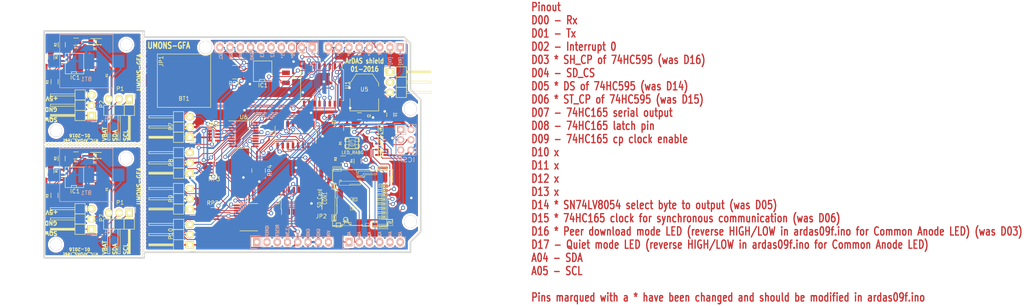
<source format=kicad_pcb>
(kicad_pcb (version 4) (host pcbnew 4.0.1-3.201512221402+6198~38~ubuntu14.04.1-stable)
  (title_block (title RTC_ArDAS_test) (date 2016-01-04) (rev v1.0) (company UMONS-GFA) (comment 1 "O. KAUFMANN"))
  (layers (0 F.Cu signal) (31 B.Cu signal) (34 B.Paste user) (35 F.Paste user) (36 B.SilkS user) (37 F.SilkS user) (38 B.Mask user) (39 F.Mask user) (44 Edge.Cuts user))
  (net 0 "")
  (net 1 GND)
  (net 2 "Net-(BT1-Pad1)")
  (net 3 +5V)
  (net 4 /+3.3V)
  (net 5 /SEN3)
  (net 6 /MOSI3)
  (net 7 /SCK3)
  (net 8 MISO)
  (net 9 "Net-(CON1-Pad8)")
  (net 10 D17)
  (net 11 D03)
  (net 12 D02)
  (net 13 A05)
  (net 14 A04)
  (net 15 "Net-(IC1-Pad2)")
  (net 16 "Net-(IC1-Pad1)")
  (net 17 D08)
  (net 18 D09)
  (net 19 "Net-(P1-Pad3)")
  (net 20 "Net-(P1-Pad4)")
  (net 21 "Net-(P1-Pad5)")
  (net 22 "Net-(P1-Pad6)")
  (net 23 "Net-(P1-Pad8)")
  (net 24 "Net-(P2-Pad1)")
  (net 25 "Net-(P2-Pad2)")
  (net 26 "Net-(P2-Pad3)")
  (net 27 "Net-(P2-Pad4)")
  (net 28 "Net-(P2-Pad8)")
  (net 29 D00)
  (net 30 D01)
  (net 31 D04)
  (net 32 D05)
  (net 33 SCK)
  (net 34 MOSI)
  (net 35 "Net-(P4-Pad5)")
  (net 36 D14)
  (net 37 D15)
  (net 38 D16)
  (net 39 CH4)
  (net 40 CH3)
  (net 41 CH2)
  (net 42 CH1)
  (net 43 "Net-(R1-Pad2)")
  (net 44 "Net-(RP2-Pad7)")
  (net 45 "Net-(RP2-Pad8)")
  (net 46 "Net-(RP2-Pad5)")
  (net 47 "Net-(RP2-Pad6)")
  (net 48 "Net-(RP3-Pad1)")
  (net 49 "Net-(RP3-Pad4)")
  (net 50 "Net-(RP3-Pad2)")
  (net 51 "Net-(RP3-Pad3)")
  (net 52 "Net-(RP5-Pad7)")
  (net 53 "Net-(RP5-Pad8)")
  (net 54 "Net-(RP5-Pad5)")
  (net 55 "Net-(RP5-Pad6)")
  (net 56 "Net-(U1-Pad9)")
  (net 57 D06)
  (net 58 "Net-(U2-Pad3)")
  (net 59 "Net-(U2-Pad4)")
  (net 60 "Net-(U2-Pad5)")
  (net 61 "Net-(U2-Pad6)")
  (net 62 "Net-(U2-Pad7)")
  (net 63 D07)
  (net 64 "Net-(U2-Pad10)")
  (net 65 "Net-(U2-Pad11)")
  (net 66 "Net-(U2-Pad12)")
  (net 67 "Net-(U2-Pad13)")
  (net 68 "Net-(U2-Pad14)")
  (net 69 "Net-(U4-Pad14)")
  (net 70 "Net-(U4-Pad13)")
  (net 71 "Net-(U4-Pad12)")
  (net 72 "Net-(U4-Pad11)")
  (net 73 "Net-(U4-Pad10)")
  (net 74 "Net-(U4-Pad7)")
  (net 75 "Net-(U4-Pad6)")
  (net 76 "Net-(U4-Pad5)")
  (net 77 "Net-(U4-Pad4)")
  (net 78 "Net-(U4-Pad3)")
  (net 79 "Net-(RP1-Pad8)")
  (net 80 "Net-(RP4-Pad4)")
  (net 81 "Net-(RP4-Pad6)")
  (net 82 "Net-(D1-Pad1)")
  (net 83 "Net-(D1-Pad3)")
  (net 84 "Net-(D1-Pad4)")
  (net 85 "Net-(CON1-PadCD1)")
  (net 86 "Net-(P5-Pad5)")
  (net 87 "Net-(P5-Pad6)")
  (net 88 "Net-(D1-Pad2)")
  (net 89 SQW)
  (net 90 SCL)
  (net 91 SDA)
  (net 92 VBAT)
  (module "kicad-gfa local:CuttingHole_0.5mm" (layer F.Cu) (at 46.863 78.7908 90)
    (fp_text reference CH hide)
    (fp_text value CuttingHole_0.5mm hide)
    (pad 1 thru_hole circle (at 0 0 90) (size 0.5 0.5) (drill 0.5) (layers *.Cu))
  )
  (module "kicad-gfa local:CuttingHole_0.5mm" (layer F.Cu) (at 46.863 93.9038 90)
    (fp_text reference CH hide)
    (fp_text value CuttingHole_0.5mm hide)
    (pad 1 thru_hole circle (at 0 0 90) (size 0.5 0.5) (drill 0.5) (layers *.Cu))
  )
  (module "kicad-gfa local:CuttingHole_0.5mm" (layer F.Cu) (at 46.863 93.0148 90)
    (fp_text reference CH hide)
    (fp_text value CuttingHole_0.5mm hide)
    (pad 1 thru_hole circle (at 0 0 90) (size 0.5 0.5) (drill 0.5) (layers *.Cu))
  )
  (module "kicad-gfa local:CuttingHole_0.5mm" (layer F.Cu) (at 46.863 92.1258 90)
    (fp_text reference CH hide)
    (fp_text value CuttingHole_0.5mm hide)
    (pad 1 thru_hole circle (at 0 0 90) (size 0.5 0.5) (drill 0.5) (layers *.Cu))
  )
  (module "kicad-gfa local:CuttingHole_0.5mm" (layer F.Cu) (at 46.863 89.4588 90)
    (fp_text reference CH hide)
    (fp_text value CuttingHole_0.5mm hide)
    (pad 1 thru_hole circle (at 0 0 90) (size 0.5 0.5) (drill 0.5) (layers *.Cu))
  )
  (module "kicad-gfa local:CuttingHole_0.5mm" (layer F.Cu) (at 46.863 90.3478 90)
    (fp_text reference CH hide)
    (fp_text value CuttingHole_0.5mm hide)
    (pad 1 thru_hole circle (at 0 0 90) (size 0.5 0.5) (drill 0.5) (layers *.Cu))
  )
  (module "kicad-gfa local:CuttingHole_0.5mm" (layer F.Cu) (at 46.863 91.2368 90)
    (fp_text reference CH hide)
    (fp_text value CuttingHole_0.5mm hide)
    (pad 1 thru_hole circle (at 0 0 90) (size 0.5 0.5) (drill 0.5) (layers *.Cu))
  )
  (module "kicad-gfa local:CuttingHole_0.5mm" (layer F.Cu) (at 46.863 85.9028 90)
    (fp_text reference CH hide)
    (fp_text value CuttingHole_0.5mm hide)
    (pad 1 thru_hole circle (at 0 0 90) (size 0.5 0.5) (drill 0.5) (layers *.Cu))
  )
  (module "kicad-gfa local:CuttingHole_0.5mm" (layer F.Cu) (at 46.863 85.0138 90)
    (fp_text reference CH hide)
    (fp_text value CuttingHole_0.5mm hide)
    (pad 1 thru_hole circle (at 0 0 90) (size 0.5 0.5) (drill 0.5) (layers *.Cu))
  )
  (module "kicad-gfa local:CuttingHole_0.5mm" (layer F.Cu) (at 46.863 84.1248 90)
    (fp_text reference CH hide)
    (fp_text value CuttingHole_0.5mm hide)
    (pad 1 thru_hole circle (at 0 0 90) (size 0.5 0.5) (drill 0.5) (layers *.Cu))
  )
  (module "kicad-gfa local:CuttingHole_0.5mm" (layer F.Cu) (at 46.863 86.7918 90)
    (fp_text reference CH hide)
    (fp_text value CuttingHole_0.5mm hide)
    (pad 1 thru_hole circle (at 0 0 90) (size 0.5 0.5) (drill 0.5) (layers *.Cu))
  )
  (module "kicad-gfa local:CuttingHole_0.5mm" (layer F.Cu) (at 46.863 87.6808 90)
    (fp_text reference CH hide)
    (fp_text value CuttingHole_0.5mm hide)
    (pad 1 thru_hole circle (at 0 0 90) (size 0.5 0.5) (drill 0.5) (layers *.Cu))
  )
  (module "kicad-gfa local:CuttingHole_0.5mm" (layer F.Cu) (at 46.863 88.5698 90)
    (fp_text reference CH hide)
    (fp_text value CuttingHole_0.5mm hide)
    (pad 1 thru_hole circle (at 0 0 90) (size 0.5 0.5) (drill 0.5) (layers *.Cu))
  )
  (module "kicad-gfa local:CuttingHole_0.5mm" (layer F.Cu) (at 46.863 77.9018 90)
    (fp_text reference CH hide)
    (fp_text value CuttingHole_0.5mm hide)
    (pad 1 thru_hole circle (at 0 0 90) (size 0.5 0.5) (drill 0.5) (layers *.Cu))
  )
  (module "kicad-gfa local:CuttingHole_0.5mm" (layer F.Cu) (at 46.863 77.0128 90)
    (fp_text reference CH hide)
    (fp_text value CuttingHole_0.5mm hide)
    (pad 1 thru_hole circle (at 0 0 90) (size 0.5 0.5) (drill 0.5) (layers *.Cu))
  )
  (module "kicad-gfa local:CuttingHole_0.5mm" (layer F.Cu) (at 46.863 76.1238 90)
    (fp_text reference CH hide)
    (fp_text value CuttingHole_0.5mm hide)
    (pad 1 thru_hole circle (at 0 0 90) (size 0.5 0.5) (drill 0.5) (layers *.Cu))
  )
  (module "kicad-gfa local:CuttingHole_0.5mm" (layer F.Cu) (at 46.863 73.4568 90)
    (fp_text reference CH hide)
    (fp_text value CuttingHole_0.5mm hide)
    (pad 1 thru_hole circle (at 0 0 90) (size 0.5 0.5) (drill 0.5) (layers *.Cu))
  )
  (module "kicad-gfa local:CuttingHole_0.5mm" (layer F.Cu) (at 46.863 74.3458 90)
    (fp_text reference CH hide)
    (fp_text value CuttingHole_0.5mm hide)
    (pad 1 thru_hole circle (at 0 0 90) (size 0.5 0.5) (drill 0.5) (layers *.Cu))
  )
  (module "kicad-gfa local:CuttingHole_0.5mm" (layer F.Cu) (at 46.863 75.2348 90)
    (fp_text reference CH hide)
    (fp_text value CuttingHole_0.5mm hide)
    (pad 1 thru_hole circle (at 0 0 90) (size 0.5 0.5) (drill 0.5) (layers *.Cu))
  )
  (module "kicad-gfa local:CuttingHole_0.5mm" (layer F.Cu) (at 46.863 80.5688 90)
    (fp_text reference CH hide)
    (fp_text value CuttingHole_0.5mm hide)
    (pad 1 thru_hole circle (at 0 0 90) (size 0.5 0.5) (drill 0.5) (layers *.Cu))
  )
  (module "kicad-gfa local:CuttingHole_0.5mm" (layer F.Cu) (at 46.863 79.6798 90)
    (fp_text reference CH hide)
    (fp_text value CuttingHole_0.5mm hide)
    (pad 1 thru_hole circle (at 0 0 90) (size 0.5 0.5) (drill 0.5) (layers *.Cu))
  )
  (module "kicad-gfa local:CuttingHole_0.5mm" (layer F.Cu) (at 46.863 81.4578 90)
    (fp_text reference CH hide)
    (fp_text value CuttingHole_0.5mm hide)
    (pad 1 thru_hole circle (at 0 0 90) (size 0.5 0.5) (drill 0.5) (layers *.Cu))
  )
  (module "kicad-gfa local:CuttingHole_0.5mm" (layer F.Cu) (at 46.863 82.3468 90)
    (fp_text reference CH hide)
    (fp_text value CuttingHole_0.5mm hide)
    (pad 1 thru_hole circle (at 0 0 90) (size 0.5 0.5) (drill 0.5) (layers *.Cu))
  )
  (module "kicad-gfa local:CuttingHole_0.5mm" (layer F.Cu) (at 46.863 83.2358 90)
    (fp_text reference CH hide)
    (fp_text value CuttingHole_0.5mm hide)
    (pad 1 thru_hole circle (at 0 0 90) (size 0.5 0.5) (drill 0.5) (layers *.Cu))
  )
  (module "kicad-gfa local:CuttingHole_0.5mm" (layer F.Cu) (at 46.863 72.5678 90)
    (fp_text reference CH hide)
    (fp_text value CuttingHole_0.5mm hide)
    (pad 1 thru_hole circle (at 0 0 90) (size 0.5 0.5) (drill 0.5) (layers *.Cu))
  )
  (module "kicad-gfa local:CuttingHole_0.5mm" (layer F.Cu) (at 46.863 71.6788 90)
    (fp_text reference CH hide)
    (fp_text value CuttingHole_0.5mm hide)
    (pad 1 thru_hole circle (at 0 0 90) (size 0.5 0.5) (drill 0.5) (layers *.Cu))
  )
  (module "kicad-gfa local:CuttingHole_0.5mm" (layer F.Cu) (at 46.863 70.7898 90)
    (fp_text reference CH hide)
    (fp_text value CuttingHole_0.5mm hide)
    (pad 1 thru_hole circle (at 0 0 90) (size 0.5 0.5) (drill 0.5) (layers *.Cu))
  )
  (module "kicad-gfa local:CuttingHole_0.5mm" (layer F.Cu) (at 46.863 102.7938 90)
    (fp_text reference CH hide)
    (fp_text value CuttingHole_0.5mm hide)
    (pad 1 thru_hole circle (at 0 0 90) (size 0.5 0.5) (drill 0.5) (layers *.Cu))
  )
  (module "kicad-gfa local:CuttingHole_0.5mm" (layer F.Cu) (at 46.863 117.9068 90)
    (fp_text reference CH hide)
    (fp_text value CuttingHole_0.5mm hide)
    (pad 1 thru_hole circle (at 0 0 90) (size 0.5 0.5) (drill 0.5) (layers *.Cu))
  )
  (module "kicad-gfa local:CuttingHole_0.5mm" (layer F.Cu) (at 46.863 117.0178 90)
    (fp_text reference CH hide)
    (fp_text value CuttingHole_0.5mm hide)
    (pad 1 thru_hole circle (at 0 0 90) (size 0.5 0.5) (drill 0.5) (layers *.Cu))
  )
  (module "kicad-gfa local:CuttingHole_0.5mm" (layer F.Cu) (at 46.863 116.1288 90)
    (fp_text reference CH hide)
    (fp_text value CuttingHole_0.5mm hide)
    (pad 1 thru_hole circle (at 0 0 90) (size 0.5 0.5) (drill 0.5) (layers *.Cu))
  )
  (module "kicad-gfa local:CuttingHole_0.5mm" (layer F.Cu) (at 46.863 113.4618 90)
    (fp_text reference CH hide)
    (fp_text value CuttingHole_0.5mm hide)
    (pad 1 thru_hole circle (at 0 0 90) (size 0.5 0.5) (drill 0.5) (layers *.Cu))
  )
  (module "kicad-gfa local:CuttingHole_0.5mm" (layer F.Cu) (at 46.863 114.3508 90)
    (fp_text reference CH hide)
    (fp_text value CuttingHole_0.5mm hide)
    (pad 1 thru_hole circle (at 0 0 90) (size 0.5 0.5) (drill 0.5) (layers *.Cu))
  )
  (module "kicad-gfa local:CuttingHole_0.5mm" (layer F.Cu) (at 46.863 115.2398 90)
    (fp_text reference CH hide)
    (fp_text value CuttingHole_0.5mm hide)
    (pad 1 thru_hole circle (at 0 0 90) (size 0.5 0.5) (drill 0.5) (layers *.Cu))
  )
  (module "kicad-gfa local:CuttingHole_0.5mm" (layer F.Cu) (at 46.863 109.9058 90)
    (fp_text reference CH hide)
    (fp_text value CuttingHole_0.5mm hide)
    (pad 1 thru_hole circle (at 0 0 90) (size 0.5 0.5) (drill 0.5) (layers *.Cu))
  )
  (module "kicad-gfa local:CuttingHole_0.5mm" (layer F.Cu) (at 46.863 109.0168 90)
    (fp_text reference CH hide)
    (fp_text value CuttingHole_0.5mm hide)
    (pad 1 thru_hole circle (at 0 0 90) (size 0.5 0.5) (drill 0.5) (layers *.Cu))
  )
  (module "kicad-gfa local:CuttingHole_0.5mm" (layer F.Cu) (at 46.863 108.1278 90)
    (fp_text reference CH hide)
    (fp_text value CuttingHole_0.5mm hide)
    (pad 1 thru_hole circle (at 0 0 90) (size 0.5 0.5) (drill 0.5) (layers *.Cu))
  )
  (module "kicad-gfa local:CuttingHole_0.5mm" (layer F.Cu) (at 46.863 110.7948 90)
    (fp_text reference CH hide)
    (fp_text value CuttingHole_0.5mm hide)
    (pad 1 thru_hole circle (at 0 0 90) (size 0.5 0.5) (drill 0.5) (layers *.Cu))
  )
  (module "kicad-gfa local:CuttingHole_0.5mm" (layer F.Cu) (at 46.863 111.6838 90)
    (fp_text reference CH hide)
    (fp_text value CuttingHole_0.5mm hide)
    (pad 1 thru_hole circle (at 0 0 90) (size 0.5 0.5) (drill 0.5) (layers *.Cu))
  )
  (module "kicad-gfa local:CuttingHole_0.5mm" (layer F.Cu) (at 46.863 112.5728 90)
    (fp_text reference CH hide)
    (fp_text value CuttingHole_0.5mm hide)
    (pad 1 thru_hole circle (at 0 0 90) (size 0.5 0.5) (drill 0.5) (layers *.Cu))
  )
  (module "kicad-gfa local:CuttingHole_0.5mm" (layer F.Cu) (at 46.863 101.9048 90)
    (fp_text reference CH hide)
    (fp_text value CuttingHole_0.5mm hide)
    (pad 1 thru_hole circle (at 0 0 90) (size 0.5 0.5) (drill 0.5) (layers *.Cu))
  )
  (module "kicad-gfa local:CuttingHole_0.5mm" (layer F.Cu) (at 46.863 101.0158 90)
    (fp_text reference CH hide)
    (fp_text value CuttingHole_0.5mm hide)
    (pad 1 thru_hole circle (at 0 0 90) (size 0.5 0.5) (drill 0.5) (layers *.Cu))
  )
  (module "kicad-gfa local:CuttingHole_0.5mm" (layer F.Cu) (at 46.863 100.1268 90)
    (fp_text reference CH hide)
    (fp_text value CuttingHole_0.5mm hide)
    (pad 1 thru_hole circle (at 0 0 90) (size 0.5 0.5) (drill 0.5) (layers *.Cu))
  )
  (module "kicad-gfa local:CuttingHole_0.5mm" (layer F.Cu) (at 46.863 97.4598 90)
    (fp_text reference CH hide)
    (fp_text value CuttingHole_0.5mm hide)
    (pad 1 thru_hole circle (at 0 0 90) (size 0.5 0.5) (drill 0.5) (layers *.Cu))
  )
  (module "kicad-gfa local:CuttingHole_0.5mm" (layer F.Cu) (at 46.863 98.3488 90)
    (fp_text reference CH hide)
    (fp_text value CuttingHole_0.5mm hide)
    (pad 1 thru_hole circle (at 0 0 90) (size 0.5 0.5) (drill 0.5) (layers *.Cu))
  )
  (module "kicad-gfa local:CuttingHole_0.5mm" (layer F.Cu) (at 46.863 99.2378 90)
    (fp_text reference CH hide)
    (fp_text value CuttingHole_0.5mm hide)
    (pad 1 thru_hole circle (at 0 0 90) (size 0.5 0.5) (drill 0.5) (layers *.Cu))
  )
  (module "kicad-gfa local:CuttingHole_0.5mm" (layer F.Cu) (at 46.863 104.5718 90)
    (fp_text reference CH hide)
    (fp_text value CuttingHole_0.5mm hide)
    (pad 1 thru_hole circle (at 0 0 90) (size 0.5 0.5) (drill 0.5) (layers *.Cu))
  )
  (module "kicad-gfa local:CuttingHole_0.5mm" (layer F.Cu) (at 46.863 103.6828 90)
    (fp_text reference CH hide)
    (fp_text value CuttingHole_0.5mm hide)
    (pad 1 thru_hole circle (at 0 0 90) (size 0.5 0.5) (drill 0.5) (layers *.Cu))
  )
  (module "kicad-gfa local:CuttingHole_0.5mm" (layer F.Cu) (at 46.863 105.4608 90)
    (fp_text reference CH hide)
    (fp_text value CuttingHole_0.5mm hide)
    (pad 1 thru_hole circle (at 0 0 90) (size 0.5 0.5) (drill 0.5) (layers *.Cu))
  )
  (module "kicad-gfa local:CuttingHole_0.5mm" (layer F.Cu) (at 46.863 106.3498 90)
    (fp_text reference CH hide)
    (fp_text value CuttingHole_0.5mm hide)
    (pad 1 thru_hole circle (at 0 0 90) (size 0.5 0.5) (drill 0.5) (layers *.Cu))
  )
  (module "kicad-gfa local:CuttingHole_0.5mm" (layer F.Cu) (at 46.863 107.2388 90)
    (fp_text reference CH hide)
    (fp_text value CuttingHole_0.5mm hide)
    (pad 1 thru_hole circle (at 0 0 90) (size 0.5 0.5) (drill 0.5) (layers *.Cu))
  )
  (module "kicad-gfa local:CuttingHole_0.5mm" (layer F.Cu) (at 46.863 96.5708 90)
    (fp_text reference CH hide)
    (fp_text value CuttingHole_0.5mm hide)
    (pad 1 thru_hole circle (at 0 0 90) (size 0.5 0.5) (drill 0.5) (layers *.Cu))
  )
  (module "kicad-gfa local:CuttingHole_0.5mm" (layer F.Cu) (at 46.863 95.6818 90)
    (fp_text reference CH hide)
    (fp_text value CuttingHole_0.5mm hide)
    (pad 1 thru_hole circle (at 0 0 90) (size 0.5 0.5) (drill 0.5) (layers *.Cu))
  )
  (module "kicad-gfa local:CuttingHole_0.5mm" (layer F.Cu) (at 46.863 94.7928 90)
    (fp_text reference CH hide)
    (fp_text value CuttingHole_0.5mm hide)
    (pad 1 thru_hole circle (at 0 0 90) (size 0.5 0.5) (drill 0.5) (layers *.Cu))
  )
  (module "kicad-gfa local:CuttingHole_0.5mm" (layer F.Cu) (at 46.863 118.7958 90)
    (fp_text reference CH hide)
    (fp_text value CuttingHole_0.5mm hide)
    (pad 1 thru_hole circle (at 0 0 90) (size 0.5 0.5) (drill 0.5) (layers *.Cu))
  )
  (module "kicad-gfa local:CuttingHole_0.5mm" (layer F.Cu) (at 46.863 119.6848 90)
    (fp_text reference CH hide)
    (fp_text value CuttingHole_0.5mm hide)
    (pad 1 thru_hole circle (at 0 0 90) (size 0.5 0.5) (drill 0.5) (layers *.Cu))
  )
  (module "kicad-gfa local:CuttingHole_0.5mm" (layer F.Cu) (at 46.863 120.5738 90)
    (fp_text reference CH hide)
    (fp_text value CuttingHole_0.5mm hide)
    (pad 1 thru_hole circle (at 0 0 90) (size 0.5 0.5) (drill 0.5) (layers *.Cu))
  )
  (module "kicad-gfa local:CuttingHole_0.5mm" (layer F.Cu) (at 46.863 122.3518 90)
    (fp_text reference CH hide)
    (fp_text value CuttingHole_0.5mm hide)
    (pad 1 thru_hole circle (at 0 0 90) (size 0.5 0.5) (drill 0.5) (layers *.Cu))
  )
  (module "kicad-gfa local:CuttingHole_0.5mm" (layer F.Cu) (at 46.863 121.4628 90)
    (fp_text reference CH hide)
    (fp_text value CuttingHole_0.5mm hide)
    (pad 1 thru_hole circle (at 0 0 90) (size 0.5 0.5) (drill 0.5) (layers *.Cu))
  )
  (module "kicad-gfa local:CuttingHole_0.5mm" (layer F.Cu) (at 46.863 67.2338 90)
    (fp_text reference CH hide)
    (fp_text value CuttingHole_0.5mm hide)
    (pad 1 thru_hole circle (at 0 0 90) (size 0.5 0.5) (drill 0.5) (layers *.Cu))
  )
  (module "kicad-gfa local:CuttingHole_0.5mm" (layer F.Cu) (at 46.863 68.1228 90)
    (fp_text reference CH hide)
    (fp_text value CuttingHole_0.5mm hide)
    (pad 1 thru_hole circle (at 0 0 90) (size 0.5 0.5) (drill 0.5) (layers *.Cu))
  )
  (module "kicad-gfa local:CuttingHole_0.5mm" (layer F.Cu) (at 46.863 69.0118 90)
    (fp_text reference CH hide)
    (fp_text value CuttingHole_0.5mm hide)
    (pad 1 thru_hole circle (at 0 0 90) (size 0.5 0.5) (drill 0.5) (layers *.Cu))
  )
  (module "kicad-gfa local:CuttingHole_0.5mm" (layer F.Cu) (at 46.863 69.9008 90)
    (fp_text reference CH hide)
    (fp_text value CuttingHole_0.5mm hide)
    (pad 1 thru_hole circle (at 0 0 90) (size 0.5 0.5) (drill 0.5) (layers *.Cu))
  )
  (module RTC_Ardas_test:small_no_jumper (layer F.Cu) (at 90.9955 115.1255)
    (fp_text reference JP2 (at 0 -2.54) (layer F.SilkS))
    (fp_text value Jumper_NO_Small hide)
    (pad 2 smd oval (at 1.27 0) (size 2 2.54) (layers F.Cu F.Paste F.Mask) (net 85 "Net-(CON1-PadCD1)"))
    (pad 1 smd oval (at -1.27 0) (size 2 2.54) (layers F.Cu F.Paste F.Mask) (net 1 GND))
  )
  (module "kicad-gfa local:microSD_socket" (layer F.Cu) (at 101.346 108.509 270)
    (fp_text reference CON1 (at -0.36576 9.45896 270) (layer F.SilkS) (effects (font (size 1.016 0.762) (thickness 0.127))))
    (fp_text value SD_Card (at -0.36576 10.77976 270) (layer F.SilkS) (effects (font (size 1.016 0.762) (thickness 0.127))))
    (pad 13 smd rect (at 6.21792 -2.88036 270) (size 1.16 1.25) (layers F.Cu F.Paste F.Mask) (clearance 0.254))
    (pad 12 smd rect (at 6.64972 -5.03936 270) (size 1.15 2.2) (layers F.Cu F.Paste F.Mask) (clearance 0.254))
    (pad 12 smd rect (at -7.75208 -4.88696 270) (size 1 2.5) (layers F.Cu F.Paste F.Mask) (clearance 0.254))
    (pad 11 smd rect (at -7.65048 6.44144 270) (size 1.12 2.2) (layers F.Cu F.Paste F.Mask) (clearance 0.254))
    (pad 10 smd rect (at -3.35788 7.25424 270) (size 1.5 1.15) (layers F.Cu F.Paste F.Mask) (clearance 0.254))
    (pad 8 smd rect (at 4.28752 -5.52196 270) (size 0.8 1.25) (layers F.Cu F.Paste F.Mask) (net 9 "Net-(CON1-Pad8)") (clearance 0.254))
    (pad 7 smd rect (at 3.19532 -5.52196 270) (size 0.8 1.25) (layers F.Cu F.Paste F.Mask) (net 8 MISO) (clearance 0.254))
    (pad 6 smd rect (at 2.10312 -5.52196 270) (size 0.8 1.25) (layers F.Cu F.Paste F.Mask) (net 1 GND) (clearance 0.254))
    (pad 5 smd rect (at 1.01092 -5.52196 270) (size 0.8 1.25) (layers F.Cu F.Paste F.Mask) (net 7 /SCK3) (clearance 0.254))
    (pad 4 smd rect (at -0.10668 -5.52196 270) (size 0.8 1.25) (layers F.Cu F.Paste F.Mask) (net 4 /+3.3V) (clearance 0.254))
    (pad 3 smd rect (at -1.19888 -5.52196 270) (size 0.8 1.25) (layers F.Cu F.Paste F.Mask) (net 1 GND) (clearance 0.254))
    (pad 2 smd rect (at -2.29108 -5.52196 270) (size 0.8 1.25) (layers F.Cu F.Paste F.Mask) (net 6 /MOSI3) (clearance 0.254))
    (pad 1 smd rect (at -3.38328 -5.52196 270) (size 0.8 1.25) (layers F.Cu F.Paste F.Mask) (net 5 /SEN3) (clearance 0.254))
    (pad CD1 smd rect (at 6.21792 6.11124 270) (size 1.16 1.2) (layers F.Cu F.Paste F.Mask) (net 85 "Net-(CON1-PadCD1)") (clearance 0.254))
    (pad 9 smd rect (at 4.43992 7.25424 270) (size 1.5 1.15) (layers F.Cu F.Paste F.Mask) (clearance 0.254))
  )
  (module Pin_Headers:Pin_Header_Angled_1x03 (layer F.Cu) (at 108.026 76.8096)
    (fp_text reference P6 (at 0 -5.1) (layer F.SilkS))
    (fp_text value TTL_COMM)
    (pad 1 thru_hole rect (at 0 0) (size 2.032 1.7272) (drill 1.016) (layers *.Cu *.Mask F.SilkS) (net 30 D01))
    (pad 2 thru_hole oval (at 0 2.54) (size 2.032 1.7272) (drill 1.016) (layers *.Cu *.Mask F.SilkS) (net 29 D00))
    (pad 3 thru_hole oval (at 0 5.08) (size 2.032 1.7272) (drill 1.016) (layers *.Cu *.Mask F.SilkS) (net 1 GND))
  )
  (module Pin_Headers:Pin_Header_Straight_1x08 (layer B.Cu) (at 74.9935 118.986 270)
    (fp_text reference P2 hide)
    (fp_text value CONN_8 hide)
    (pad 1 thru_hole rect (at 0 0 270) (size 2.032 1.7272) (drill 1.016) (layers *.Cu *.Mask B.SilkS) (net 24 "Net-(P2-Pad1)"))
    (pad 2 thru_hole oval (at 0 -2.54 270) (size 2.032 1.7272) (drill 1.016) (layers *.Cu *.Mask B.SilkS) (net 25 "Net-(P2-Pad2)"))
    (pad 3 thru_hole oval (at 0 -5.08 270) (size 2.032 1.7272) (drill 1.016) (layers *.Cu *.Mask B.SilkS) (net 26 "Net-(P2-Pad3)"))
    (pad 4 thru_hole oval (at 0 -7.62 270) (size 2.032 1.7272) (drill 1.016) (layers *.Cu *.Mask B.SilkS) (net 27 "Net-(P2-Pad4)"))
    (pad 5 thru_hole oval (at 0 -10.16 270) (size 2.032 1.7272) (drill 1.016) (layers *.Cu *.Mask B.SilkS) (net 3 +5V))
    (pad 6 thru_hole oval (at 0 -12.7 270) (size 2.032 1.7272) (drill 1.016) (layers *.Cu *.Mask B.SilkS) (net 1 GND))
    (pad 7 thru_hole oval (at 0 -15.24 270) (size 2.032 1.7272) (drill 1.016) (layers *.Cu *.Mask B.SilkS) (net 1 GND))
    (pad 8 thru_hole oval (at 0 -17.78 270) (size 2.032 1.7272) (drill 1.016) (layers *.Cu *.Mask B.SilkS) (net 28 "Net-(P2-Pad8)"))
  )
  (module Capacitors_SMD:C_0805 (layer F.Cu) (at 108.077 87.4268 90)
    (fp_text reference C1 (at 0.0635 1.397 90) (layer F.SilkS) (effects (font (size 0.5 0.5) (thickness 0.125))))
    (fp_text value 47uF)
    (pad 1 smd rect (at -1 0 90) (size 1 1.25) (layers F.Cu F.Paste F.Mask) (net 3 +5V))
    (pad 2 smd rect (at 1 0 90) (size 1 1.25) (layers F.Cu F.Paste F.Mask) (net 1 GND))
  )
  (module Capacitors_SMD:C_0805 (layer F.Cu) (at 100.444 87.7951 180)
    (fp_text reference C2 (at -2.3625 0.0508 180) (layer F.SilkS) (effects (font (size 0.5 0.5) (thickness 0.125))))
    (fp_text value 47uF)
    (pad 1 smd rect (at -1 0 180) (size 1 1.25) (layers F.Cu F.Paste F.Mask) (net 4 /+3.3V))
    (pad 2 smd rect (at 1 0 180) (size 1 1.25) (layers F.Cu F.Paste F.Mask) (net 1 GND))
  )
  (module MyFootprints:led-P-LCC-4-3 (layer F.Cu) (at 98.6155 94.4499 270)
    (fp_text reference D1 (at 0.0254 2.921 270) (layer F.SilkS) (effects (font (size 0.5 0.5) (thickness 0.125))))
    (fp_text value LED_RABG (at 2.3495 -0.127 360) (layer F.SilkS) (effects (font (size 0.75 0.75) (thickness 0.127))))
    (pad 1 smd rect (at -0.9 1.27 180) (size 1.9 1.27) (layers F.Cu F.Paste F.Mask) (net 82 "Net-(D1-Pad1)") (clearance 0.254))
    (pad 2 smd rect (at -0.9 -1.27 180) (size 1.9 1.27) (layers F.Cu F.Paste F.Mask) (net 3 +5V) (clearance 0.254))
    (pad 3 smd rect (at 0.9 -1.27 180) (size 1.9 1.27) (layers F.Cu F.Paste F.Mask) (net 83 "Net-(D1-Pad3)") (clearance 0.254))
    (pad 4 smd rect (at 0.9 1.27 180) (size 1.9 1.27) (layers F.Cu F.Paste F.Mask) (net 84 "Net-(D1-Pad4)") (clearance 0.254))
  )
  (module SMD_Packages:SOIC-8-N (layer F.Cu) (at 76.454 76.6318 90)
    (fp_text reference IC1 (at -3.4925 0.0635 180) (layer F.SilkS))
    (fp_text value DS1307)
    (pad 8 smd rect (at -1.905 -3.175 90) (size 0.508 1.143) (layers F.Cu F.Paste F.Mask) (net 3 +5V))
    (pad 7 smd rect (at -0.635 -3.175 90) (size 0.508 1.143) (layers F.Cu F.Paste F.Mask) (net 12 D02))
    (pad 6 smd rect (at 0.635 -3.175 90) (size 0.508 1.143) (layers F.Cu F.Paste F.Mask) (net 13 A05))
    (pad 5 smd rect (at 1.905 -3.175 90) (size 0.508 1.143) (layers F.Cu F.Paste F.Mask) (net 14 A04))
    (pad 4 smd rect (at 1.905 3.175 90) (size 0.508 1.143) (layers F.Cu F.Paste F.Mask) (net 1 GND))
    (pad 3 smd rect (at 0.635 3.175 90) (size 0.508 1.143) (layers F.Cu F.Paste F.Mask) (net 2 "Net-(BT1-Pad1)"))
    (pad 2 smd rect (at -0.635 3.175 90) (size 0.508 1.143) (layers F.Cu F.Paste F.Mask) (net 15 "Net-(IC1-Pad2)"))
    (pad 1 smd rect (at -1.905 3.175 90) (size 0.508 1.143) (layers F.Cu F.Paste F.Mask) (net 16 "Net-(IC1-Pad1)"))
  )
  (module Pin_Headers:Pin_Header_Straight_1x10 (layer B.Cu) (at 88.7095 70.7263 90)
    (fp_text reference P1 (at 0 5.1 90) (layer B.SilkS) (effects (justify mirror)))
    (fp_text value CONN_10 hide)
    (pad 1 thru_hole rect (at 0 0 90) (size 2.032 1.7272) (drill 1.016) (layers *.Cu *.Mask B.SilkS) (net 17 D08))
    (pad 2 thru_hole oval (at 0 -2.54 90) (size 2.032 1.7272) (drill 1.016) (layers *.Cu *.Mask B.SilkS) (net 18 D09))
    (pad 3 thru_hole oval (at 0 -5.08 90) (size 2.032 1.7272) (drill 1.016) (layers *.Cu *.Mask B.SilkS) (net 19 "Net-(P1-Pad3)"))
    (pad 4 thru_hole oval (at 0 -7.62 90) (size 2.032 1.7272) (drill 1.016) (layers *.Cu *.Mask B.SilkS) (net 20 "Net-(P1-Pad4)"))
    (pad 5 thru_hole oval (at 0 -10.16 90) (size 2.032 1.7272) (drill 1.016) (layers *.Cu *.Mask B.SilkS) (net 21 "Net-(P1-Pad5)"))
    (pad 6 thru_hole oval (at 0 -12.7 90) (size 2.032 1.7272) (drill 1.016) (layers *.Cu *.Mask B.SilkS) (net 22 "Net-(P1-Pad6)"))
    (pad 7 thru_hole oval (at 0 -15.24 90) (size 2.032 1.7272) (drill 1.016) (layers *.Cu *.Mask B.SilkS) (net 1 GND))
    (pad 8 thru_hole oval (at 0 -17.78 90) (size 2.032 1.7272) (drill 1.016) (layers *.Cu *.Mask B.SilkS) (net 23 "Net-(P1-Pad8)"))
    (pad 9 thru_hole oval (at 0 -20.32 90) (size 2.032 1.7272) (drill 1.016) (layers *.Cu *.Mask B.SilkS) (net 14 A04))
    (pad 10 thru_hole oval (at 0 -22.86 90) (size 2.032 1.7272) (drill 1.016) (layers *.Cu *.Mask B.SilkS) (net 13 A05))
  )
  (module Socket_Strips:Socket_Strip_Straight_2x03 (layer B.Cu) (at 110.68 91.0971 270)
    (fp_text reference P4 hide)
    (fp_text value CONN_ICSP hide)
    (pad 1 thru_hole rect (at 0 0 270) (size 1.7272 1.7272) (drill 1.016) (layers *.Cu *.Mask B.SilkS) (net 8 MISO))
    (pad 2 thru_hole oval (at 0 -2.54 270) (size 1.7272 1.7272) (drill 1.016) (layers *.Cu *.Mask B.SilkS) (net 3 +5V))
    (pad 3 thru_hole oval (at 2.54 0 270) (size 1.7272 1.7272) (drill 1.016) (layers *.Cu *.Mask B.SilkS) (net 33 SCK))
    (pad 4 thru_hole oval (at 2.54 -2.54 270) (size 1.7272 1.7272) (drill 1.016) (layers *.Cu *.Mask B.SilkS) (net 34 MOSI))
    (pad 5 thru_hole oval (at 5.08 0 270) (size 1.7272 1.7272) (drill 1.016) (layers *.Cu *.Mask B.SilkS) (net 35 "Net-(P4-Pad5)"))
    (pad 6 thru_hole oval (at 5.08 -2.54 270) (size 1.7272 1.7272) (drill 1.016) (layers *.Cu *.Mask B.SilkS) (net 1 GND))
  )
  (module Pin_Headers:Pin_Header_Straight_1x06 (layer B.Cu) (at 97.8535 118.986 270)
    (fp_text reference P5 (at 0 5.1 270) (layer B.SilkS) (effects (justify mirror)))
    (fp_text value CONN_6 hide)
    (pad 1 thru_hole rect (at 0 0 270) (size 2.032 1.7272) (drill 1.016) (layers *.Cu *.Mask B.SilkS) (net 36 D14))
    (pad 2 thru_hole oval (at 0 -2.54 270) (size 2.032 1.7272) (drill 1.016) (layers *.Cu *.Mask B.SilkS) (net 37 D15))
    (pad 3 thru_hole oval (at 0 -5.08 270) (size 2.032 1.7272) (drill 1.016) (layers *.Cu *.Mask B.SilkS) (net 38 D16))
    (pad 4 thru_hole oval (at 0 -7.62 270) (size 2.032 1.7272) (drill 1.016) (layers *.Cu *.Mask B.SilkS) (net 10 D17))
    (pad 5 thru_hole oval (at 0 -10.16 270) (size 2.032 1.7272) (drill 1.016) (layers *.Cu *.Mask B.SilkS) (net 86 "Net-(P5-Pad5)"))
    (pad 6 thru_hole oval (at 0 -12.7 270) (size 2.032 1.7272) (drill 1.016) (layers *.Cu *.Mask B.SilkS) (net 87 "Net-(P5-Pad6)"))
  )
  (module Pin_Headers:Pin_Header_Angled_1x03 (layer F.Cu) (at 58.42 93.0148 180)
    (fp_text reference P7 (at 4.699 2.667 270) (layer F.SilkS))
    (fp_text value CONN_01X03)
    (pad 1 thru_hole rect (at 0 0 180) (size 2.032 1.7272) (drill 1.016) (layers *.Cu *.Mask F.SilkS) (net 3 +5V))
    (pad 2 thru_hole oval (at 0 2.54 180) (size 2.032 1.7272) (drill 1.016) (layers *.Cu *.Mask F.SilkS) (net 1 GND))
    (pad 3 thru_hole oval (at 0 5.08 180) (size 2.032 1.7272) (drill 1.016) (layers *.Cu *.Mask F.SilkS) (net 39 CH4))
  )
  (module Pin_Headers:Pin_Header_Angled_1x03 (layer F.Cu) (at 58.42 101.905 180)
    (fp_text reference P8 (at 4.699 2.6037 270) (layer F.SilkS))
    (fp_text value CONN_01X03)
    (pad 1 thru_hole rect (at 0 0 180) (size 2.032 1.7272) (drill 1.016) (layers *.Cu *.Mask F.SilkS) (net 3 +5V))
    (pad 2 thru_hole oval (at 0 2.54 180) (size 2.032 1.7272) (drill 1.016) (layers *.Cu *.Mask F.SilkS) (net 1 GND))
    (pad 3 thru_hole oval (at 0 5.08 180) (size 2.032 1.7272) (drill 1.016) (layers *.Cu *.Mask F.SilkS) (net 40 CH3))
  )
  (module Pin_Headers:Pin_Header_Angled_1x03 (layer F.Cu) (at 58.42 110.795 180)
    (fp_text reference P9 (at 4.699 2.5402 270) (layer F.SilkS))
    (fp_text value CONN_01X03)
    (pad 1 thru_hole rect (at 0 0 180) (size 2.032 1.7272) (drill 1.016) (layers *.Cu *.Mask F.SilkS) (net 3 +5V))
    (pad 2 thru_hole oval (at 0 2.54 180) (size 2.032 1.7272) (drill 1.016) (layers *.Cu *.Mask F.SilkS) (net 1 GND))
    (pad 3 thru_hole oval (at 0 5.08 180) (size 2.032 1.7272) (drill 1.016) (layers *.Cu *.Mask F.SilkS) (net 41 CH2))
  )
  (module Pin_Headers:Pin_Header_Angled_1x03 (layer F.Cu) (at 58.42 119.685 180)
    (fp_text reference P10 (at 4.7625 2.7307 270) (layer F.SilkS))
    (fp_text value CONN_01X03)
    (pad 1 thru_hole rect (at 0 0 180) (size 2.032 1.7272) (drill 1.016) (layers *.Cu *.Mask F.SilkS) (net 3 +5V))
    (pad 2 thru_hole oval (at 0 2.54 180) (size 2.032 1.7272) (drill 1.016) (layers *.Cu *.Mask F.SilkS) (net 1 GND))
    (pad 3 thru_hole oval (at 0 5.08 180) (size 2.032 1.7272) (drill 1.016) (layers *.Cu *.Mask F.SilkS) (net 42 CH1))
  )
  (module Resistors_SMD:R_0805 (layer F.Cu) (at 93.9927 88.0491 180)
    (fp_text reference R1 (at -0.0508 -1.4732 180) (layer F.SilkS) (effects (font (size 0.5 0.5) (thickness 0.125))))
    (fp_text value 10k)
    (pad 1 smd rect (at -0.95 0 180) (size 0.7 1.3) (layers F.Cu F.Paste F.Mask) (net 1 GND))
    (pad 2 smd rect (at 0.95 0 180) (size 0.7 1.3) (layers F.Cu F.Paste F.Mask) (net 43 "Net-(R1-Pad2)"))
  )
  (module Housings_SOIC:SOIC-16_7.5x10.3mm_Pitch1.27mm (layer F.Cu) (at 91.186 80.0608 270)
    (fp_text reference U1 (at 0 -6.25 270) (layer F.SilkS))
    (fp_text value 74HC595)
    (pad 1 smd rect (at -4.65 -4.445 270) (size 1.5 0.6) (layers F.Cu F.Paste F.Mask) (net 47 "Net-(RP2-Pad6)"))
    (pad 2 smd rect (at -4.65 -3.175 270) (size 1.5 0.6) (layers F.Cu F.Paste F.Mask) (net 44 "Net-(RP2-Pad7)"))
    (pad 3 smd rect (at -4.65 -1.905 270) (size 1.5 0.6) (layers F.Cu F.Paste F.Mask) (net 45 "Net-(RP2-Pad8)"))
    (pad 4 smd rect (at -4.65 -0.635 270) (size 1.5 0.6) (layers F.Cu F.Paste F.Mask) (net 54 "Net-(RP5-Pad5)"))
    (pad 5 smd rect (at -4.65 0.635 270) (size 1.5 0.6) (layers F.Cu F.Paste F.Mask) (net 55 "Net-(RP5-Pad6)"))
    (pad 6 smd rect (at -4.65 1.905 270) (size 1.5 0.6) (layers F.Cu F.Paste F.Mask) (net 52 "Net-(RP5-Pad7)"))
    (pad 7 smd rect (at -4.65 3.175 270) (size 1.5 0.6) (layers F.Cu F.Paste F.Mask) (net 53 "Net-(RP5-Pad8)"))
    (pad 8 smd rect (at -4.65 4.445 270) (size 1.5 0.6) (layers F.Cu F.Paste F.Mask) (net 1 GND))
    (pad 9 smd rect (at 4.65 4.445 270) (size 1.5 0.6) (layers F.Cu F.Paste F.Mask) (net 56 "Net-(U1-Pad9)"))
    (pad 10 smd rect (at 4.65 3.175 270) (size 1.5 0.6) (layers F.Cu F.Paste F.Mask) (net 79 "Net-(RP1-Pad8)"))
    (pad 11 smd rect (at 4.65 1.905 270) (size 1.5 0.6) (layers F.Cu F.Paste F.Mask) (net 11 D03))
    (pad 12 smd rect (at 4.65 0.635 270) (size 1.5 0.6) (layers F.Cu F.Paste F.Mask) (net 57 D06))
    (pad 13 smd rect (at 4.65 -0.635 270) (size 1.5 0.6) (layers F.Cu F.Paste F.Mask) (net 43 "Net-(R1-Pad2)"))
    (pad 14 smd rect (at 4.65 -1.905 270) (size 1.5 0.6) (layers F.Cu F.Paste F.Mask) (net 32 D05))
    (pad 15 smd rect (at 4.65 -3.175 270) (size 1.5 0.6) (layers F.Cu F.Paste F.Mask) (net 46 "Net-(RP2-Pad5)"))
    (pad 16 smd rect (at 4.65 -4.445 270) (size 1.5 0.6) (layers F.Cu F.Paste F.Mask) (net 3 +5V))
  )
  (module Housings_SOIC:SOIC-16_3.9x9.9mm_Pitch1.27mm (layer F.Cu) (at 86.106 108.763 90)
    (fp_text reference U2 (at 0 -6 90) (layer F.SilkS))
    (fp_text value 74HC165)
    (pad 1 smd rect (at -2.7 -4.445 90) (size 1.5 0.6) (layers F.Cu F.Paste F.Mask) (net 17 D08))
    (pad 2 smd rect (at -2.7 -3.175 90) (size 1.5 0.6) (layers F.Cu F.Paste F.Mask) (net 37 D15))
    (pad 3 smd rect (at -2.7 -1.905 90) (size 1.5 0.6) (layers F.Cu F.Paste F.Mask) (net 58 "Net-(U2-Pad3)"))
    (pad 4 smd rect (at -2.7 -0.635 90) (size 1.5 0.6) (layers F.Cu F.Paste F.Mask) (net 59 "Net-(U2-Pad4)"))
    (pad 5 smd rect (at -2.7 0.635 90) (size 1.5 0.6) (layers F.Cu F.Paste F.Mask) (net 60 "Net-(U2-Pad5)"))
    (pad 6 smd rect (at -2.7 1.905 90) (size 1.5 0.6) (layers F.Cu F.Paste F.Mask) (net 61 "Net-(U2-Pad6)"))
    (pad 7 smd rect (at -2.7 3.175 90) (size 1.5 0.6) (layers F.Cu F.Paste F.Mask) (net 62 "Net-(U2-Pad7)"))
    (pad 8 smd rect (at -2.7 4.445 90) (size 1.5 0.6) (layers F.Cu F.Paste F.Mask) (net 1 GND))
    (pad 9 smd rect (at 2.7 4.445 90) (size 1.5 0.6) (layers F.Cu F.Paste F.Mask) (net 63 D07))
    (pad 10 smd rect (at 2.7 3.175 90) (size 1.5 0.6) (layers F.Cu F.Paste F.Mask) (net 64 "Net-(U2-Pad10)"))
    (pad 11 smd rect (at 2.7 1.905 90) (size 1.5 0.6) (layers F.Cu F.Paste F.Mask) (net 65 "Net-(U2-Pad11)"))
    (pad 12 smd rect (at 2.7 0.635 90) (size 1.5 0.6) (layers F.Cu F.Paste F.Mask) (net 66 "Net-(U2-Pad12)"))
    (pad 13 smd rect (at 2.7 -0.635 90) (size 1.5 0.6) (layers F.Cu F.Paste F.Mask) (net 67 "Net-(U2-Pad13)"))
    (pad 14 smd rect (at 2.7 -1.905 90) (size 1.5 0.6) (layers F.Cu F.Paste F.Mask) (net 68 "Net-(U2-Pad14)"))
    (pad 15 smd rect (at 2.7 -3.175 90) (size 1.5 0.6) (layers F.Cu F.Paste F.Mask) (net 18 D09))
    (pad 16 smd rect (at 2.7 -4.445 90) (size 1.5 0.6) (layers F.Cu F.Paste F.Mask) (net 3 +5V))
  )
  (module Housings_SSOP:TSSOP-20_4.4x6.5mm_Pitch0.65mm (layer F.Cu) (at 73.025 112.827)
    (fp_text reference U3 (at 0 -4.3) (layer F.SilkS))
    (fp_text value SN74LV8154)
    (pad 1 smd rect (at -2.95 -2.925) (size 1.45 0.45) (layers F.Cu F.Paste F.Mask) (net 42 CH1))
    (pad 2 smd rect (at -2.95 -2.275) (size 1.45 0.45) (layers F.Cu F.Paste F.Mask) (net 41 CH2))
    (pad 3 smd rect (at -2.95 -1.625) (size 1.45 0.45) (layers F.Cu F.Paste F.Mask) (net 45 "Net-(RP2-Pad8)"))
    (pad 4 smd rect (at -2.95 -0.975) (size 1.45 0.45) (layers F.Cu F.Paste F.Mask) (net 44 "Net-(RP2-Pad7)"))
    (pad 5 smd rect (at -2.95 -0.325) (size 1.45 0.45) (layers F.Cu F.Paste F.Mask) (net 47 "Net-(RP2-Pad6)"))
    (pad 6 smd rect (at -2.95 0.325) (size 1.45 0.45) (layers F.Cu F.Paste F.Mask) (net 46 "Net-(RP2-Pad5)"))
    (pad 7 smd rect (at -2.95 0.975) (size 1.45 0.45) (layers F.Cu F.Paste F.Mask) (net 36 D14))
    (pad 8 smd rect (at -2.95 1.625) (size 1.45 0.45) (layers F.Cu F.Paste F.Mask) (net 48 "Net-(RP3-Pad1)"))
    (pad 9 smd rect (at -2.95 2.275) (size 1.45 0.45) (layers F.Cu F.Paste F.Mask) (net 50 "Net-(RP3-Pad2)"))
    (pad 10 smd rect (at -2.95 2.925) (size 1.45 0.45) (layers F.Cu F.Paste F.Mask) (net 1 GND))
    (pad 11 smd rect (at 2.95 2.925) (size 1.45 0.45) (layers F.Cu F.Paste F.Mask) (net 81 "Net-(RP4-Pad6)"))
    (pad 12 smd rect (at 2.95 2.275) (size 1.45 0.45) (layers F.Cu F.Paste F.Mask) (net 61 "Net-(U2-Pad6)"))
    (pad 13 smd rect (at 2.95 1.625) (size 1.45 0.45) (layers F.Cu F.Paste F.Mask) (net 60 "Net-(U2-Pad5)"))
    (pad 14 smd rect (at 2.95 0.975) (size 1.45 0.45) (layers F.Cu F.Paste F.Mask) (net 59 "Net-(U2-Pad4)"))
    (pad 15 smd rect (at 2.95 0.325) (size 1.45 0.45) (layers F.Cu F.Paste F.Mask) (net 58 "Net-(U2-Pad3)"))
    (pad 16 smd rect (at 2.95 -0.325) (size 1.45 0.45) (layers F.Cu F.Paste F.Mask) (net 68 "Net-(U2-Pad14)"))
    (pad 17 smd rect (at 2.95 -0.975) (size 1.45 0.45) (layers F.Cu F.Paste F.Mask) (net 67 "Net-(U2-Pad13)"))
    (pad 18 smd rect (at 2.95 -1.625) (size 1.45 0.45) (layers F.Cu F.Paste F.Mask) (net 66 "Net-(U2-Pad12)"))
    (pad 19 smd rect (at 2.95 -2.275) (size 1.45 0.45) (layers F.Cu F.Paste F.Mask) (net 65 "Net-(U2-Pad11)"))
    (pad 20 smd rect (at 2.95 -2.925) (size 1.45 0.45) (layers F.Cu F.Paste F.Mask) (net 3 +5V))
  )
  (module TO_SOT_Packages_SMD:SC-70-5 (layer F.Cu) (at 105.677 93.9419 90)
    (fp_text reference U7 (at 0 0 90) (layer F.SilkS) (effects (font (size 0.5 0.5) (thickness 0.125))))
    (fp_text value 74LVC1G125)
    (pad 1 smd rect (at -0.6604 1.016 90) (size 0.4064 0.6604) (layers F.Cu F.Paste F.Mask) (net 1 GND))
    (pad 3 smd rect (at 0.6604 1.016 90) (size 0.4064 0.6604) (layers F.Cu F.Paste F.Mask) (net 1 GND))
    (pad 2 smd rect (at 0 1.016 90) (size 0.4064 0.6604) (layers F.Cu F.Paste F.Mask) (net 34 MOSI))
    (pad 4 smd rect (at 0.6604 -1.016 90) (size 0.4064 0.6604) (layers F.Cu F.Paste F.Mask) (net 6 /MOSI3))
    (pad 5 smd rect (at -0.6604 -1.016 90) (size 0.4064 0.6604) (layers F.Cu F.Paste F.Mask) (net 3 +5V))
  )
  (module TO_SOT_Packages_SMD:SC-70-5 (layer F.Cu) (at 105.677 91.0971 90)
    (fp_text reference U8 (at 0 0 90) (layer F.SilkS) (effects (font (size 0.5 0.5) (thickness 0.125))))
    (fp_text value 74LVC1G125)
    (pad 1 smd rect (at -0.6604 1.016 90) (size 0.4064 0.6604) (layers F.Cu F.Paste F.Mask) (net 1 GND))
    (pad 3 smd rect (at 0.6604 1.016 90) (size 0.4064 0.6604) (layers F.Cu F.Paste F.Mask) (net 1 GND))
    (pad 2 smd rect (at 0 1.016 90) (size 0.4064 0.6604) (layers F.Cu F.Paste F.Mask) (net 33 SCK))
    (pad 4 smd rect (at 0.6604 -1.016 90) (size 0.4064 0.6604) (layers F.Cu F.Paste F.Mask) (net 7 /SCK3))
    (pad 5 smd rect (at -0.6604 -1.016 90) (size 0.4064 0.6604) (layers F.Cu F.Paste F.Mask) (net 3 +5V))
  )
  (module TO_SOT_Packages_SMD:SC-70-5 (layer F.Cu) (at 105.677 96.7359 90)
    (fp_text reference U9 (at 0.127 0 90) (layer F.SilkS) (effects (font (size 0.5 0.5) (thickness 0.125))))
    (fp_text value 74LVC1G125)
    (pad 1 smd rect (at -0.6604 1.016 90) (size 0.4064 0.6604) (layers F.Cu F.Paste F.Mask) (net 1 GND))
    (pad 3 smd rect (at 0.6604 1.016 90) (size 0.4064 0.6604) (layers F.Cu F.Paste F.Mask) (net 1 GND))
    (pad 2 smd rect (at 0 1.016 90) (size 0.4064 0.6604) (layers F.Cu F.Paste F.Mask) (net 31 D04))
    (pad 4 smd rect (at 0.6604 -1.016 90) (size 0.4064 0.6604) (layers F.Cu F.Paste F.Mask) (net 5 /SEN3))
    (pad 5 smd rect (at -0.6604 -1.016 90) (size 0.4064 0.6604) (layers F.Cu F.Paste F.Mask) (net 3 +5V))
  )
  (module MyFootprints:XTAL_ABRACON_ABS07 (layer F.Cu) (at 82.2325 78.2828 90)
    (fp_text reference X1 (at 0.0635 1.905 90) (layer F.SilkS) (effects (font (size 0.5 0.5) (thickness 0.125))))
    (fp_text value CRYSTAL)
    (pad 2 smd rect (at 1.25 0) (size 1.9 1.1) (layers F.Cu F.Paste F.Mask) (net 15 "Net-(IC1-Pad2)") (clearance 0.254))
    (pad 1 smd rect (at -1.25 0) (size 1.9 1.1) (layers F.Cu F.Paste F.Mask) (net 16 "Net-(IC1-Pad1)") (clearance 0.254))
  )
  (module Pin_Headers:Pin_Header_Straight_1x08 (layer B.Cu) (at 110.554 70.7263 90)
    (fp_text reference P3 hide)
    (fp_text value CONN_8 hide)
    (pad 1 thru_hole rect (at 0 0 90) (size 2.032 1.7272) (drill 1.016) (layers *.Cu *.Mask B.SilkS) (net 29 D00))
    (pad 2 thru_hole oval (at 0 -2.54 90) (size 2.032 1.7272) (drill 1.016) (layers *.Cu *.Mask B.SilkS) (net 30 D01))
    (pad 3 thru_hole oval (at 0 -5.08 90) (size 2.032 1.7272) (drill 1.016) (layers *.Cu *.Mask B.SilkS) (net 12 D02))
    (pad 4 thru_hole oval (at 0 -7.62 90) (size 2.032 1.7272) (drill 1.016) (layers *.Cu *.Mask B.SilkS) (net 11 D03))
    (pad 5 thru_hole oval (at 0 -10.16 90) (size 2.032 1.7272) (drill 1.016) (layers *.Cu *.Mask B.SilkS) (net 31 D04))
    (pad 6 thru_hole oval (at 0 -12.7 90) (size 2.032 1.7272) (drill 1.016) (layers *.Cu *.Mask B.SilkS) (net 32 D05))
    (pad 7 thru_hole oval (at 0 -15.24 90) (size 2.032 1.7272) (drill 1.016) (layers *.Cu *.Mask B.SilkS) (net 57 D06))
    (pad 8 thru_hole oval (at 0 -17.78 90) (size 2.032 1.7272) (drill 1.016) (layers *.Cu *.Mask B.SilkS) (net 63 D07))
  )
  (module MyFootprints:BATTERY_KEYSTONE_12mm (layer F.Cu) (at 56.9595 78.9813)
    (fp_text reference BT1 (at 0 4.445) (layer F.SilkS))
    (fp_text value Battery)
    (pad 2 smd rect (at 0 0) (size 3.96 3.96) (layers F.Cu F.Paste F.Mask) (net 1 GND) (clearance 0.254))
    (pad 1 smd rect (at -7.87 0) (size 3.18 3.18) (layers F.Cu F.Paste F.Mask) (net 2 "Net-(BT1-Pad1)") (clearance 0.254))
    (pad 1 smd rect (at 7.87 0) (size 3.18 3.18) (layers F.Cu F.Paste F.Mask) (net 2 "Net-(BT1-Pad1)") (clearance 0.254))
  )
  (module TO_SOT_Packages_SMD:SOT-223 (layer F.Cu) (at 101.664 81.9023)
    (fp_text reference U5 (at 0 -0.762) (layer F.SilkS))
    (fp_text value LD1117S33TR)
    (pad 4 smd rect (at 0 -3.302) (size 3.6576 2.032) (layers F.Cu F.Paste F.Mask))
    (pad 2 smd rect (at 0 3.302) (size 1.016 2.032) (layers F.Cu F.Paste F.Mask) (net 4 /+3.3V))
    (pad 3 smd rect (at 2.286 3.302) (size 1.016 2.032) (layers F.Cu F.Paste F.Mask) (net 3 +5V))
    (pad 1 smd rect (at -2.286 3.302) (size 1.016 2.032) (layers F.Cu F.Paste F.Mask) (net 1 GND))
  )
  (module Housings_SSOP:TSSOP-20_4.4x6.5mm_Pitch0.65mm (layer F.Cu) (at 71.755 92.329)
    (fp_text reference U6 (at 0 -4.3) (layer F.SilkS))
    (fp_text value SN74LV8154)
    (pad 1 smd rect (at -2.95 -2.925) (size 1.45 0.45) (layers F.Cu F.Paste F.Mask) (net 40 CH3))
    (pad 2 smd rect (at -2.95 -2.275) (size 1.45 0.45) (layers F.Cu F.Paste F.Mask) (net 39 CH4))
    (pad 3 smd rect (at -2.95 -1.625) (size 1.45 0.45) (layers F.Cu F.Paste F.Mask) (net 53 "Net-(RP5-Pad8)"))
    (pad 4 smd rect (at -2.95 -0.975) (size 1.45 0.45) (layers F.Cu F.Paste F.Mask) (net 52 "Net-(RP5-Pad7)"))
    (pad 5 smd rect (at -2.95 -0.325) (size 1.45 0.45) (layers F.Cu F.Paste F.Mask) (net 55 "Net-(RP5-Pad6)"))
    (pad 6 smd rect (at -2.95 0.325) (size 1.45 0.45) (layers F.Cu F.Paste F.Mask) (net 54 "Net-(RP5-Pad5)"))
    (pad 7 smd rect (at -2.95 0.975) (size 1.45 0.45) (layers F.Cu F.Paste F.Mask) (net 36 D14))
    (pad 8 smd rect (at -2.95 1.625) (size 1.45 0.45) (layers F.Cu F.Paste F.Mask) (net 51 "Net-(RP3-Pad3)"))
    (pad 9 smd rect (at -2.95 2.275) (size 1.45 0.45) (layers F.Cu F.Paste F.Mask) (net 49 "Net-(RP3-Pad4)"))
    (pad 10 smd rect (at -2.95 2.925) (size 1.45 0.45) (layers F.Cu F.Paste F.Mask) (net 1 GND))
    (pad 11 smd rect (at 2.95 2.925) (size 1.45 0.45) (layers F.Cu F.Paste F.Mask) (net 80 "Net-(RP4-Pad4)"))
    (pad 12 smd rect (at 2.95 2.275) (size 1.45 0.45) (layers F.Cu F.Paste F.Mask) (net 75 "Net-(U4-Pad6)"))
    (pad 13 smd rect (at 2.95 1.625) (size 1.45 0.45) (layers F.Cu F.Paste F.Mask) (net 76 "Net-(U4-Pad5)"))
    (pad 14 smd rect (at 2.95 0.975) (size 1.45 0.45) (layers F.Cu F.Paste F.Mask) (net 77 "Net-(U4-Pad4)"))
    (pad 15 smd rect (at 2.95 0.325) (size 1.45 0.45) (layers F.Cu F.Paste F.Mask) (net 78 "Net-(U4-Pad3)"))
    (pad 16 smd rect (at 2.95 -0.325) (size 1.45 0.45) (layers F.Cu F.Paste F.Mask) (net 69 "Net-(U4-Pad14)"))
    (pad 17 smd rect (at 2.95 -0.975) (size 1.45 0.45) (layers F.Cu F.Paste F.Mask) (net 70 "Net-(U4-Pad13)"))
    (pad 18 smd rect (at 2.95 -1.625) (size 1.45 0.45) (layers F.Cu F.Paste F.Mask) (net 71 "Net-(U4-Pad12)"))
    (pad 19 smd rect (at 2.95 -2.275) (size 1.45 0.45) (layers F.Cu F.Paste F.Mask) (net 72 "Net-(U4-Pad11)"))
    (pad 20 smd rect (at 2.95 -2.925) (size 1.45 0.45) (layers F.Cu F.Paste F.Mask) (net 3 +5V))
  )
  (module Housings_SOIC:SOIC-16_3.9x9.9mm_Pitch1.27mm (layer F.Cu) (at 84.6074 92.3798 90)
    (fp_text reference U4 (at 0 -6 90) (layer F.SilkS))
    (fp_text value 74HC165)
    (pad 1 smd rect (at -2.7 -4.445 90) (size 1.5 0.6) (layers F.Cu F.Paste F.Mask) (net 17 D08))
    (pad 2 smd rect (at -2.7 -3.175 90) (size 1.5 0.6) (layers F.Cu F.Paste F.Mask) (net 37 D15))
    (pad 3 smd rect (at -2.7 -1.905 90) (size 1.5 0.6) (layers F.Cu F.Paste F.Mask) (net 78 "Net-(U4-Pad3)"))
    (pad 4 smd rect (at -2.7 -0.635 90) (size 1.5 0.6) (layers F.Cu F.Paste F.Mask) (net 77 "Net-(U4-Pad4)"))
    (pad 5 smd rect (at -2.7 0.635 90) (size 1.5 0.6) (layers F.Cu F.Paste F.Mask) (net 76 "Net-(U4-Pad5)"))
    (pad 6 smd rect (at -2.7 1.905 90) (size 1.5 0.6) (layers F.Cu F.Paste F.Mask) (net 75 "Net-(U4-Pad6)"))
    (pad 7 smd rect (at -2.7 3.175 90) (size 1.5 0.6) (layers F.Cu F.Paste F.Mask) (net 74 "Net-(U4-Pad7)"))
    (pad 8 smd rect (at -2.7 4.445 90) (size 1.5 0.6) (layers F.Cu F.Paste F.Mask) (net 1 GND))
    (pad 9 smd rect (at 2.7 4.445 90) (size 1.5 0.6) (layers F.Cu F.Paste F.Mask) (net 64 "Net-(U2-Pad10)"))
    (pad 10 smd rect (at 2.7 3.175 90) (size 1.5 0.6) (layers F.Cu F.Paste F.Mask) (net 73 "Net-(U4-Pad10)"))
    (pad 11 smd rect (at 2.7 1.905 90) (size 1.5 0.6) (layers F.Cu F.Paste F.Mask) (net 72 "Net-(U4-Pad11)"))
    (pad 12 smd rect (at 2.7 0.635 90) (size 1.5 0.6) (layers F.Cu F.Paste F.Mask) (net 71 "Net-(U4-Pad12)"))
    (pad 13 smd rect (at 2.7 -0.635 90) (size 1.5 0.6) (layers F.Cu F.Paste F.Mask) (net 70 "Net-(U4-Pad13)"))
    (pad 14 smd rect (at 2.7 -1.905 90) (size 1.5 0.6) (layers F.Cu F.Paste F.Mask) (net 69 "Net-(U4-Pad14)"))
    (pad 15 smd rect (at 2.7 -3.175 90) (size 1.5 0.6) (layers F.Cu F.Paste F.Mask) (net 18 D09))
    (pad 16 smd rect (at 2.7 -4.445 90) (size 1.5 0.6) (layers F.Cu F.Paste F.Mask) (net 3 +5V))
  )
  (module Ardas_shield:R_0805 (layer F.Cu) (at 97.3963 90.7923 90)
    (fp_text reference R2 (at -0.064 1.3335 90) (layer F.SilkS) (effects (font (size 0.5 0.5) (thickness 0.125))))
    (fp_text value 150)
    (pad 1 smd rect (at -0.95 0 90) (size 0.7 1.3) (layers F.Cu F.Paste F.Mask) (net 82 "Net-(D1-Pad1)"))
    (pad 2 smd rect (at 0.95 0 90) (size 0.7 1.3) (layers F.Cu F.Paste F.Mask) (net 1 GND))
  )
  (module Ardas_shield:R_0805 (layer F.Cu) (at 96.3803 98.5139 180)
    (fp_text reference R3 (at 1.8288 0.1016 270) (layer F.SilkS) (effects (font (size 0.5 0.5) (thickness 0.125))))
    (fp_text value 100)
    (pad 1 smd rect (at -0.95 0 180) (size 0.7 1.3) (layers F.Cu F.Paste F.Mask) (net 84 "Net-(D1-Pad4)"))
    (pad 2 smd rect (at 0.95 0 180) (size 0.7 1.3) (layers F.Cu F.Paste F.Mask) (net 38 D16))
  )
  (module Ardas_shield:R_0805 (layer F.Cu) (at 99.9871 98.9203 270)
    (fp_text reference R4 (at -0.063 1.4605 270) (layer F.SilkS) (effects (font (size 0.5 0.5) (thickness 0.125))))
    (fp_text value 100)
    (pad 1 smd rect (at -0.95 0 270) (size 0.7 1.3) (layers F.Cu F.Paste F.Mask) (net 83 "Net-(D1-Pad3)"))
    (pad 2 smd rect (at 0.95 0 270) (size 0.7 1.3) (layers F.Cu F.Paste F.Mask) (net 10 D17))
  )
  (module RTC_Ardas_test:small_no_jumper (layer F.Cu) (at 48.768 74.1553 270)
    (fp_text reference JP1 (at 0 -2.54 270) (layer F.SilkS))
    (fp_text value Jumper_NO_Small hide)
    (pad 2 smd oval (at 1.27 0 270) (size 2 2.54) (layers F.Cu F.Paste F.Mask) (net 2 "Net-(BT1-Pad1)"))
    (pad 1 smd oval (at -1.27 0 270) (size 2 2.54) (layers F.Cu F.Paste F.Mask) (net 1 GND))
  )
  (module "kicad-gfa local:MountingHole_125mil" (layer F.Cu) (at 62.2935 70.7263)
    (fp_text reference V6 hide)
    (fp_text value "")
    (pad 1 thru_hole circle (at 0 0) (size 3.175 3.175) (drill 3.175) (layers *.Cu))
  )
  (module "kicad-gfa local:MountingHole_125mil" (layer F.Cu) (at 113.094 85.9663)
    (fp_text reference V4 hide)
    (fp_text value "")
    (pad 1 thru_hole circle (at 0 0) (size 3.175 3.175) (drill 3.175) (layers *.Cu))
  )
  (module "kicad-gfa local:MountingHole_125mil" (layer F.Cu) (at 113.094 113.906)
    (fp_text reference V5 hide)
    (fp_text value "")
    (pad 1 thru_hole circle (at 0 0) (size 3.175 3.175) (drill 3.175) (layers *.Cu))
  )
  (module "kicad-gfa local:R_Array_Convex_4x0603" (layer F.Cu) (at 64.2874 92.6338)
    (fp_text reference RP5 (at 0 -2.8) (layer F.SilkS))
    (fp_text value R_4x10k)
    (pad 1 smd rect (at -0.975 -1.2) (size 1.15 0.44) (layers F.Cu F.Paste F.Mask) (net 3 +5V))
    (pad 3 smd rect (at -0.975 0.4) (size 1.15 0.44) (layers F.Cu F.Paste F.Mask) (net 3 +5V))
    (pad 2 smd rect (at -0.975 -0.4) (size 1.15 0.44) (layers F.Cu F.Paste F.Mask) (net 3 +5V))
    (pad 4 smd rect (at -0.975 1.2) (size 1.15 0.44) (layers F.Cu F.Paste F.Mask) (net 3 +5V))
    (pad 7 smd rect (at 0.975 -0.4) (size 1.15 0.44) (layers F.Cu F.Paste F.Mask) (net 52 "Net-(RP5-Pad7)"))
    (pad 8 smd rect (at 0.975 -1.2) (size 1.15 0.44) (layers F.Cu F.Paste F.Mask) (net 53 "Net-(RP5-Pad8)"))
    (pad 6 smd rect (at 0.975 0.4) (size 1.15 0.44) (layers F.Cu F.Paste F.Mask) (net 55 "Net-(RP5-Pad6)"))
    (pad 5 smd rect (at 0.975 1.2) (size 1.15 0.44) (layers F.Cu F.Paste F.Mask) (net 54 "Net-(RP5-Pad5)"))
  )
  (module "kicad-gfa local:R_Array_Convex_4x0603" (layer F.Cu) (at 75.438 101.27 270)
    (fp_text reference RP4 (at 0 -2.8 270) (layer F.SilkS))
    (fp_text value R_4x10k)
    (pad 1 smd rect (at -0.975 -1.2 270) (size 1.15 0.44) (layers F.Cu F.Paste F.Mask) (net 18 D09))
    (pad 3 smd rect (at -0.975 0.4 270) (size 1.15 0.44) (layers F.Cu F.Paste F.Mask) (net 3 +5V))
    (pad 2 smd rect (at -0.975 -0.4 270) (size 1.15 0.44) (layers F.Cu F.Paste F.Mask) (net 18 D09))
    (pad 4 smd rect (at -0.975 1.2 270) (size 1.15 0.44) (layers F.Cu F.Paste F.Mask) (net 80 "Net-(RP4-Pad4)"))
    (pad 7 smd rect (at 0.975 -0.4 270) (size 1.15 0.44) (layers F.Cu F.Paste F.Mask) (net 1 GND))
    (pad 8 smd rect (at 0.975 -1.2 270) (size 1.15 0.44) (layers F.Cu F.Paste F.Mask) (net 1 GND))
    (pad 6 smd rect (at 0.975 0.4 270) (size 1.15 0.44) (layers F.Cu F.Paste F.Mask) (net 81 "Net-(RP4-Pad6)"))
    (pad 5 smd rect (at 0.975 1.2 270) (size 1.15 0.44) (layers F.Cu F.Paste F.Mask) (net 3 +5V))
  )
  (module "kicad-gfa local:R_Array_Convex_4x0603" (layer F.Cu) (at 64.4525 100.571 180)
    (fp_text reference RP3 (at 0 -2.8 180) (layer F.SilkS))
    (fp_text value R_4x10k)
    (pad 1 smd rect (at -0.975 -1.2 180) (size 1.15 0.44) (layers F.Cu F.Paste F.Mask) (net 48 "Net-(RP3-Pad1)"))
    (pad 3 smd rect (at -0.975 0.4 180) (size 1.15 0.44) (layers F.Cu F.Paste F.Mask) (net 51 "Net-(RP3-Pad3)"))
    (pad 2 smd rect (at -0.975 -0.4 180) (size 1.15 0.44) (layers F.Cu F.Paste F.Mask) (net 50 "Net-(RP3-Pad2)"))
    (pad 4 smd rect (at -0.975 1.2 180) (size 1.15 0.44) (layers F.Cu F.Paste F.Mask) (net 49 "Net-(RP3-Pad4)"))
    (pad 7 smd rect (at 0.975 -0.4 180) (size 1.15 0.44) (layers F.Cu F.Paste F.Mask) (net 1 GND))
    (pad 8 smd rect (at 0.975 -1.2 180) (size 1.15 0.44) (layers F.Cu F.Paste F.Mask) (net 1 GND))
    (pad 6 smd rect (at 0.975 0.4 180) (size 1.15 0.44) (layers F.Cu F.Paste F.Mask) (net 1 GND))
    (pad 5 smd rect (at 0.975 1.2 180) (size 1.15 0.44) (layers F.Cu F.Paste F.Mask) (net 1 GND))
  )
  (module "kicad-gfa local:R_Array_Convex_4x0603" (layer F.Cu) (at 64.0715 112.128)
    (fp_text reference RP2 (at 0 -2.8) (layer F.SilkS))
    (fp_text value R_4x10k)
    (pad 1 smd rect (at -0.975 -1.2) (size 1.15 0.44) (layers F.Cu F.Paste F.Mask) (net 3 +5V))
    (pad 3 smd rect (at -0.975 0.4) (size 1.15 0.44) (layers F.Cu F.Paste F.Mask) (net 3 +5V))
    (pad 2 smd rect (at -0.975 -0.4) (size 1.15 0.44) (layers F.Cu F.Paste F.Mask) (net 3 +5V))
    (pad 4 smd rect (at -0.975 1.2) (size 1.15 0.44) (layers F.Cu F.Paste F.Mask) (net 3 +5V))
    (pad 7 smd rect (at 0.975 -0.4) (size 1.15 0.44) (layers F.Cu F.Paste F.Mask) (net 44 "Net-(RP2-Pad7)"))
    (pad 8 smd rect (at 0.975 -1.2) (size 1.15 0.44) (layers F.Cu F.Paste F.Mask) (net 45 "Net-(RP2-Pad8)"))
    (pad 6 smd rect (at 0.975 0.4) (size 1.15 0.44) (layers F.Cu F.Paste F.Mask) (net 47 "Net-(RP2-Pad6)"))
    (pad 5 smd rect (at 0.975 1.2) (size 1.15 0.44) (layers F.Cu F.Paste F.Mask) (net 46 "Net-(RP2-Pad5)"))
  )
  (module "kicad-gfa local:R_Array_Convex_4x0603" (layer F.Cu) (at 69.469 76.8858 180)
    (fp_text reference RP1 (at 0 -2.8 180) (layer F.SilkS))
    (fp_text value R_4x4.7k)
    (pad 1 smd rect (at -0.975 -1.2 180) (size 1.15 0.44) (layers F.Cu F.Paste F.Mask) (net 3 +5V))
    (pad 3 smd rect (at -0.975 0.4 180) (size 1.15 0.44) (layers F.Cu F.Paste F.Mask) (net 13 A05))
    (pad 2 smd rect (at -0.975 -0.4 180) (size 1.15 0.44) (layers F.Cu F.Paste F.Mask) (net 12 D02))
    (pad 4 smd rect (at -0.975 1.2 180) (size 1.15 0.44) (layers F.Cu F.Paste F.Mask) (net 14 A04))
    (pad 7 smd rect (at 0.975 -0.4 180) (size 1.15 0.44) (layers F.Cu F.Paste F.Mask) (net 3 +5V))
    (pad 8 smd rect (at 0.975 -1.2 180) (size 1.15 0.44) (layers F.Cu F.Paste F.Mask) (net 79 "Net-(RP1-Pad8)"))
    (pad 6 smd rect (at 0.975 0.4 180) (size 1.15 0.44) (layers F.Cu F.Paste F.Mask) (net 3 +5V))
    (pad 5 smd rect (at 0.975 1.2 180) (size 1.15 0.44) (layers F.Cu F.Paste F.Mask) (net 3 +5V))
  )
  (module Mounting_Holes:MountingHole_3mm (layer F.Cu) (at 42.6593 70.0786 90)
    (fp_text reference MH2 hide)
    (fp_text value MountingHole_3mm hide)
    (pad 1 thru_hole circle (at 0 0 90) (size 3 3) (drill 3) (layers))
  )
  (module Mounting_Holes:MountingHole_3mm (layer F.Cu) (at 25.2603 91.4146 90)
    (fp_text reference MH3 hide)
    (fp_text value MountingHole_3mm hide)
    (pad 1 thru_hole circle (at 0 0 90) (size 3 3) (drill 3) (layers))
  )
  (module MyFootprints:BATTERY_KEYSTONE_12mm (layer B.Cu) (at 32.7533 74.1426 180)
    (fp_text reference BT1 (at 0 -4.445 180) (layer B.SilkS) (effects (justify mirror)))
    (fp_text value Battery)
    (pad 2 smd rect (at 0 0 180) (size 3.96 3.96) (layers B.Cu B.Paste B.Mask) (net 1 GND) (clearance 0.254))
    (pad 1 smd rect (at -7.87 0 180) (size 3.18 3.18) (layers B.Cu B.Paste B.Mask) (net 92 VBAT) (clearance 0.254))
    (pad 1 smd rect (at 7.87 0 180) (size 3.18 3.18) (layers B.Cu B.Paste B.Mask) (net 92 VBAT) (clearance 0.254))
  )
  (module LEDs:LED-0805 (layer F.Cu) (at 34.9123 69.3166 180)
    (fp_text reference D1 (at 0 -1.75 180) (layer F.SilkS) (effects (font (size 0.5 0.5) (thickness 0.125))))
    (fp_text value Led_Small)
    (pad 2 smd rect (at 1.04902 0) (size 1.19888 1.19888) (layers F.Cu F.Paste F.Mask) (net 88 "Net-(D1-Pad2)"))
    (pad 1 smd rect (at -1.04902 0) (size 1.19888 1.19888) (layers F.Cu F.Paste F.Mask) (net 1 GND))
  )
  (module SMD_Packages:SOIC-8-N (layer F.Cu) (at 29.8233 74.7446 90)
    (fp_text reference IC1 (at -3.462 0.136 180) (layer F.SilkS))
    (fp_text value DS1307)
    (pad 8 smd rect (at -1.905 -3.175 90) (size 0.508 1.143) (layers F.Cu F.Paste F.Mask) (net 3 +5V))
    (pad 7 smd rect (at -0.635 -3.175 90) (size 0.508 1.143) (layers F.Cu F.Paste F.Mask) (net 89 SQW))
    (pad 6 smd rect (at 0.635 -3.175 90) (size 0.508 1.143) (layers F.Cu F.Paste F.Mask) (net 90 SCL))
    (pad 5 smd rect (at 1.905 -3.175 90) (size 0.508 1.143) (layers F.Cu F.Paste F.Mask) (net 91 SDA))
    (pad 4 smd rect (at 1.905 3.175 90) (size 0.508 1.143) (layers F.Cu F.Paste F.Mask) (net 1 GND))
    (pad 3 smd rect (at 0.635 3.175 90) (size 0.508 1.143) (layers F.Cu F.Paste F.Mask) (net 92 VBAT))
    (pad 2 smd rect (at -0.635 3.175 90) (size 0.508 1.143) (layers F.Cu F.Paste F.Mask) (net 15 "Net-(IC1-Pad2)"))
    (pad 1 smd rect (at -1.905 3.175 90) (size 0.508 1.143) (layers F.Cu F.Paste F.Mask) (net 16 "Net-(IC1-Pad1)"))
  )
  (module MyFootprints:small_no_jumper (layer B.Cu) (at 38.4683 90.5256)
    (fp_text reference JP1 (at 0 -2.54) (layer B.SilkS) (effects (justify mirror)))
    (fp_text value Jumper_NO_Small)
    (pad 2 smd oval (at 1.27 0) (size 2 2.54) (layers B.Cu B.Paste B.Mask) (net 92 VBAT))
    (pad 1 smd oval (at -1.27 0) (size 2 2.54) (layers B.Cu B.Paste B.Mask) (net 1 GND))
  )
  (module Pin_Headers:Pin_Header_Angled_1x03 (layer F.Cu) (at 43.4213 83.5406 270)
    (fp_text reference P1 (at -2.54 2.286 360) (layer F.SilkS))
    (fp_text value I2C/SQW)
    (pad 1 thru_hole rect (at 0 0 270) (size 2.032 1.7272) (drill 1.016) (layers *.Cu *.Mask F.SilkS) (net 90 SCL))
    (pad 2 thru_hole oval (at 0 2.54 270) (size 2.032 1.7272) (drill 1.016) (layers *.Cu *.Mask F.SilkS) (net 91 SDA))
    (pad 3 thru_hole oval (at 0 5.08 270) (size 2.032 1.7272) (drill 1.016) (layers *.Cu *.Mask F.SilkS) (net 92 VBAT))
  )
  (module MyFootprints:XTAL_ABRACON_ABS07 (layer F.Cu) (at 35.8013 77.6986 90)
    (fp_text reference X1 (at 0 2.032 90) (layer F.SilkS) (effects (font (size 0.5 0.5) (thickness 0.125))))
    (fp_text value CRYSTAL)
    (pad 2 smd rect (at 1.25 0) (size 1.9 1.1) (layers F.Cu F.Paste F.Mask) (net 15 "Net-(IC1-Pad2)") (clearance 0.254))
    (pad 1 smd rect (at -1.25 0) (size 1.9 1.1) (layers F.Cu F.Paste F.Mask) (net 16 "Net-(IC1-Pad1)") (clearance 0.254))
  )
  (module Pin_Headers:Pin_Header_Angled_1x03 (layer F.Cu) (at 34.0233 87.6046 180)
    (fp_text reference P2 (at -2.54 2.794 270) (layer F.SilkS))
    (fp_text value PWR)
    (pad 1 thru_hole rect (at 0 0 180) (size 2.032 1.7272) (drill 1.016) (layers *.Cu *.Mask F.SilkS) (net 89 SQW))
    (pad 2 thru_hole oval (at 0 2.54 180) (size 2.032 1.7272) (drill 1.016) (layers *.Cu *.Mask F.SilkS) (net 1 GND))
    (pad 3 thru_hole oval (at 0 5.08 180) (size 2.032 1.7272) (drill 1.016) (layers *.Cu *.Mask F.SilkS) (net 3 +5V))
  )
  (module Resistors_SMD:R_0805 (layer F.Cu) (at 23.8633 73.1266 270)
    (fp_text reference R1 (at 0 -1.524 270) (layer F.SilkS) (effects (font (size 0.5 0.5) (thickness 0.125))))
    (fp_text value 4.7K)
    (pad 1 smd rect (at -0.95 0 270) (size 0.7 1.3) (layers F.Cu F.Paste F.Mask) (net 3 +5V))
    (pad 2 smd rect (at 0.95 0 270) (size 0.7 1.3) (layers F.Cu F.Paste F.Mask) (net 90 SCL))
  )
  (module Resistors_SMD:R_0805 (layer F.Cu) (at 26.6573 70.0786 270)
    (fp_text reference R2 (at 0 1.524 270) (layer F.SilkS) (effects (font (size 0.5 0.5) (thickness 0.125))))
    (fp_text value 4.7K)
    (pad 1 smd rect (at -0.95 0 270) (size 0.7 1.3) (layers F.Cu F.Paste F.Mask) (net 3 +5V))
    (pad 2 smd rect (at 0.95 0 270) (size 0.7 1.3) (layers F.Cu F.Paste F.Mask) (net 91 SDA))
  )
  (module Resistors_SMD:R_0805 (layer F.Cu) (at 24.8793 79.2226 90)
    (fp_text reference R3 (at -0.127 -1.778 90) (layer F.SilkS) (effects (font (size 0.5 0.5) (thickness 0.125))))
    (fp_text value 10K)
    (pad 1 smd rect (at -0.95 0 90) (size 0.7 1.3) (layers F.Cu F.Paste F.Mask) (net 3 +5V))
    (pad 2 smd rect (at 0.95 0 90) (size 0.7 1.3) (layers F.Cu F.Paste F.Mask) (net 89 SQW))
  )
  (module Resistors_SMD:R_0805 (layer F.Cu) (at 30.2133 69.3166)
    (fp_text reference R4 (at 0 1.524) (layer F.SilkS) (effects (font (size 0.5 0.5) (thickness 0.125))))
    (fp_text value 150)
    (pad 1 smd rect (at -0.95 0) (size 0.7 1.3) (layers F.Cu F.Paste F.Mask) (net 3 +5V))
    (pad 2 smd rect (at 0.95 0) (size 0.7 1.3) (layers F.Cu F.Paste F.Mask) (net 88 "Net-(D1-Pad2)"))
  )
  (module Mounting_Holes:MountingHole_3mm (layer F.Cu) (at 42.6339 98.2726 90)
    (fp_text reference MH2 hide)
    (fp_text value MountingHole_3mm hide)
    (pad 1 thru_hole circle (at 0 0 90) (size 3 3) (drill 3) (layers))
  )
  (module Mounting_Holes:MountingHole_3mm (layer F.Cu) (at 25.2349 119.6086 90)
    (fp_text reference MH3 hide)
    (fp_text value MountingHole_3mm hide)
    (pad 1 thru_hole circle (at 0 0 90) (size 3 3) (drill 3) (layers))
  )
  (module MyFootprints:BATTERY_KEYSTONE_12mm (layer B.Cu) (at 32.7279 102.3366 180)
    (fp_text reference BT1 (at 0 -4.445 180) (layer B.SilkS) (effects (justify mirror)))
    (fp_text value Battery)
    (pad 2 smd rect (at 0 0 180) (size 3.96 3.96) (layers B.Cu B.Paste B.Mask) (net 1 GND) (clearance 0.254))
    (pad 1 smd rect (at -7.87 0 180) (size 3.18 3.18) (layers B.Cu B.Paste B.Mask) (net 92 VBAT) (clearance 0.254))
    (pad 1 smd rect (at 7.87 0 180) (size 3.18 3.18) (layers B.Cu B.Paste B.Mask) (net 92 VBAT) (clearance 0.254))
  )
  (module LEDs:LED-0805 (layer F.Cu) (at 34.8869 97.5106 180)
    (fp_text reference D1 (at 0 -1.75 180) (layer F.SilkS) (effects (font (size 0.5 0.5) (thickness 0.125))))
    (fp_text value Led_Small)
    (pad 2 smd rect (at 1.04902 0) (size 1.19888 1.19888) (layers F.Cu F.Paste F.Mask) (net 88 "Net-(D1-Pad2)"))
    (pad 1 smd rect (at -1.04902 0) (size 1.19888 1.19888) (layers F.Cu F.Paste F.Mask) (net 1 GND))
  )
  (module SMD_Packages:SOIC-8-N (layer F.Cu) (at 29.7979 102.9386 90)
    (fp_text reference IC1 (at -3.462 0.136 180) (layer F.SilkS))
    (fp_text value DS1307)
    (pad 8 smd rect (at -1.905 -3.175 90) (size 0.508 1.143) (layers F.Cu F.Paste F.Mask) (net 3 +5V))
    (pad 7 smd rect (at -0.635 -3.175 90) (size 0.508 1.143) (layers F.Cu F.Paste F.Mask) (net 89 SQW))
    (pad 6 smd rect (at 0.635 -3.175 90) (size 0.508 1.143) (layers F.Cu F.Paste F.Mask) (net 90 SCL))
    (pad 5 smd rect (at 1.905 -3.175 90) (size 0.508 1.143) (layers F.Cu F.Paste F.Mask) (net 91 SDA))
    (pad 4 smd rect (at 1.905 3.175 90) (size 0.508 1.143) (layers F.Cu F.Paste F.Mask) (net 1 GND))
    (pad 3 smd rect (at 0.635 3.175 90) (size 0.508 1.143) (layers F.Cu F.Paste F.Mask) (net 92 VBAT))
    (pad 2 smd rect (at -0.635 3.175 90) (size 0.508 1.143) (layers F.Cu F.Paste F.Mask) (net 15 "Net-(IC1-Pad2)"))
    (pad 1 smd rect (at -1.905 3.175 90) (size 0.508 1.143) (layers F.Cu F.Paste F.Mask) (net 16 "Net-(IC1-Pad1)"))
  )
  (module MyFootprints:small_no_jumper (layer B.Cu) (at 38.4429 118.7196)
    (fp_text reference JP1 (at 0 -2.54) (layer B.SilkS) (effects (justify mirror)))
    (fp_text value Jumper_NO_Small)
    (pad 2 smd oval (at 1.27 0) (size 2 2.54) (layers B.Cu B.Paste B.Mask) (net 92 VBAT))
    (pad 1 smd oval (at -1.27 0) (size 2 2.54) (layers B.Cu B.Paste B.Mask) (net 1 GND))
  )
  (module Pin_Headers:Pin_Header_Angled_1x03 (layer F.Cu) (at 43.3959 111.7346 270)
    (fp_text reference P1 (at -2.54 2.286 360) (layer F.SilkS))
    (fp_text value I2C/SQW)
    (pad 1 thru_hole rect (at 0 0 270) (size 2.032 1.7272) (drill 1.016) (layers *.Cu *.Mask F.SilkS) (net 90 SCL))
    (pad 2 thru_hole oval (at 0 2.54 270) (size 2.032 1.7272) (drill 1.016) (layers *.Cu *.Mask F.SilkS) (net 91 SDA))
    (pad 3 thru_hole oval (at 0 5.08 270) (size 2.032 1.7272) (drill 1.016) (layers *.Cu *.Mask F.SilkS) (net 92 VBAT))
  )
  (module MyFootprints:XTAL_ABRACON_ABS07 (layer F.Cu) (at 35.7759 105.8926 90)
    (fp_text reference X1 (at 0 2.032 90) (layer F.SilkS) (effects (font (size 0.5 0.5) (thickness 0.125))))
    (fp_text value CRYSTAL)
    (pad 2 smd rect (at 1.25 0) (size 1.9 1.1) (layers F.Cu F.Paste F.Mask) (net 15 "Net-(IC1-Pad2)") (clearance 0.254))
    (pad 1 smd rect (at -1.25 0) (size 1.9 1.1) (layers F.Cu F.Paste F.Mask) (net 16 "Net-(IC1-Pad1)") (clearance 0.254))
  )
  (module Pin_Headers:Pin_Header_Angled_1x03 (layer F.Cu) (at 33.9979 115.7986 180)
    (fp_text reference P2 (at -2.54 2.794 270) (layer F.SilkS))
    (fp_text value PWR)
    (pad 1 thru_hole rect (at 0 0 180) (size 2.032 1.7272) (drill 1.016) (layers *.Cu *.Mask F.SilkS) (net 89 SQW))
    (pad 2 thru_hole oval (at 0 2.54 180) (size 2.032 1.7272) (drill 1.016) (layers *.Cu *.Mask F.SilkS) (net 1 GND))
    (pad 3 thru_hole oval (at 0 5.08 180) (size 2.032 1.7272) (drill 1.016) (layers *.Cu *.Mask F.SilkS) (net 3 +5V))
  )
  (module Resistors_SMD:R_0805 (layer F.Cu) (at 23.8379 101.3206 270)
    (fp_text reference R1 (at 0 -1.524 270) (layer F.SilkS) (effects (font (size 0.5 0.5) (thickness 0.125))))
    (fp_text value 4.7K)
    (pad 1 smd rect (at -0.95 0 270) (size 0.7 1.3) (layers F.Cu F.Paste F.Mask) (net 3 +5V))
    (pad 2 smd rect (at 0.95 0 270) (size 0.7 1.3) (layers F.Cu F.Paste F.Mask) (net 90 SCL))
  )
  (module Resistors_SMD:R_0805 (layer F.Cu) (at 26.6319 98.2726 270)
    (fp_text reference R2 (at 0 1.524 270) (layer F.SilkS) (effects (font (size 0.5 0.5) (thickness 0.125))))
    (fp_text value 4.7K)
    (pad 1 smd rect (at -0.95 0 270) (size 0.7 1.3) (layers F.Cu F.Paste F.Mask) (net 3 +5V))
    (pad 2 smd rect (at 0.95 0 270) (size 0.7 1.3) (layers F.Cu F.Paste F.Mask) (net 91 SDA))
  )
  (module Resistors_SMD:R_0805 (layer F.Cu) (at 24.8539 107.4166 90)
    (fp_text reference R3 (at -0.127 -1.778 90) (layer F.SilkS) (effects (font (size 0.5 0.5) (thickness 0.125))))
    (fp_text value 10K)
    (pad 1 smd rect (at -0.95 0 90) (size 0.7 1.3) (layers F.Cu F.Paste F.Mask) (net 3 +5V))
    (pad 2 smd rect (at 0.95 0 90) (size 0.7 1.3) (layers F.Cu F.Paste F.Mask) (net 89 SQW))
  )
  (module Resistors_SMD:R_0805 (layer F.Cu) (at 30.1879 97.5106)
    (fp_text reference R4 (at 0 1.524) (layer F.SilkS) (effects (font (size 0.5 0.5) (thickness 0.125))))
    (fp_text value 150)
    (pad 1 smd rect (at -0.95 0) (size 0.7 1.3) (layers F.Cu F.Paste F.Mask) (net 3 +5V))
    (pad 2 smd rect (at 0.95 0) (size 0.7 1.3) (layers F.Cu F.Paste F.Mask) (net 88 "Net-(D1-Pad2)"))
  )
  (module "kicad-gfa local:CuttingHole_0.5mm" (layer F.Cu) (at 37.6555 94.8563)
    (fp_text reference CH hide)
    (fp_text value CuttingHole_0.5mm hide)
    (pad 1 thru_hole circle (at 0 0) (size 0.5 0.5) (drill 0.5) (layers *.Cu))
  )
  (module "kicad-gfa local:CuttingHole_0.5mm" (layer F.Cu) (at 22.5425 94.8563)
    (fp_text reference CH hide)
    (fp_text value CuttingHole_0.5mm hide)
    (pad 1 thru_hole circle (at 0 0) (size 0.5 0.5) (drill 0.5) (layers *.Cu))
  )
  (module "kicad-gfa local:CuttingHole_0.5mm" (layer F.Cu) (at 23.4315 94.8563)
    (fp_text reference CH hide)
    (fp_text value CuttingHole_0.5mm hide)
    (pad 1 thru_hole circle (at 0 0) (size 0.5 0.5) (drill 0.5) (layers *.Cu))
  )
  (module "kicad-gfa local:CuttingHole_0.5mm" (layer F.Cu) (at 24.3205 94.8563)
    (fp_text reference CH hide)
    (fp_text value CuttingHole_0.5mm hide)
    (pad 1 thru_hole circle (at 0 0) (size 0.5 0.5) (drill 0.5) (layers *.Cu))
  )
  (module "kicad-gfa local:CuttingHole_0.5mm" (layer F.Cu) (at 26.9875 94.8563)
    (fp_text reference CH hide)
    (fp_text value CuttingHole_0.5mm hide)
    (pad 1 thru_hole circle (at 0 0) (size 0.5 0.5) (drill 0.5) (layers *.Cu))
  )
  (module "kicad-gfa local:CuttingHole_0.5mm" (layer F.Cu) (at 26.0985 94.8563)
    (fp_text reference CH hide)
    (fp_text value CuttingHole_0.5mm hide)
    (pad 1 thru_hole circle (at 0 0) (size 0.5 0.5) (drill 0.5) (layers *.Cu))
  )
  (module "kicad-gfa local:CuttingHole_0.5mm" (layer F.Cu) (at 25.2095 94.8563)
    (fp_text reference CH hide)
    (fp_text value CuttingHole_0.5mm hide)
    (pad 1 thru_hole circle (at 0 0) (size 0.5 0.5) (drill 0.5) (layers *.Cu))
  )
  (module "kicad-gfa local:CuttingHole_0.5mm" (layer F.Cu) (at 30.5435 94.8563)
    (fp_text reference CH hide)
    (fp_text value CuttingHole_0.5mm hide)
    (pad 1 thru_hole circle (at 0 0) (size 0.5 0.5) (drill 0.5) (layers *.Cu))
  )
  (module "kicad-gfa local:CuttingHole_0.5mm" (layer F.Cu) (at 31.4325 94.8563)
    (fp_text reference CH hide)
    (fp_text value CuttingHole_0.5mm hide)
    (pad 1 thru_hole circle (at 0 0) (size 0.5 0.5) (drill 0.5) (layers *.Cu))
  )
  (module "kicad-gfa local:CuttingHole_0.5mm" (layer F.Cu) (at 32.3215 94.8563)
    (fp_text reference CH hide)
    (fp_text value CuttingHole_0.5mm hide)
    (pad 1 thru_hole circle (at 0 0) (size 0.5 0.5) (drill 0.5) (layers *.Cu))
  )
  (module "kicad-gfa local:CuttingHole_0.5mm" (layer F.Cu) (at 29.6545 94.8563)
    (fp_text reference CH hide)
    (fp_text value CuttingHole_0.5mm hide)
    (pad 1 thru_hole circle (at 0 0) (size 0.5 0.5) (drill 0.5) (layers *.Cu))
  )
  (module "kicad-gfa local:CuttingHole_0.5mm" (layer F.Cu) (at 28.7655 94.8563)
    (fp_text reference CH hide)
    (fp_text value CuttingHole_0.5mm hide)
    (pad 1 thru_hole circle (at 0 0) (size 0.5 0.5) (drill 0.5) (layers *.Cu))
  )
  (module "kicad-gfa local:CuttingHole_0.5mm" (layer F.Cu) (at 27.8765 94.8563)
    (fp_text reference CH hide)
    (fp_text value CuttingHole_0.5mm hide)
    (pad 1 thru_hole circle (at 0 0) (size 0.5 0.5) (drill 0.5) (layers *.Cu))
  )
  (module "kicad-gfa local:CuttingHole_0.5mm" (layer F.Cu) (at 38.5445 94.8563)
    (fp_text reference CH hide)
    (fp_text value CuttingHole_0.5mm hide)
    (pad 1 thru_hole circle (at 0 0) (size 0.5 0.5) (drill 0.5) (layers *.Cu))
  )
  (module "kicad-gfa local:CuttingHole_0.5mm" (layer F.Cu) (at 39.4335 94.8563)
    (fp_text reference CH hide)
    (fp_text value CuttingHole_0.5mm hide)
    (pad 1 thru_hole circle (at 0 0) (size 0.5 0.5) (drill 0.5) (layers *.Cu))
  )
  (module "kicad-gfa local:CuttingHole_0.5mm" (layer F.Cu) (at 40.3225 94.8563)
    (fp_text reference CH hide)
    (fp_text value CuttingHole_0.5mm hide)
    (pad 1 thru_hole circle (at 0 0) (size 0.5 0.5) (drill 0.5) (layers *.Cu))
  )
  (module "kicad-gfa local:CuttingHole_0.5mm" (layer F.Cu) (at 42.9895 94.8563)
    (fp_text reference CH hide)
    (fp_text value CuttingHole_0.5mm hide)
    (pad 1 thru_hole circle (at 0 0) (size 0.5 0.5) (drill 0.5) (layers *.Cu))
  )
  (module "kicad-gfa local:CuttingHole_0.5mm" (layer F.Cu) (at 42.1005 94.8563)
    (fp_text reference CH hide)
    (fp_text value CuttingHole_0.5mm hide)
    (pad 1 thru_hole circle (at 0 0) (size 0.5 0.5) (drill 0.5) (layers *.Cu))
  )
  (module "kicad-gfa local:CuttingHole_0.5mm" (layer F.Cu) (at 41.2115 94.8563)
    (fp_text reference CH hide)
    (fp_text value CuttingHole_0.5mm hide)
    (pad 1 thru_hole circle (at 0 0) (size 0.5 0.5) (drill 0.5) (layers *.Cu))
  )
  (module "kicad-gfa local:CuttingHole_0.5mm" (layer F.Cu) (at 35.8775 94.8563)
    (fp_text reference CH hide)
    (fp_text value CuttingHole_0.5mm hide)
    (pad 1 thru_hole circle (at 0 0) (size 0.5 0.5) (drill 0.5) (layers *.Cu))
  )
  (module "kicad-gfa local:CuttingHole_0.5mm" (layer F.Cu) (at 36.7665 94.8563)
    (fp_text reference CH hide)
    (fp_text value CuttingHole_0.5mm hide)
    (pad 1 thru_hole circle (at 0 0) (size 0.5 0.5) (drill 0.5) (layers *.Cu))
  )
  (module "kicad-gfa local:CuttingHole_0.5mm" (layer F.Cu) (at 34.9885 94.8563)
    (fp_text reference CH hide)
    (fp_text value CuttingHole_0.5mm hide)
    (pad 1 thru_hole circle (at 0 0) (size 0.5 0.5) (drill 0.5) (layers *.Cu))
  )
  (module "kicad-gfa local:CuttingHole_0.5mm" (layer F.Cu) (at 34.0995 94.8563)
    (fp_text reference CH hide)
    (fp_text value CuttingHole_0.5mm hide)
    (pad 1 thru_hole circle (at 0 0) (size 0.5 0.5) (drill 0.5) (layers *.Cu))
  )
  (module "kicad-gfa local:CuttingHole_0.5mm" (layer F.Cu) (at 33.2105 94.8563)
    (fp_text reference CH hide)
    (fp_text value CuttingHole_0.5mm hide)
    (pad 1 thru_hole circle (at 0 0) (size 0.5 0.5) (drill 0.5) (layers *.Cu))
  )
  (module "kicad-gfa local:CuttingHole_0.5mm" (layer F.Cu) (at 43.8785 94.8563)
    (fp_text reference CH hide)
    (fp_text value CuttingHole_0.5mm hide)
    (pad 1 thru_hole circle (at 0 0) (size 0.5 0.5) (drill 0.5) (layers *.Cu))
  )
  (module "kicad-gfa local:CuttingHole_0.5mm" (layer F.Cu) (at 44.7675 94.8563)
    (fp_text reference CH hide)
    (fp_text value CuttingHole_0.5mm hide)
    (pad 1 thru_hole circle (at 0 0) (size 0.5 0.5) (drill 0.5) (layers *.Cu))
  )
  (module "kicad-gfa local:CuttingHole_0.5mm" (layer F.Cu) (at 45.9105 94.8563)
    (fp_text reference CH hide)
    (fp_text value CuttingHole_0.5mm hide)
    (pad 1 thru_hole circle (at 0 0) (size 0.5 0.5) (drill 0.5) (layers *.Cu))
  )
  (gr_line (start 22.2885 122.9233) (end 22.7965 122.9233) (angle 90) (layer Edge.Cuts) (width 0.381))
  (gr_line (start 22.2885 66.6623) (end 22.2885 122.9233) (angle 90) (layer Edge.Cuts) (width 0.381))
  (gr_line (start 22.7965 66.6623) (end 22.2885 66.6623) (angle 90) (layer Edge.Cuts) (width 0.381))
  (gr_line (start 22.7965 66.6623) (end 47.0535 66.6623) (angle 90) (layer Edge.Cuts) (width 0.381))
  (gr_line (start 47.0535 66.6623) (end 47.0535 68.1863) (angle 90) (layer Edge.Cuts) (width 0.381))
  (gr_line (start 47.0535 122.9233) (end 22.7965 122.9233) (angle 90) (layer Edge.Cuts) (width 0.381))
  (gr_line (start 47.0535 121.5263) (end 47.0535 122.9233) (angle 90) (layer Edge.Cuts) (width 0.381))
  (gr_line (start 111.5695 68.1863) (end 47.0535 68.1863) (angle 90) (layer Edge.Cuts) (width 0.381))
  (gr_line (start 113.0935 69.7103) (end 111.5695 68.1863) (angle 90) (layer Edge.Cuts) (width 0.381))
  (gr_line (start 113.0935 81.1403) (end 113.0935 69.7103) (angle 90) (layer Edge.Cuts) (width 0.381))
  (gr_line (start 115.6335 83.6803) (end 113.0935 81.1403) (angle 90) (layer Edge.Cuts) (width 0.381))
  (gr_line (start 115.6335 116.4463) (end 115.6335 83.6803) (angle 90) (layer Edge.Cuts) (width 0.381))
  (gr_line (start 113.0935 118.9863) (end 115.6335 116.4463) (angle 90) (layer Edge.Cuts) (width 0.381))
  (gr_line (start 113.0935 121.5263) (end 113.0935 118.9863) (angle 90) (layer Edge.Cuts) (width 0.381))
  (gr_line (start 47.0535 121.5263) (end 113.0935 121.5263) (angle 90) (layer Edge.Cuts) (width 0.381))
  (gr_text "ArDAS shield\n01-2016" (at 101.727 75.1078) (layer F.SilkS) (effects (font (size 1.25 1) (thickness 0.25))))
  (gr_text UMONS-GFA (at 53.213 70.2818) (layer F.SilkS) (effects (font (size 1.524 1.143) (thickness 0.28575))))
  (gr_text "Pinout\nD00 - Rx\nD01 - Tx\nD02 - Interrupt 0\nD03 * SH_CP of 74HC595 (was D16)\nD04 - SD_CS\nD05 * DS of 74HC595 (was D14)\nD06 * ST_CP of 74HC595 (was D15)\nD07 - 74HC165 serial output\nD08 - 74HC165 latch pin\nD09 - 74HC165 cp clock enable\nD10 x\nD11 x\nD12 x\nD13 x\nD14 * SN74LV8054 select byte to output (was D05)\nD15 * 74HC165 clock for synchronous communication (was D06)\nD16 * Peer download mode LED (reverse HIGH/LOW in ardas09f.ino for Common Anode LED) (was D03)\nD17 - Quiet mode LED (reverse HIGH/LOW in ardas09f.ino for Common Anode LED)\nA04 - SDA\nA05 - SCL\n\nPins marqued with a * have been changed and should be modified in ardas09f.ino" (at 142.875 96.6978) (layer F.Cu) (effects (font (size 2.032 1.524) (thickness 0.3048)) (justify left)))
  (gr_text SCL (at 66.1162 72.87006 90) (layer B.SilkS) (effects (font (size 0.762 0.635) (thickness 0.16002)) (justify mirror)))
  (gr_text ICSP (at 112.0775 98.6028) (layer B.SilkS) (effects (font (size 1.143 1.27) (thickness 0.1905)) (justify mirror)))
  (gr_text IOREF (at 77.56652 116.19484 90) (layer B.SilkS) (effects (font (size 0.762 0.635) (thickness 0.16002)) (justify mirror)))
  (gr_text RESET (at 80.11668 116.09578 90) (layer B.SilkS) (effects (font (size 0.762 0.635) (thickness 0.16002)) (justify mirror)))
  (gr_text +3.3V (at 82.64144 116.09578 90) (layer B.SilkS) (effects (font (size 0.762 0.635) (thickness 0.16002)) (justify mirror)))
  (gr_text +5V (at 85.1916 116.54536 90) (layer B.SilkS) (effects (font (size 0.762 0.635) (thickness 0.16002)) (justify mirror)))
  (gr_text GND (at 87.71636 116.62156 90) (layer B.SilkS) (effects (font (size 0.762 0.635) (thickness 0.16002)) (justify mirror)))
  (gr_text GND (at 90.29192 116.62156 90) (layer B.SilkS) (effects (font (size 0.762 0.635) (thickness 0.16002)) (justify mirror)))
  (gr_text VIN (at 92.81668 116.87048 90) (layer B.SilkS) (effects (font (size 0.762 0.635) (thickness 0.16002)) (justify mirror)))
  (gr_text A5 (at 110.5408 116.99494 90) (layer B.SilkS) (effects (font (size 0.762 0.635) (thickness 0.16002)) (justify mirror)))
  (gr_text A4 (at 108.04144 116.96954 90) (layer B.SilkS) (effects (font (size 0.762 0.635) (thickness 0.16002)) (justify mirror)))
  (gr_text A3 (at 105.44048 116.99494 90) (layer B.SilkS) (effects (font (size 0.762 0.635) (thickness 0.16002)) (justify mirror)))
  (gr_text A2 (at 102.91572 117.02034 90) (layer B.SilkS) (effects (font (size 0.762 0.635) (thickness 0.16002)) (justify mirror)))
  (gr_text A1 (at 100.39096 116.99494 90) (layer B.SilkS) (effects (font (size 0.762 0.635) (thickness 0.16002)) (justify mirror)))
  (gr_text A0 (at 97.8662 116.99494 90) (layer B.SilkS) (effects (font (size 0.762 0.635) (thickness 0.16002)) (justify mirror)))
  (gr_text SDA (at 68.61556 72.89546 90) (layer B.SilkS) (effects (font (size 0.762 0.635) (thickness 0.16002)) (justify mirror)))
  (gr_text AREF (at 71.01586 72.94626 90) (layer B.SilkS) (effects (font (size 0.635 0.508) (thickness 0.127)) (justify mirror)))
  (gr_text GND (at 73.8378 72.97166 90) (layer B.SilkS) (effects (font (size 0.762 0.635) (thickness 0.16002)) (justify mirror)))
  (gr_text 13 (at 76.3778 72.59574 90) (layer B.SilkS) (effects (font (size 0.762 0.635) (thickness 0.16002)) (justify mirror)))
  (gr_text 12 (at 78.9178 72.59574 90) (layer B.SilkS) (effects (font (size 0.762 0.635) (thickness 0.16002)) (justify mirror)))
  (gr_text 11* (at 81.4578 72.59574 90) (layer B.SilkS) (effects (font (size 0.762 0.635) (thickness 0.16002)) (justify mirror)))
  (gr_text 10* (at 83.9978 72.59574 90) (layer B.SilkS) (effects (font (size 0.762 0.635) (thickness 0.16002)) (justify mirror)))
  (gr_text 9* (at 86.5378 72.29602 90) (layer B.SilkS) (effects (font (size 0.762 0.635) (thickness 0.16002)) (justify mirror)))
  (gr_text 8 (at 89.0778 72.29602 90) (layer B.SilkS) (effects (font (size 0.762 0.635) (thickness 0.16002)) (justify mirror)))
  (gr_text 7 (at 92.85986 72.34682 90) (layer B.SilkS) (effects (font (size 0.762 0.635) (thickness 0.16002)) (justify mirror)))
  (gr_text 6* (at 95.39986 72.32142 90) (layer B.SilkS) (effects (font (size 0.762 0.635) (thickness 0.16002)) (justify mirror)))
  (gr_text 5* (at 97.93986 72.32142 90) (layer B.SilkS) (effects (font (size 0.762 0.635) (thickness 0.16002)) (justify mirror)))
  (gr_text 4 (at 100.47986 72.34682 90) (layer B.SilkS) (effects (font (size 0.762 0.635) (thickness 0.16002)) (justify mirror)))
  (gr_text 3* (at 103.01986 72.32142 90) (layer B.SilkS) (effects (font (size 0.762 0.635) (thickness 0.16002)) (justify mirror)))
  (gr_text 2 (at 105.49128 72.32142 90) (layer B.SilkS) (effects (font (size 0.762 0.635) (thickness 0.16002)) (justify mirror)))
  (gr_text "1 [TX]" (at 108.04144 73.5203 90) (layer B.SilkS) (effects (font (size 0.762 0.635) (thickness 0.16002)) (justify mirror)))
  (gr_text "0 [RX]" (at 110.5916 73.61936 90) (layer B.SilkS) (effects (font (size 0.762 0.635) (thickness 0.16002)) (justify mirror)))
  (gr_text "RTC_ArDAS_Test \n01-2016" (at 31.1023 93.1926 180) (layer F.SilkS) (effects (font (size 0.75 0.75) (thickness 0.1875))))
  (gr_text UMONS-GFA (at 45.8343 76.9366 90) (layer F.SilkS) (effects (font (size 1 1) (thickness 0.25))))
  (gr_text +5V (at 24.2443 83.4136 180) (layer F.SilkS) (effects (font (size 1 1) (thickness 0.25))))
  (gr_text GND (at 23.9903 86.0806 180) (layer F.SilkS) (effects (font (size 1 1) (thickness 0.25))))
  (gr_text VBAT (at 37.3253 92.1766 90) (layer F.SilkS) (effects (font (size 1 1) (thickness 0.25))))
  (gr_text SDA (at 39.8653 92.5576 90) (layer F.SilkS) (effects (font (size 1 1) (thickness 0.25))))
  (gr_text SCL (at 42.5323 92.5576 90) (layer F.SilkS) (effects (font (size 1 1) (thickness 0.25))))
  (gr_text SQW (at 23.9903 88.6206 180) (layer F.SilkS) (effects (font (size 1 1) (thickness 0.25))))
  (gr_text "RTC_ArDAS_Test \n01-2016" (at 31.0769 121.3866 180) (layer F.SilkS) (effects (font (size 0.75 0.75) (thickness 0.1875))))
  (gr_text UMONS-GFA (at 45.8089 105.1306 90) (layer F.SilkS) (effects (font (size 1 1) (thickness 0.25))))
  (gr_text +5V (at 24.2189 111.6076 180) (layer F.SilkS) (effects (font (size 1 1) (thickness 0.25))))
  (gr_text GND (at 23.9649 114.2746 180) (layer F.SilkS) (effects (font (size 1 1) (thickness 0.25))))
  (gr_text VBAT (at 37.2999 120.3706 90) (layer F.SilkS) (effects (font (size 1 1) (thickness 0.25))))
  (gr_text SDA (at 39.8399 120.7516 90) (layer F.SilkS) (effects (font (size 1 1) (thickness 0.25))))
  (gr_text SCL (at 42.5069 120.7516 90) (layer F.SilkS) (effects (font (size 1 1) (thickness 0.25))))
  (gr_text SQW (at 23.9649 116.8146 180) (layer F.SilkS) (effects (font (size 1 1) (thickness 0.25))))
  (segment (start 31.7983 69.3166) (end 34.4983 69.3166) (width 0.2032) (layer F.Cu) (net 0))
  (segment (start 31.7729 97.5106) (end 34.4729 97.5106) (width 0.2032) (layer F.Cu) (net 0))
  (segment (start 102.8065 85.7631) (end 102.8065 87.1093) (width 0.4064) (layer B.Cu) (net 1))
  (via (at 103.8225 88.1253) (size 1) (drill 0.635) (layers F.Cu B.Cu) (net 1))
  (segment (start 102.8065 87.1093) (end 103.8225 88.1253) (width 0.4064) (layer B.Cu) (net 1))
  (segment (start 76.2635 103.227) (end 75.6285 103.862) (width 0.4064) (layer F.Cu) (net 1))
  (via (at 71.6915 102.9843) (size 1) (drill 0.635) (layers F.Cu B.Cu) (net 1))
  (segment (start 72.7075 104.0003) (end 71.6915 102.9843) (width 0.4064) (layer B.Cu) (net 1))
  (segment (start 75.6285 104.0003) (end 72.7075 104.0003) (width 0.4064) (layer B.Cu) (net 1))
  (via (at 75.6285 104.0003) (size 1) (drill 0.635) (layers F.Cu B.Cu) (net 1))
  (segment (start 75.6285 103.862) (end 75.6285 104.0003) (width 0.4064) (layer F.Cu) (net 1))
  (via (at 88.4555 86.9505) (size 1) (drill 0.635) (layers F.Cu B.Cu) (net 1))
  (segment (start 88.4555 86.9505) (end 88.4555 86.9823) (width 0.4064) (layer B.Cu) (net 1))
  (segment (start 98.1437 85.7631) (end 97.9805 85.5999) (width 0.4064) (layer B.Cu) (net 1))
  (via (at 97.9805 80.7593) (size 1) (drill 0.635) (layers F.Cu B.Cu) (net 1))
  (segment (start 97.9805 85.5999) (end 97.9805 80.7593) (width 0.4064) (layer B.Cu) (net 1))
  (segment (start 86.4235 81.9023) (end 89.0905 79.2353) (width 0.4064) (layer F.Cu) (net 1))
  (via (at 86.4235 81.9023) (size 1) (drill 0.635) (layers F.Cu B.Cu) (net 1))
  (segment (start 73.2987 79.8265) (end 75.3745 81.9023) (width 0.4064) (layer F.Cu) (net 1))
  (via (at 82.9945 81.9023) (size 1) (drill 0.635) (layers F.Cu B.Cu) (net 1))
  (segment (start 75.3745 81.9023) (end 82.9945 81.9023) (width 0.4064) (layer F.Cu) (net 1))
  (segment (start 86.4235 81.9023) (end 82.9945 81.9023) (width 0.4064) (layer F.Cu) (net 1))
  (via (at 91.6305 79.2353) (size 1) (drill 0.635) (layers F.Cu B.Cu) (net 1))
  (segment (start 89.0905 79.2353) (end 91.6305 79.2353) (width 0.4064) (layer F.Cu) (net 1))
  (via (at 73.2987 79.8265) (size 1) (drill 0.635) (layers F.Cu B.Cu) (net 1))
  (segment (start 73.2987 79.8265) (end 73.3425 79.8703) (width 0.4064) (layer F.Cu) (net 1))
  (segment (start 89.7255 115.1255) (end 89.7255 113.7539) (width 0.4064) (layer F.Cu) (net 1))
  (segment (start 90.551 112.9284) (end 90.551 111.463) (width 0.4064) (layer F.Cu) (net 1))
  (segment (start 89.7255 113.7539) (end 90.551 112.9284) (width 0.4064) (layer F.Cu) (net 1))
  (via (at 84.7255 100.563) (size 1) (layers F.Cu B.Cu) (net 1))
  (via (at 84.1189 74.2541) (size 1) (layers F.Cu B.Cu) (net 1))
  (via (at 71.9399 86.2894) (size 1) (layers F.Cu B.Cu) (net 1))
  (via (at 106.718 86.5938) (size 1) (layers F.Cu B.Cu) (net 1))
  (via (at 88.5576 109.419) (size 1) (layers F.Cu B.Cu) (net 1))
  (via (at 91.2912 92.768) (size 1) (layers F.Cu B.Cu) (net 1))
  (via (at 98.1437 85.7631) (size 1) (layers F.Cu B.Cu) (net 1))
  (via (at 113.301 108.048) (size 1) (layers F.Cu B.Cu) (net 1))
  (via (at 108.62 93.2064) (size 1) (layers F.Cu B.Cu) (net 1))
  (segment (start 106.104 90.6907) (end 108.62 93.2064) (width 0.4064) (layer B.Cu) (net 1))
  (segment (start 93.3685 90.6907) (end 106.104 90.6907) (width 0.4064) (layer B.Cu) (net 1))
  (segment (start 91.2912 92.768) (end 93.3685 90.6907) (width 0.4064) (layer B.Cu) (net 1))
  (segment (start 108.62 93.2064) (end 106.693 93.2064) (width 0.4064) (layer F.Cu) (net 1))
  (segment (start 63.4775 99.371) (end 62.4958 99.371) (width 0.4064) (layer F.Cu) (net 1))
  (segment (start 63.4775 100.171) (end 62.8892 100.171) (width 0.4064) (layer F.Cu) (net 1))
  (segment (start 62.4958 100.564) (end 62.8892 100.171) (width 0.4064) (layer F.Cu) (net 1))
  (segment (start 62.4958 100.971) (end 62.4958 100.564) (width 0.4064) (layer F.Cu) (net 1))
  (segment (start 62.8957 100.971) (end 62.4958 100.971) (width 0.4064) (layer F.Cu) (net 1))
  (segment (start 62.4958 101.371) (end 62.8957 100.971) (width 0.4064) (layer F.Cu) (net 1))
  (segment (start 62.4958 101.771) (end 62.4958 101.371) (width 0.4064) (layer F.Cu) (net 1))
  (segment (start 63.4775 101.771) (end 62.4958 101.771) (width 0.4064) (layer F.Cu) (net 1))
  (segment (start 62.8957 100.971) (end 63.4775 100.971) (width 0.4064) (layer F.Cu) (net 1))
  (segment (start 62.4958 100.171) (end 62.8892 100.171) (width 0.4064) (layer F.Cu) (net 1))
  (segment (start 62.4958 99.371) (end 62.4958 100.171) (width 0.4064) (layer F.Cu) (net 1))
  (segment (start 76.638 103.227) (end 76.638 102.736) (width 0.4064) (layer F.Cu) (net 1))
  (segment (start 75.838 103.227) (end 76.2635 103.227) (width 0.4064) (layer F.Cu) (net 1))
  (segment (start 76.2635 103.227) (end 76.638 103.227) (width 0.4064) (layer F.Cu) (net 1))
  (segment (start 75.838 102.245) (end 75.838 103.227) (width 0.4064) (layer F.Cu) (net 1))
  (segment (start 106.693 97.3963) (end 107.43 97.3963) (width 0.4064) (layer F.Cu) (net 1))
  (segment (start 106.693 96.0755) (end 106.693 94.6023) (width 0.4064) (layer F.Cu) (net 1))
  (segment (start 107.43 96.0755) (end 107.43 97.3963) (width 0.4064) (layer F.Cu) (net 1))
  (segment (start 106.693 96.0755) (end 107.43 96.0755) (width 0.4064) (layer F.Cu) (net 1))
  (segment (start 67.5503 117.145) (end 58.42 117.145) (width 0.4064) (layer F.Cu) (net 1))
  (segment (start 68.9433 115.752) (end 67.5503 117.145) (width 0.4064) (layer F.Cu) (net 1))
  (segment (start 70.075 115.752) (end 68.9433 115.752) (width 0.4064) (layer F.Cu) (net 1))
  (segment (start 82.5531 102.736) (end 84.7255 100.563) (width 0.4064) (layer F.Cu) (net 1))
  (segment (start 76.638 102.736) (end 82.5531 102.736) (width 0.4064) (layer F.Cu) (net 1))
  (segment (start 97.3963 89.0856) (end 97.3963 89.4639) (width 0.4064) (layer F.Cu) (net 1))
  (segment (start 98.5373 87.9446) (end 97.3963 89.0856) (width 0.4064) (layer F.Cu) (net 1))
  (segment (start 98.5373 87.7951) (end 98.5373 87.9446) (width 0.4064) (layer F.Cu) (net 1))
  (segment (start 99.444 87.7951) (end 98.5373 87.7951) (width 0.4064) (layer F.Cu) (net 1))
  (segment (start 94.9427 88.0491) (end 94.186 88.0491) (width 0.4064) (layer F.Cu) (net 1))
  (segment (start 107.529 97.4953) (end 107.43 97.3963) (width 0.4064) (layer F.Cu) (net 1))
  (segment (start 111.902 97.4953) (end 107.529 97.4953) (width 0.4064) (layer F.Cu) (net 1))
  (segment (start 113.22 96.1771) (end 111.902 97.4953) (width 0.4064) (layer F.Cu) (net 1))
  (segment (start 73.4695 72.7101) (end 73.4695 70.7263) (width 0.4064) (layer F.Cu) (net 1))
  (segment (start 78.6508 74.7268) (end 79.629 74.7268) (width 0.4064) (layer F.Cu) (net 1))
  (segment (start 76.6341 72.7101) (end 78.6508 74.7268) (width 0.4064) (layer F.Cu) (net 1))
  (segment (start 73.4695 72.7101) (end 76.6341 72.7101) (width 0.4064) (layer F.Cu) (net 1))
  (segment (start 71.9399 81.1853) (end 71.9399 86.2894) (width 0.4064) (layer B.Cu) (net 1))
  (segment (start 77.9342 75.191) (end 73.2987 79.8265) (width 0.4064) (layer B.Cu) (net 1))
  (segment (start 73.2987 79.8265) (end 71.9399 81.1853) (width 0.4064) (layer B.Cu) (net 1))
  (segment (start 73.4695 70.7263) (end 77.9342 75.191) (width 0.4064) (layer B.Cu) (net 1))
  (segment (start 109.135 87.6514) (end 108.077 86.5938) (width 0.4064) (layer F.Cu) (net 1))
  (segment (start 109.135 89.1165) (end 109.135 87.6514) (width 0.4064) (layer F.Cu) (net 1))
  (segment (start 107.814 90.4367) (end 109.135 89.1165) (width 0.4064) (layer F.Cu) (net 1))
  (segment (start 106.693 90.4367) (end 107.814 90.4367) (width 0.4064) (layer F.Cu) (net 1))
  (segment (start 108.077 86.5938) (end 108.077 86.4268) (width 0.4064) (layer F.Cu) (net 1))
  (segment (start 108.077 86.5938) (end 106.718 86.5938) (width 0.4064) (layer F.Cu) (net 1))
  (segment (start 90.2335 118.986) (end 87.6935 118.986) (width 0.4064) (layer F.Cu) (net 1))
  (segment (start 92.7032 106.704) (end 89.9879 109.419) (width 0.4064) (layer F.Cu) (net 1))
  (segment (start 92.7032 94.157) (end 92.7032 106.704) (width 0.4064) (layer F.Cu) (net 1))
  (segment (start 97.3963 89.4639) (end 92.7032 94.157) (width 0.4064) (layer F.Cu) (net 1))
  (segment (start 88.5576 109.419) (end 89.9879 109.419) (width 0.4064) (layer F.Cu) (net 1))
  (segment (start 90.551 109.982) (end 90.551 111.463) (width 0.4064) (layer F.Cu) (net 1))
  (segment (start 89.9879 109.419) (end 90.551 109.982) (width 0.4064) (layer F.Cu) (net 1))
  (segment (start 87.6935 109.419) (end 88.5576 109.419) (width 0.4064) (layer B.Cu) (net 1))
  (segment (start 87.6935 118.986) (end 87.6935 109.419) (width 0.4064) (layer B.Cu) (net 1))
  (segment (start 87.6935 103.531) (end 84.7255 100.563) (width 0.4064) (layer B.Cu) (net 1))
  (segment (start 87.6935 109.419) (end 87.6935 103.531) (width 0.4064) (layer B.Cu) (net 1))
  (segment (start 56.9972 109.678) (end 58.42 108.255) (width 0.4064) (layer B.Cu) (net 1))
  (segment (start 56.9972 115.722) (end 56.9972 109.678) (width 0.4064) (layer B.Cu) (net 1))
  (segment (start 58.42 117.145) (end 56.9972 115.722) (width 0.4064) (layer B.Cu) (net 1))
  (segment (start 56.9972 100.788) (end 58.42 99.365) (width 0.4064) (layer B.Cu) (net 1))
  (segment (start 56.9972 106.832) (end 56.9972 100.788) (width 0.4064) (layer B.Cu) (net 1))
  (segment (start 58.42 108.255) (end 56.9972 106.832) (width 0.4064) (layer B.Cu) (net 1))
  (segment (start 56.9972 91.8976) (end 58.42 90.4748) (width 0.4064) (layer B.Cu) (net 1))
  (segment (start 56.9972 97.9422) (end 56.9972 91.8976) (width 0.4064) (layer B.Cu) (net 1))
  (segment (start 58.42 99.365) (end 56.9972 97.9422) (width 0.4064) (layer B.Cu) (net 1))
  (segment (start 99.378 85.2043) (end 99.378 85.7631) (width 0.4064) (layer F.Cu) (net 1))
  (segment (start 99.444 86.7634) (end 99.444 87.7951) (width 0.4064) (layer F.Cu) (net 1))
  (segment (start 99.378 86.6974) (end 99.444 86.7634) (width 0.4064) (layer F.Cu) (net 1))
  (segment (start 99.378 85.7631) (end 99.378 86.6974) (width 0.4064) (layer F.Cu) (net 1))
  (segment (start 105.888 85.7631) (end 102.8065 85.7631) (width 0.4064) (layer B.Cu) (net 1))
  (segment (start 102.8065 85.7631) (end 98.1437 85.7631) (width 0.4064) (layer B.Cu) (net 1))
  (segment (start 106.718 86.5938) (end 105.888 85.7631) (width 0.4064) (layer B.Cu) (net 1))
  (segment (start 99.378 85.7631) (end 98.1437 85.7631) (width 0.4064) (layer F.Cu) (net 1))
  (segment (start 83.182 75.191) (end 84.1189 74.2541) (width 0.4064) (layer B.Cu) (net 1))
  (segment (start 77.9342 75.191) (end 83.182 75.191) (width 0.4064) (layer B.Cu) (net 1))
  (segment (start 113.301 96.1771) (end 113.22 96.1771) (width 0.4064) (layer B.Cu) (net 1))
  (segment (start 114.562 94.916) (end 113.301 96.1771) (width 0.4064) (layer B.Cu) (net 1))
  (segment (start 114.562 90.6014) (end 114.562 94.916) (width 0.4064) (layer B.Cu) (net 1))
  (segment (start 109.247 85.2861) (end 114.562 90.6014) (width 0.4064) (layer B.Cu) (net 1))
  (segment (start 108.026 85.2861) (end 109.247 85.2861) (width 0.4064) (layer B.Cu) (net 1))
  (segment (start 113.301 96.1771) (end 113.301 108.048) (width 0.4064) (layer B.Cu) (net 1))
  (segment (start 89.0524 97.294) (end 89.0524 95.0798) (width 0.4064) (layer F.Cu) (net 1))
  (segment (start 85.783 100.563) (end 89.0524 97.294) (width 0.4064) (layer F.Cu) (net 1))
  (segment (start 84.7255 100.563) (end 85.783 100.563) (width 0.4064) (layer F.Cu) (net 1))
  (segment (start 94.186 89.8732) (end 91.2912 92.768) (width 0.4064) (layer F.Cu) (net 1))
  (segment (start 94.186 88.0491) (end 94.186 89.8732) (width 0.4064) (layer F.Cu) (net 1))
  (segment (start 90.9549 92.768) (end 91.2912 92.768) (width 0.4064) (layer B.Cu) (net 1))
  (segment (start 84.7255 98.9974) (end 90.9549 92.768) (width 0.4064) (layer B.Cu) (net 1))
  (segment (start 84.7255 100.563) (end 84.7255 98.9974) (width 0.4064) (layer B.Cu) (net 1))
  (segment (start 59.8427 99.365) (end 58.42 99.365) (width 0.4064) (layer F.Cu) (net 1))
  (segment (start 59.9582 99.2495) (end 59.8427 99.365) (width 0.4064) (layer F.Cu) (net 1))
  (segment (start 60.9895 99.2495) (end 59.9582 99.2495) (width 0.4064) (layer F.Cu) (net 1))
  (segment (start 61.3289 99.5889) (end 60.9895 99.2495) (width 0.4064) (layer F.Cu) (net 1))
  (segment (start 62.2779 99.5889) (end 61.3289 99.5889) (width 0.4064) (layer F.Cu) (net 1))
  (segment (start 62.4958 99.371) (end 62.2779 99.5889) (width 0.4064) (layer F.Cu) (net 1))
  (segment (start 86.741 74.2541) (end 86.741 75.4108) (width 0.4064) (layer F.Cu) (net 1))
  (segment (start 84.1189 74.2541) (end 86.741 74.2541) (width 0.4064) (layer F.Cu) (net 1))
  (segment (start 81.0151 86.6684) (end 71.9619 86.6684) (width 0.4064) (layer F.Cu) (net 1))
  (segment (start 81.2972 86.9505) (end 81.0151 86.6684) (width 0.4064) (layer F.Cu) (net 1))
  (segment (start 93.5603 86.9505) (end 88.4555 86.9505) (width 0.4064) (layer F.Cu) (net 1))
  (segment (start 88.4555 86.9505) (end 81.2972 86.9505) (width 0.4064) (layer F.Cu) (net 1))
  (segment (start 94.186 87.5762) (end 93.5603 86.9505) (width 0.4064) (layer F.Cu) (net 1))
  (segment (start 94.186 88.0491) (end 94.186 87.5762) (width 0.4064) (layer F.Cu) (net 1))
  (segment (start 71.9619 86.3114) (end 71.9619 86.6684) (width 0.4064) (layer F.Cu) (net 1))
  (segment (start 71.9399 86.2894) (end 71.9619 86.3114) (width 0.4064) (layer F.Cu) (net 1))
  (segment (start 71.9619 86.6684) (end 69.7957 88.8346) (width 0.4064) (layer F.Cu) (net 1))
  (segment (start 69.9367 88.9757) (end 69.7957 88.8346) (width 0.4064) (layer F.Cu) (net 1))
  (segment (start 69.9367 95.254) (end 69.9367 88.9757) (width 0.4064) (layer F.Cu) (net 1))
  (segment (start 68.805 95.254) (end 69.9367 95.254) (width 0.4064) (layer F.Cu) (net 1))
  (segment (start 60.3622 88.5326) (end 58.42 90.4748) (width 0.4064) (layer F.Cu) (net 1))
  (segment (start 69.4936 88.5326) (end 60.3622 88.5326) (width 0.4064) (layer F.Cu) (net 1))
  (segment (start 69.7957 88.8346) (end 69.4936 88.5326) (width 0.4064) (layer F.Cu) (net 1))
  (segment (start 106.693 91.7575) (end 106.693 93.2064) (width 0.4064) (layer F.Cu) (net 1))
  (segment (start 106.693 93.2064) (end 106.693 93.2815) (width 0.4064) (layer F.Cu) (net 1))
  (segment (start 108.026 81.8896) (end 108.026 85.2861) (width 0.4064) (layer B.Cu) (net 1))
  (segment (start 108.026 85.2861) (end 106.718 86.5938) (width 0.4064) (layer B.Cu) (net 1))
  (segment (start 111.688 108.048) (end 113.301 108.048) (width 0.4064) (layer F.Cu) (net 1))
  (segment (start 111.502 108.233) (end 111.688 108.048) (width 0.4064) (layer F.Cu) (net 1))
  (segment (start 97.3963 89.8423) (end 97.3963 89.4639) (width 0.4064) (layer F.Cu) (net 1))
  (segment (start 54.5728 78.9813) (end 56.9595 78.9813) (width 0.4064) (layer F.Cu) (net 1))
  (segment (start 54.5728 78.6901) (end 54.5728 78.9813) (width 0.4064) (layer F.Cu) (net 1))
  (segment (start 48.768 72.8853) (end 54.5728 78.6901) (width 0.4064) (layer F.Cu) (net 1))
  (segment (start 65.6174 72.7101) (end 73.4695 72.7101) (width 0.4064) (layer F.Cu) (net 1))
  (segment (start 59.3462 78.9813) (end 65.6174 72.7101) (width 0.4064) (layer F.Cu) (net 1))
  (segment (start 56.9595 78.9813) (end 59.3462 78.9813) (width 0.4064) (layer F.Cu) (net 1))
  (segment (start 76.638 102.245) (end 76.638 102.736) (width 0.4064) (layer F.Cu) (net 1))
  (segment (start 106.868 107.31) (end 106.8681 107.31) (width 0.4064) (layer F.Cu) (net 1))
  (segment (start 111.502 108.048) (end 111.502 108.233) (width 0.4064) (layer F.Cu) (net 1))
  (segment (start 110.765 107.31) (end 111.502 108.048) (width 0.4064) (layer F.Cu) (net 1))
  (segment (start 106.8681 107.31) (end 110.765 107.31) (width 0.4064) (layer F.Cu) (net 1))
  (segment (start 106.8681 107.31) (end 106.868 107.3101) (width 0.4064) (layer F.Cu) (net 1))
  (segment (start 106.868 110.612) (end 106.8681 110.612) (width 0.4064) (layer F.Cu) (net 1))
  (segment (start 109.123 110.612) (end 111.502 108.233) (width 0.4064) (layer F.Cu) (net 1))
  (segment (start 106.8681 110.612) (end 109.123 110.612) (width 0.4064) (layer F.Cu) (net 1))
  (segment (start 106.8681 110.612) (end 106.868 110.6121) (width 0.4064) (layer F.Cu) (net 1))
  (segment (start 37.8333 88.2396) (end 37.8333 90.5256) (width 0.4064) (layer B.Cu) (net 1))
  (segment (start 34.6583 85.0646) (end 37.8333 88.2396) (width 0.4064) (layer B.Cu) (net 1))
  (segment (start 34.6115 72.3075) (end 36.5963 70.3227) (width 0.4064) (layer F.Cu) (net 1))
  (segment (start 34.6115 72.8396) (end 34.6115 72.3075) (width 0.4064) (layer F.Cu) (net 1))
  (segment (start 36.5963 69.3166) (end 36.5963 70.3227) (width 0.4064) (layer F.Cu) (net 1))
  (segment (start 33.9699 72.8396) (end 34.6115 72.8396) (width 0.4064) (layer F.Cu) (net 1))
  (segment (start 33.9699 72.8396) (end 33.6333 72.8396) (width 0.4064) (layer F.Cu) (net 1))
  (segment (start 33.2345 83.6408) (end 34.6583 85.0646) (width 0.4064) (layer B.Cu) (net 1))
  (segment (start 33.2345 76.6831) (end 33.2345 83.6408) (width 0.4064) (layer B.Cu) (net 1))
  (segment (start 33.3883 76.5293) (end 33.2345 76.6831) (width 0.4064) (layer B.Cu) (net 1))
  (segment (start 33.3883 74.1426) (end 33.3883 76.5293) (width 0.4064) (layer B.Cu) (net 1))
  (segment (start 32.6551 78.5693) (end 32.6551 72.8396) (width 0.4064) (layer F.Cu) (net 1))
  (segment (start 36.0837 81.9979) (end 32.6551 78.5693) (width 0.4064) (layer F.Cu) (net 1))
  (segment (start 36.0837 83.6392) (end 36.0837 81.9979) (width 0.4064) (layer F.Cu) (net 1))
  (segment (start 34.6583 85.0646) (end 36.0837 83.6392) (width 0.4064) (layer F.Cu) (net 1))
  (segment (start 33.6333 72.8396) (end 32.6551 72.8396) (width 0.4064) (layer F.Cu) (net 1))
  (segment (start 37.8079 116.4336) (end 37.8079 118.7196) (width 0.4064) (layer B.Cu) (net 1))
  (segment (start 34.6329 113.2586) (end 37.8079 116.4336) (width 0.4064) (layer B.Cu) (net 1))
  (segment (start 34.5861 100.5015) (end 36.5709 98.5167) (width 0.4064) (layer F.Cu) (net 1))
  (segment (start 34.5861 101.0336) (end 34.5861 100.5015) (width 0.4064) (layer F.Cu) (net 1))
  (segment (start 36.5709 97.5106) (end 36.5709 98.5167) (width 0.4064) (layer F.Cu) (net 1))
  (segment (start 33.9445 101.0336) (end 34.5861 101.0336) (width 0.4064) (layer F.Cu) (net 1))
  (segment (start 33.9445 101.0336) (end 33.6079 101.0336) (width 0.4064) (layer F.Cu) (net 1))
  (segment (start 33.2091 111.8348) (end 34.6329 113.2586) (width 0.4064) (layer B.Cu) (net 1))
  (segment (start 33.2091 104.8771) (end 33.2091 111.8348) (width 0.4064) (layer B.Cu) (net 1))
  (segment (start 33.3629 104.7233) (end 33.2091 104.8771) (width 0.4064) (layer B.Cu) (net 1))
  (segment (start 33.3629 102.3366) (end 33.3629 104.7233) (width 0.4064) (layer B.Cu) (net 1))
  (segment (start 32.6297 106.7633) (end 32.6297 101.0336) (width 0.4064) (layer F.Cu) (net 1))
  (segment (start 36.0583 110.1919) (end 32.6297 106.7633) (width 0.4064) (layer F.Cu) (net 1))
  (segment (start 36.0583 111.8332) (end 36.0583 110.1919) (width 0.4064) (layer F.Cu) (net 1))
  (segment (start 34.6329 113.2586) (end 36.0583 111.8332) (width 0.4064) (layer F.Cu) (net 1))
  (segment (start 33.6079 101.0336) (end 32.6297 101.0336) (width 0.4064) (layer F.Cu) (net 1))
  (segment (start 49.0895 78.9813) (end 49.7713 78.9813) (width 0.2032) (layer F.Cu) (net 2))
  (segment (start 49.7713 78.9813) (end 53.5559 82.7659) (width 0.2032) (layer F.Cu) (net 2))
  (segment (start 61.0449 82.7659) (end 64.8295 78.9813) (width 0.2032) (layer F.Cu) (net 2))
  (segment (start 53.5559 82.7659) (end 61.0449 82.7659) (width 0.2032) (layer F.Cu) (net 2))
  (segment (start 49.0895 77.0519) (end 49.0895 78.9813) (width 0.2032) (layer F.Cu) (net 2))
  (segment (start 48.768 76.7304) (end 49.0895 77.0519) (width 0.2032) (layer F.Cu) (net 2))
  (segment (start 48.768 75.4253) (end 48.768 76.7304) (width 0.2032) (layer F.Cu) (net 2))
  (segment (start 64.8295 78.9813) (end 63.8859 78.9813) (width 0.2032) (layer F.Cu) (net 2))
  (segment (start 63.8859 78.5665) (end 63.8859 78.9813) (width 0.2032) (layer F.Cu) (net 2))
  (segment (start 68.7161 73.7363) (end 63.8859 78.5665) (width 0.2032) (layer F.Cu) (net 2))
  (segment (start 76.4919 73.7363) (end 68.7161 73.7363) (width 0.2032) (layer F.Cu) (net 2))
  (segment (start 78.7524 75.9968) (end 76.4919 73.7363) (width 0.2032) (layer F.Cu) (net 2))
  (segment (start 79.629 75.9968) (end 78.7524 75.9968) (width 0.2032) (layer F.Cu) (net 2))
  (via (at 85.1535 116.384) (size 1) (layers F.Cu B.Cu) (net 3))
  (via (at 83.6386 107.995) (size 1) (layers F.Cu B.Cu) (net 3))
  (via (at 71.1907 79.0146) (size 1) (layers F.Cu B.Cu) (net 3))
  (via (at 69.3944 80.6009) (size 1) (layers F.Cu B.Cu) (net 3))
  (segment (start 68.494 77.2858) (end 67.5123 77.2858) (width 0.4064) (layer F.Cu) (net 3))
  (segment (start 68.494 76.4858) (end 67.9057 76.4858) (width 0.4064) (layer F.Cu) (net 3))
  (segment (start 67.5123 76.4858) (end 67.9057 76.4858) (width 0.4064) (layer F.Cu) (net 3))
  (segment (start 67.5123 75.6858) (end 67.5123 76.4858) (width 0.4064) (layer F.Cu) (net 3))
  (segment (start 68.494 75.6858) (end 67.5123 75.6858) (width 0.4064) (layer F.Cu) (net 3))
  (segment (start 59.8427 110.795) (end 58.42 110.795) (width 0.4064) (layer F.Cu) (net 3))
  (segment (start 59.9757 110.928) (end 59.8427 110.795) (width 0.4064) (layer F.Cu) (net 3))
  (segment (start 63.0965 110.928) (end 59.9757 110.928) (width 0.4064) (layer F.Cu) (net 3))
  (segment (start 63.3124 93.8338) (end 63.3124 93.0338) (width 0.4064) (layer F.Cu) (net 3))
  (segment (start 63.3124 92.2338) (end 63.3124 91.4338) (width 0.4064) (layer F.Cu) (net 3))
  (segment (start 63.3124 93.0338) (end 63.3124 92.2338) (width 0.4064) (layer F.Cu) (net 3))
  (segment (start 103.95 85.2043) (end 103.95 86.627) (width 0.4064) (layer F.Cu) (net 3))
  (segment (start 104.843 87.5201) (end 103.95 86.627) (width 0.4064) (layer F.Cu) (net 3))
  (segment (start 108.077 87.5201) (end 104.843 87.5201) (width 0.4064) (layer F.Cu) (net 3))
  (segment (start 108.077 88.4268) (end 108.077 87.5201) (width 0.4064) (layer F.Cu) (net 3))
  (segment (start 105.398 97.3963) (end 105.398 94.6023) (width 0.4064) (layer F.Cu) (net 3))
  (segment (start 104.661 97.3963) (end 105.398 97.3963) (width 0.4064) (layer F.Cu) (net 3))
  (segment (start 104.661 94.6023) (end 105.398 94.6023) (width 0.4064) (layer F.Cu) (net 3))
  (segment (start 105.398 91.7575) (end 105.398 94.6023) (width 0.4064) (layer F.Cu) (net 3))
  (segment (start 104.661 91.7575) (end 105.398 91.7575) (width 0.4064) (layer F.Cu) (net 3))
  (segment (start 81.661 106.063) (end 81.661 107.22) (width 0.4064) (layer F.Cu) (net 3))
  (segment (start 74.238 101.67) (end 74.238 102.245) (width 0.4064) (layer F.Cu) (net 3))
  (segment (start 75.038 100.87) (end 74.238 101.67) (width 0.4064) (layer F.Cu) (net 3))
  (segment (start 75.038 100.295) (end 75.038 100.87) (width 0.4064) (layer F.Cu) (net 3))
  (segment (start 85.1535 118.986) (end 85.1535 116.384) (width 0.4064) (layer B.Cu) (net 3))
  (segment (start 77.1067 109.902) (end 75.975 109.902) (width 0.4064) (layer F.Cu) (net 3))
  (segment (start 79.789 107.22) (end 77.1067 109.902) (width 0.4064) (layer F.Cu) (net 3))
  (segment (start 81.661 107.22) (end 79.789 107.22) (width 0.4064) (layer F.Cu) (net 3))
  (segment (start 74.7881 116.384) (end 85.1535 116.384) (width 0.4064) (layer F.Cu) (net 3))
  (segment (start 74.0299 115.626) (end 74.7881 116.384) (width 0.4064) (layer F.Cu) (net 3))
  (segment (start 74.0299 102.453) (end 74.0299 115.626) (width 0.4064) (layer F.Cu) (net 3))
  (segment (start 74.238 102.245) (end 74.0299 102.453) (width 0.4064) (layer F.Cu) (net 3))
  (segment (start 83.6386 114.869) (end 83.6386 107.995) (width 0.4064) (layer B.Cu) (net 3))
  (segment (start 85.1535 116.384) (end 83.6386 114.869) (width 0.4064) (layer B.Cu) (net 3))
  (segment (start 82.4363 107.995) (end 83.6386 107.995) (width 0.4064) (layer F.Cu) (net 3))
  (segment (start 81.661 107.22) (end 82.4363 107.995) (width 0.4064) (layer F.Cu) (net 3))
  (segment (start 95.631 83.5541) (end 95.631 84.7108) (width 0.4064) (layer F.Cu) (net 3))
  (segment (start 103.722 83.5541) (end 95.631 83.5541) (width 0.4064) (layer F.Cu) (net 3))
  (segment (start 103.95 83.7816) (end 103.722 83.5541) (width 0.4064) (layer F.Cu) (net 3))
  (segment (start 103.95 85.2043) (end 103.95 83.7816) (width 0.4064) (layer F.Cu) (net 3))
  (segment (start 71.4257 78.294) (end 71.6685 78.5368) (width 0.4064) (layer F.Cu) (net 3))
  (segment (start 71.4257 78.0858) (end 71.4257 78.294) (width 0.4064) (layer F.Cu) (net 3))
  (segment (start 70.444 78.0858) (end 71.4257 78.0858) (width 0.4064) (layer F.Cu) (net 3))
  (segment (start 107.045 88.4268) (end 108.077 88.4268) (width 0.4064) (layer F.Cu) (net 3))
  (segment (start 105.407 90.0651) (end 107.045 88.4268) (width 0.4064) (layer F.Cu) (net 3))
  (segment (start 105.398 90.0651) (end 105.407 90.0651) (width 0.4064) (layer F.Cu) (net 3))
  (segment (start 105.398 90.0651) (end 105.398 91.7575) (width 0.4064) (layer F.Cu) (net 3))
  (segment (start 105.16 89.8267) (end 105.398 90.0651) (width 0.4064) (layer F.Cu) (net 3))
  (segment (start 102.567 89.8267) (end 105.16 89.8267) (width 0.4064) (layer F.Cu) (net 3))
  (segment (start 99.8855 92.5082) (end 102.567 89.8267) (width 0.4064) (layer F.Cu) (net 3))
  (segment (start 99.8855 93.5499) (end 99.8855 92.5082) (width 0.4064) (layer F.Cu) (net 3))
  (segment (start 104.691 86.627) (end 103.95 86.627) (width 0.4064) (layer F.Cu) (net 3))
  (segment (start 105.847 85.471) (end 104.691 86.627) (width 0.4064) (layer F.Cu) (net 3))
  (segment (start 108.864 85.471) (end 105.847 85.471) (width 0.4064) (layer F.Cu) (net 3))
  (segment (start 113.22 89.8268) (end 108.864 85.471) (width 0.4064) (layer F.Cu) (net 3))
  (segment (start 113.22 91.0971) (end 113.22 89.8268) (width 0.4064) (layer F.Cu) (net 3))
  (segment (start 59.8427 119.685) (end 58.42 119.685) (width 0.4064) (layer F.Cu) (net 3))
  (segment (start 60.5665 120.409) (end 59.8427 119.685) (width 0.4064) (layer F.Cu) (net 3))
  (segment (start 83.7307 120.409) (end 60.5665 120.409) (width 0.4064) (layer F.Cu) (net 3))
  (segment (start 85.1535 118.986) (end 83.7307 120.409) (width 0.4064) (layer F.Cu) (net 3))
  (segment (start 57.675 113.328) (end 63.0965 113.328) (width 0.4064) (layer F.Cu) (net 3))
  (segment (start 56.5533 114.45) (end 57.675 113.328) (width 0.4064) (layer F.Cu) (net 3))
  (segment (start 56.5533 119.241) (end 56.5533 114.45) (width 0.4064) (layer F.Cu) (net 3))
  (segment (start 56.9973 119.685) (end 56.5533 119.241) (width 0.4064) (layer F.Cu) (net 3))
  (segment (start 58.42 119.685) (end 56.9973 119.685) (width 0.4064) (layer F.Cu) (net 3))
  (segment (start 59.8824 109.333) (end 58.42 110.795) (width 0.4064) (layer B.Cu) (net 3))
  (segment (start 59.8824 104.638) (end 59.8824 109.333) (width 0.4064) (layer B.Cu) (net 3))
  (segment (start 58.42 103.175) (end 59.8824 104.638) (width 0.4064) (layer B.Cu) (net 3))
  (segment (start 58.42 101.905) (end 58.42 103.175) (width 0.4064) (layer B.Cu) (net 3))
  (segment (start 67.5123 76.8792) (end 67.9057 76.4858) (width 0.4064) (layer F.Cu) (net 3))
  (segment (start 67.5123 77.2858) (end 67.5123 76.8792) (width 0.4064) (layer F.Cu) (net 3))
  (segment (start 67.5123 78.7188) (end 69.3944 80.6009) (width 0.4064) (layer F.Cu) (net 3))
  (segment (start 67.5123 77.2858) (end 67.5123 78.7188) (width 0.4064) (layer F.Cu) (net 3))
  (segment (start 69.6044 80.6009) (end 71.1907 79.0146) (width 0.4064) (layer B.Cu) (net 3))
  (segment (start 69.3944 80.6009) (end 69.6044 80.6009) (width 0.4064) (layer B.Cu) (net 3))
  (segment (start 59.8617 93.0338) (end 63.3124 93.0338) (width 0.4064) (layer F.Cu) (net 3))
  (segment (start 59.8427 93.0148) (end 59.8617 93.0338) (width 0.4064) (layer F.Cu) (net 3))
  (segment (start 58.42 93.0148) (end 59.8427 93.0148) (width 0.4064) (layer F.Cu) (net 3))
  (segment (start 111.943 89.8197) (end 113.22 91.0971) (width 0.4064) (layer B.Cu) (net 3))
  (segment (start 92.9231 89.8197) (end 111.943 89.8197) (width 0.4064) (layer B.Cu) (net 3))
  (segment (start 83.7709 98.9719) (end 92.9231 89.8197) (width 0.4064) (layer B.Cu) (net 3))
  (segment (start 83.7709 102.021) (end 83.7709 98.9719) (width 0.4064) (layer B.Cu) (net 3))
  (segment (start 84.9943 103.245) (end 83.7709 102.021) (width 0.4064) (layer B.Cu) (net 3))
  (segment (start 84.9943 106.639) (end 84.9943 103.245) (width 0.4064) (layer B.Cu) (net 3))
  (segment (start 83.6386 107.995) (end 84.9943 106.639) (width 0.4064) (layer B.Cu) (net 3))
  (segment (start 65.9951 84.0002) (end 69.3944 80.6009) (width 0.4064) (layer B.Cu) (net 3))
  (segment (start 65.9951 93.9573) (end 65.9951 84.0002) (width 0.4064) (layer B.Cu) (net 3))
  (segment (start 64.2421 95.7103) (end 65.9951 93.9573) (width 0.4064) (layer B.Cu) (net 3))
  (segment (start 62.7662 95.7103) (end 64.2421 95.7103) (width 0.4064) (layer B.Cu) (net 3))
  (segment (start 62.7662 91.0972) (end 62.7662 95.7103) (width 0.4064) (layer B.Cu) (net 3))
  (segment (start 62.2102 90.5412) (end 62.7662 91.0972) (width 0.4064) (layer B.Cu) (net 3))
  (segment (start 60.8936 90.5412) (end 62.2102 90.5412) (width 0.4064) (layer B.Cu) (net 3))
  (segment (start 58.42 93.0148) (end 60.8936 90.5412) (width 0.4064) (layer B.Cu) (net 3))
  (segment (start 80.1624 90.8365) (end 80.1624 89.6798) (width 0.4064) (layer F.Cu) (net 3))
  (segment (start 78.0798 92.9191) (end 80.1624 90.8365) (width 0.4064) (layer F.Cu) (net 3))
  (segment (start 78.0798 93.5963) (end 78.0798 92.9191) (width 0.4064) (layer F.Cu) (net 3))
  (segment (start 75.038 96.6381) (end 78.0798 93.5963) (width 0.4064) (layer F.Cu) (net 3))
  (segment (start 75.038 100.295) (end 75.038 96.6381) (width 0.4064) (layer F.Cu) (net 3))
  (segment (start 62.7662 99.2862) (end 62.7662 95.7103) (width 0.4064) (layer B.Cu) (net 3))
  (segment (start 60.1474 101.905) (end 62.7662 99.2862) (width 0.4064) (layer B.Cu) (net 3))
  (segment (start 58.42 101.905) (end 60.1474 101.905) (width 0.4064) (layer B.Cu) (net 3))
  (segment (start 80.1624 88.5231) (end 80.1624 89.6798) (width 0.4064) (layer F.Cu) (net 3))
  (segment (start 77.4187 88.5231) (end 80.1624 88.5231) (width 0.4064) (layer F.Cu) (net 3))
  (segment (start 76.5378 89.404) (end 77.4187 88.5231) (width 0.4064) (layer F.Cu) (net 3))
  (segment (start 74.705 89.404) (end 76.5378 89.404) (width 0.4064) (layer F.Cu) (net 3))
  (segment (start 73.279 78.5368) (end 71.6685 78.5368) (width 0.4064) (layer F.Cu) (net 3))
  (segment (start 71.6685 78.5368) (end 71.1907 79.0146) (width 0.4064) (layer F.Cu) (net 3))
  (segment (start 63.0965 111.728) (end 63.0965 110.928) (width 0.4064) (layer F.Cu) (net 3))
  (segment (start 63.0965 113.328) (end 63.0965 112.528) (width 0.4064) (layer F.Cu) (net 3))
  (segment (start 63.0965 112.528) (end 63.0965 111.728) (width 0.4064) (layer F.Cu) (net 3))
  (segment (start 26.0329 69.8853) (end 24.4983 71.4199) (width 0.4064) (layer F.Cu) (net 3))
  (segment (start 27.2923 69.8853) (end 26.0329 69.8853) (width 0.4064) (layer F.Cu) (net 3))
  (segment (start 27.2923 69.1286) (end 27.2923 69.8853) (width 0.4064) (layer F.Cu) (net 3))
  (segment (start 24.4983 72.1766) (end 24.4983 71.4199) (width 0.4064) (layer F.Cu) (net 3))
  (segment (start 34.6583 82.5246) (end 33.2356 82.5246) (width 0.4064) (layer F.Cu) (net 3))
  (segment (start 33.2356 81.6237) (end 28.2615 76.6496) (width 0.4064) (layer F.Cu) (net 3))
  (segment (start 33.2356 82.5246) (end 33.2356 81.6237) (width 0.4064) (layer F.Cu) (net 3))
  (segment (start 27.2833 76.6496) (end 27.7724 76.6496) (width 0.4064) (layer F.Cu) (net 3))
  (segment (start 27.7724 76.6496) (end 28.2615 76.6496) (width 0.4064) (layer F.Cu) (net 3))
  (segment (start 25.9872 79.4159) (end 25.5143 79.4159) (width 0.4064) (layer F.Cu) (net 3))
  (segment (start 27.7724 77.6307) (end 25.9872 79.4159) (width 0.4064) (layer F.Cu) (net 3))
  (segment (start 27.7724 76.6496) (end 27.7724 77.6307) (width 0.4064) (layer F.Cu) (net 3))
  (segment (start 25.5143 80.1726) (end 25.5143 79.4159) (width 0.4064) (layer F.Cu) (net 3))
  (segment (start 28.7072 69.8853) (end 27.2923 69.8853) (width 0.4064) (layer F.Cu) (net 3))
  (segment (start 29.1416 69.4509) (end 28.7072 69.8853) (width 0.4064) (layer F.Cu) (net 3))
  (segment (start 29.1416 69.3166) (end 29.1416 69.4509) (width 0.4064) (layer F.Cu) (net 3))
  (segment (start 28.7072 76.2039) (end 28.2615 76.6496) (width 0.4064) (layer F.Cu) (net 3))
  (segment (start 28.7072 69.8853) (end 28.7072 76.2039) (width 0.4064) (layer F.Cu) (net 3))
  (segment (start 29.8983 69.3166) (end 29.1416 69.3166) (width 0.4064) (layer F.Cu) (net 3))
  (segment (start 26.0075 98.0793) (end 24.4729 99.6139) (width 0.4064) (layer F.Cu) (net 3))
  (segment (start 27.2669 98.0793) (end 26.0075 98.0793) (width 0.4064) (layer F.Cu) (net 3))
  (segment (start 27.2669 97.3226) (end 27.2669 98.0793) (width 0.4064) (layer F.Cu) (net 3))
  (segment (start 24.4729 100.3706) (end 24.4729 99.6139) (width 0.4064) (layer F.Cu) (net 3))
  (segment (start 34.6329 110.7186) (end 33.2102 110.7186) (width 0.4064) (layer F.Cu) (net 3))
  (segment (start 33.2102 109.8177) (end 28.2361 104.8436) (width 0.4064) (layer F.Cu) (net 3))
  (segment (start 33.2102 110.7186) (end 33.2102 109.8177) (width 0.4064) (layer F.Cu) (net 3))
  (segment (start 27.2579 104.8436) (end 27.747 104.8436) (width 0.4064) (layer F.Cu) (net 3))
  (segment (start 27.747 104.8436) (end 28.2361 104.8436) (width 0.4064) (layer F.Cu) (net 3))
  (segment (start 25.9618 107.6099) (end 25.4889 107.6099) (width 0.4064) (layer F.Cu) (net 3))
  (segment (start 27.747 105.8247) (end 25.9618 107.6099) (width 0.4064) (layer F.Cu) (net 3))
  (segment (start 27.747 104.8436) (end 27.747 105.8247) (width 0.4064) (layer F.Cu) (net 3))
  (segment (start 25.4889 108.3666) (end 25.4889 107.6099) (width 0.4064) (layer F.Cu) (net 3))
  (segment (start 28.6818 98.0793) (end 27.2669 98.0793) (width 0.4064) (layer F.Cu) (net 3))
  (segment (start 29.1162 97.6449) (end 28.6818 98.0793) (width 0.4064) (layer F.Cu) (net 3))
  (segment (start 29.1162 97.5106) (end 29.1162 97.6449) (width 0.4064) (layer F.Cu) (net 3))
  (segment (start 28.6818 104.3979) (end 28.2361 104.8436) (width 0.4064) (layer F.Cu) (net 3))
  (segment (start 28.6818 98.0793) (end 28.6818 104.3979) (width 0.4064) (layer F.Cu) (net 3))
  (segment (start 29.8729 97.5106) (end 29.1162 97.5106) (width 0.4064) (layer F.Cu) (net 3))
  (segment (start 103.4415 95.8215) (end 103.4415 94.9579) (width 0.2032) (layer B.Cu) (net 4))
  (segment (start 103.4415 94.9579) (end 102.3747 93.8911) (width 0.2032) (layer B.Cu) (net 4))
  (segment (start 106.3371 101.4603) (end 106.8959 102.0191) (width 0.2032) (layer B.Cu) (net 4))
  (segment (start 101.444 89.437) (end 99.1743 91.7067) (width 0.2032) (layer F.Cu) (net 4))
  (segment (start 101.444 87.7951) (end 101.444 89.437) (width 0.2032) (layer F.Cu) (net 4))
  (segment (start 100.1903 91.7067) (end 102.3747 93.8911) (width 0.2032) (layer B.Cu) (net 4))
  (segment (start 99.1743 91.7067) (end 100.1903 91.7067) (width 0.2032) (layer B.Cu) (net 4))
  (via (at 99.1743 91.7067) (size 1) (drill 0.635) (layers F.Cu B.Cu) (net 4))
  (segment (start 103.4415 95.8215) (end 103.4415 98.4123) (width 0.2032) (layer B.Cu) (net 4))
  (segment (start 103.4415 98.4123) (end 103.4415 98.5647) (width 0.2032) (layer B.Cu) (net 4))
  (segment (start 103.4415 98.5647) (end 106.3371 101.4603) (width 0.2032) (layer B.Cu) (net 4))
  (segment (start 108.6231 108.3183) (end 106.95198 108.3183) (width 0.2032) (layer F.Cu) (net 4))
  (via (at 108.6231 108.3183) (size 1) (drill 0.635) (layers F.Cu B.Cu) (net 4))
  (segment (start 106.8959 106.5911) (end 108.6231 108.3183) (width 0.2032) (layer B.Cu) (net 4))
  (segment (start 106.8959 102.0191) (end 106.8959 106.5911) (width 0.2032) (layer B.Cu) (net 4))
  (segment (start 106.95198 108.3183) (end 106.86796 108.40232) (width 0.2032) (layer F.Cu) (net 4))
  (segment (start 101.444 86.7454) (end 101.444 87.7951) (width 0.2032) (layer F.Cu) (net 4))
  (segment (start 101.664 86.5254) (end 101.444 86.7454) (width 0.2032) (layer F.Cu) (net 4))
  (segment (start 101.664 85.2043) (end 101.664 86.5254) (width 0.2032) (layer F.Cu) (net 4))
  (segment (start 106.868 108.402) (end 106.8683 108.402) (width 0.2032) (layer F.Cu) (net 4))
  (segment (start 106.8683 108.402) (end 106.868 108.4023) (width 0.2032) (layer F.Cu) (net 4))
  (segment (start 105.5751 99.5807) (end 105.6259 99.6315) (width 0.2032) (layer F.Cu) (net 5))
  (segment (start 107.9627 104.9613) (end 107.798 105.126) (width 0.2032) (layer F.Cu) (net 5))
  (segment (start 107.9627 99.9363) (end 107.9627 104.9613) (width 0.2032) (layer F.Cu) (net 5))
  (segment (start 107.6579 99.6315) (end 107.9627 99.9363) (width 0.2032) (layer F.Cu) (net 5))
  (segment (start 105.6259 99.6315) (end 107.6579 99.6315) (width 0.2032) (layer F.Cu) (net 5))
  (segment (start 104.661 96.0755) (end 103.7971 96.0755) (width 0.2032) (layer F.Cu) (net 5))
  (segment (start 103.7971 97.8027) (end 105.5751 99.5807) (width 0.2032) (layer F.Cu) (net 5))
  (segment (start 103.7971 97.7519) (end 103.7971 97.8027) (width 0.2032) (layer F.Cu) (net 5))
  (segment (start 103.7971 96.0755) (end 103.7971 97.7519) (width 0.2032) (layer F.Cu) (net 5))
  (segment (start 106.8683 105.126) (end 107.798 105.126) (width 0.2032) (layer F.Cu) (net 5))
  (segment (start 106.868 105.126) (end 106.8683 105.126) (width 0.2032) (layer F.Cu) (net 5))
  (segment (start 106.8683 105.126) (end 106.868 105.1257) (width 0.2032) (layer F.Cu) (net 5))
  (via (at 103.615 93.2815) (size 1) (layers F.Cu B.Cu) (net 6))
  (via (at 109.018 105.848) (size 1) (layers F.Cu B.Cu) (net 6))
  (segment (start 109.018 98.6847) (end 103.615 93.2815) (width 0.2032) (layer B.Cu) (net 6))
  (segment (start 109.018 105.848) (end 109.018 98.6847) (width 0.2032) (layer B.Cu) (net 6))
  (segment (start 104.661 93.2815) (end 103.615 93.2815) (width 0.2032) (layer F.Cu) (net 6))
  (segment (start 106.8681 106.218) (end 106.868 106.218) (width 0.2032) (layer F.Cu) (net 6))
  (segment (start 107.798 106.218) (end 106.8681 106.218) (width 0.2032) (layer F.Cu) (net 6))
  (segment (start 108.168 105.848) (end 107.798 106.218) (width 0.2032) (layer F.Cu) (net 6))
  (segment (start 109.018 105.848) (end 108.168 105.848) (width 0.2032) (layer F.Cu) (net 6))
  (segment (start 106.8681 106.218) (end 106.868 106.2179) (width 0.2032) (layer F.Cu) (net 6))
  (via (at 108.725 109.588) (size 1) (layers F.Cu B.Cu) (net 7))
  (via (at 102.527 91.7575) (size 1) (layers F.Cu B.Cu) (net 7))
  (segment (start 103.848 90.4367) (end 102.527 91.7575) (width 0.2032) (layer F.Cu) (net 7))
  (segment (start 104.661 90.4367) (end 103.848 90.4367) (width 0.2032) (layer F.Cu) (net 7))
  (segment (start 110.401 107.912) (end 108.725 109.588) (width 0.2032) (layer B.Cu) (net 7))
  (segment (start 110.401 99.2251) (end 110.401 107.912) (width 0.2032) (layer B.Cu) (net 7))
  (segment (start 108.318 97.1423) (end 110.401 99.2251) (width 0.2032) (layer B.Cu) (net 7))
  (segment (start 108.318 95.9231) (end 108.318 97.1423) (width 0.2032) (layer B.Cu) (net 7))
  (segment (start 108.268 95.8723) (end 108.318 95.9231) (width 0.2032) (layer B.Cu) (net 7))
  (segment (start 104.356 91.9607) (end 108.268 95.8723) (width 0.2032) (layer B.Cu) (net 7))
  (segment (start 104.356 91.7575) (end 104.356 91.9607) (width 0.2032) (layer B.Cu) (net 7))
  (segment (start 102.527 91.7575) (end 104.356 91.7575) (width 0.2032) (layer B.Cu) (net 7))
  (segment (start 106.8681 109.52) (end 106.868 109.52) (width 0.2032) (layer F.Cu) (net 7))
  (segment (start 108.656 109.52) (end 106.8681 109.52) (width 0.2032) (layer F.Cu) (net 7))
  (segment (start 108.725 109.588) (end 108.656 109.52) (width 0.2032) (layer F.Cu) (net 7))
  (segment (start 106.8681 109.52) (end 106.868 109.5199) (width 0.2032) (layer F.Cu) (net 7))
  (via (at 111.265 110.503) (size 1) (layers F.Cu B.Cu) (net 8))
  (segment (start 111.265 99.1235) (end 111.265 110.503) (width 0.2032) (layer B.Cu) (net 8))
  (segment (start 109.5 97.3587) (end 111.265 99.1235) (width 0.2032) (layer B.Cu) (net 8))
  (segment (start 109.5 93.1537) (end 109.5 97.3587) (width 0.2032) (layer B.Cu) (net 8))
  (segment (start 110.388 92.2658) (end 109.5 93.1537) (width 0.2032) (layer B.Cu) (net 8))
  (segment (start 110.68 92.2658) (end 110.388 92.2658) (width 0.2032) (layer B.Cu) (net 8))
  (segment (start 110.68 91.0971) (end 110.68 92.2658) (width 0.2032) (layer B.Cu) (net 8))
  (segment (start 106.868 111.704) (end 106.8683 111.704) (width 0.2032) (layer F.Cu) (net 8))
  (segment (start 110.063 111.704) (end 111.265 110.503) (width 0.2032) (layer F.Cu) (net 8))
  (segment (start 106.8683 111.704) (end 110.063 111.704) (width 0.2032) (layer F.Cu) (net 8))
  (segment (start 106.8683 111.704) (end 106.868 111.7043) (width 0.2032) (layer F.Cu) (net 8))
  (via (at 103.758 100.525) (size 1) (layers F.Cu B.Cu) (net 10))
  (segment (start 99.9871 100.525) (end 103.758 100.525) (width 0.2032) (layer F.Cu) (net 10))
  (segment (start 99.9871 99.8703) (end 99.9871 100.525) (width 0.2032) (layer F.Cu) (net 10))
  (segment (start 105.474 118.986) (end 105.4735 118.986) (width 0.2032) (layer B.Cu) (net 10))
  (segment (start 104.305 101.072) (end 103.758 100.525) (width 0.2032) (layer B.Cu) (net 10))
  (segment (start 104.305 118.986) (end 104.305 101.072) (width 0.2032) (layer B.Cu) (net 10))
  (segment (start 105.4735 118.986) (end 104.305 118.986) (width 0.2032) (layer B.Cu) (net 10))
  (via (at 93.6676 80.8118) (size 1) (layers F.Cu B.Cu) (net 11))
  (segment (start 91.2952 80.8118) (end 93.6676 80.8118) (width 0.2032) (layer F.Cu) (net 11))
  (segment (start 89.281 82.826) (end 91.2952 80.8118) (width 0.2032) (layer F.Cu) (net 11))
  (segment (start 89.281 84.7108) (end 89.281 82.826) (width 0.2032) (layer F.Cu) (net 11))
  (segment (start 93.6146 80.7588) (end 93.6676 80.8118) (width 0.2032) (layer B.Cu) (net 11))
  (segment (start 93.6146 76.9538) (end 93.6146 80.7588) (width 0.2032) (layer B.Cu) (net 11))
  (segment (start 98.4901 72.0783) (end 93.6146 76.9538) (width 0.2032) (layer B.Cu) (net 11))
  (segment (start 100.891 72.0783) (end 98.4901 72.0783) (width 0.2032) (layer B.Cu) (net 11))
  (segment (start 101.765 71.2038) (end 100.891 72.0783) (width 0.2032) (layer B.Cu) (net 11))
  (segment (start 101.765 70.7263) (end 101.765 71.2038) (width 0.2032) (layer B.Cu) (net 11))
  (segment (start 102.934 70.7263) (end 101.765 70.7263) (width 0.2032) (layer B.Cu) (net 11))
  (segment (start 72.4024 77.2668) (end 73.279 77.2668) (width 0.2032) (layer F.Cu) (net 12))
  (segment (start 72.3834 77.2858) (end 72.4024 77.2668) (width 0.2032) (layer F.Cu) (net 12))
  (segment (start 70.444 77.2858) (end 72.3834 77.2858) (width 0.2032) (layer F.Cu) (net 12))
  (segment (start 74.1556 77.2668) (end 73.279 77.2668) (width 0.2032) (layer F.Cu) (net 12))
  (segment (start 74.7147 76.7077) (end 74.1556 77.2668) (width 0.2032) (layer F.Cu) (net 12))
  (segment (start 80.2077 76.7077) (end 74.7147 76.7077) (width 0.2032) (layer F.Cu) (net 12))
  (segment (start 84.8995 72.0159) (end 80.2077 76.7077) (width 0.2032) (layer F.Cu) (net 12))
  (segment (start 84.8995 70.1315) (end 84.8995 72.0159) (width 0.2032) (layer F.Cu) (net 12))
  (segment (start 85.6397 69.3913) (end 84.8995 70.1315) (width 0.2032) (layer F.Cu) (net 12))
  (segment (start 103.448 69.3913) (end 85.6397 69.3913) (width 0.2032) (layer F.Cu) (net 12))
  (segment (start 104.305 70.2488) (end 103.448 69.3913) (width 0.2032) (layer F.Cu) (net 12))
  (segment (start 104.305 70.7263) (end 104.305 70.2488) (width 0.2032) (layer F.Cu) (net 12))
  (segment (start 105.474 70.7263) (end 104.305 70.7263) (width 0.2032) (layer F.Cu) (net 12))
  (via (at 71.7532 75.7885) (size 1) (layers F.Cu B.Cu) (net 13))
  (segment (start 71.9134 76.4858) (end 72.4024 75.9968) (width 0.2032) (layer F.Cu) (net 13))
  (segment (start 70.444 76.4858) (end 71.9134 76.4858) (width 0.2032) (layer F.Cu) (net 13))
  (segment (start 73.279 75.9968) (end 72.4024 75.9968) (width 0.2032) (layer F.Cu) (net 13))
  (segment (start 71.6203 75.7885) (end 71.7532 75.7885) (width 0.2032) (layer B.Cu) (net 13))
  (segment (start 67.0182 71.1864) (end 71.6203 75.7885) (width 0.2032) (layer B.Cu) (net 13))
  (segment (start 67.0182 70.7263) (end 67.0182 71.1864) (width 0.2032) (layer B.Cu) (net 13))
  (segment (start 65.8495 70.7263) (end 67.0182 70.7263) (width 0.2032) (layer B.Cu) (net 13))
  (segment (start 71.9615 75.9968) (end 71.7532 75.7885) (width 0.2032) (layer F.Cu) (net 13))
  (segment (start 72.4024 75.9968) (end 71.9615 75.9968) (width 0.2032) (layer F.Cu) (net 13))
  (via (at 71.8414 74.5414) (size 1) (layers F.Cu B.Cu) (net 14))
  (segment (start 71.8414 74.5414) (end 71.8414 74.7268) (width 0.2032) (layer F.Cu) (net 14))
  (segment (start 73.279 74.7268) (end 71.8414 74.7268) (width 0.2032) (layer F.Cu) (net 14))
  (segment (start 71.403 74.7268) (end 70.444 75.6858) (width 0.2032) (layer F.Cu) (net 14))
  (segment (start 71.8414 74.7268) (end 71.403 74.7268) (width 0.2032) (layer F.Cu) (net 14))
  (segment (start 69.5582 72.2582) (end 71.8414 74.5414) (width 0.2032) (layer B.Cu) (net 14))
  (segment (start 69.5582 70.7263) (end 69.5582 72.2582) (width 0.2032) (layer B.Cu) (net 14))
  (segment (start 68.3895 70.7263) (end 69.5582 70.7263) (width 0.2032) (layer B.Cu) (net 14))
  (segment (start 80.7396 77.0328) (end 82.2325 77.0328) (width 0.2032) (layer F.Cu) (net 15))
  (segment (start 80.5056 77.2668) (end 80.7396 77.0328) (width 0.2032) (layer F.Cu) (net 15))
  (segment (start 79.629 77.2668) (end 80.5056 77.2668) (width 0.2032) (layer F.Cu) (net 15))
  (segment (start 34.7238 75.5935) (end 34.5099 75.3796) (width 0.2032) (layer F.Cu) (net 15))
  (segment (start 36.4363 75.5935) (end 34.7238 75.5935) (width 0.2032) (layer F.Cu) (net 15))
  (segment (start 36.4363 76.4486) (end 36.4363 75.5935) (width 0.2032) (layer F.Cu) (net 15))
  (segment (start 33.6333 75.3796) (end 34.5099 75.3796) (width 0.2032) (layer F.Cu) (net 15))
  (segment (start 34.6984 103.7875) (end 34.4845 103.5736) (width 0.2032) (layer F.Cu) (net 15))
  (segment (start 36.4109 103.7875) (end 34.6984 103.7875) (width 0.2032) (layer F.Cu) (net 15))
  (segment (start 36.4109 104.6426) (end 36.4109 103.7875) (width 0.2032) (layer F.Cu) (net 15))
  (segment (start 33.6079 103.5736) (end 34.4845 103.5736) (width 0.2032) (layer F.Cu) (net 15))
  (segment (start 80.5056 78.5368) (end 79.629 78.5368) (width 0.2032) (layer F.Cu) (net 16))
  (segment (start 80.9774 79.0086) (end 80.5056 78.5368) (width 0.2032) (layer F.Cu) (net 16))
  (segment (start 80.9774 79.5328) (end 80.9774 79.0086) (width 0.2032) (layer F.Cu) (net 16))
  (segment (start 82.2325 79.5328) (end 80.9774 79.5328) (width 0.2032) (layer F.Cu) (net 16))
  (segment (start 35.1812 77.3209) (end 34.5099 76.6496) (width 0.2032) (layer F.Cu) (net 16))
  (segment (start 35.1812 78.9486) (end 35.1812 77.3209) (width 0.2032) (layer F.Cu) (net 16))
  (segment (start 36.4363 78.9486) (end 35.1812 78.9486) (width 0.2032) (layer F.Cu) (net 16))
  (segment (start 33.6333 76.6496) (end 34.5099 76.6496) (width 0.2032) (layer F.Cu) (net 16))
  (segment (start 35.1558 105.5149) (end 34.4845 104.8436) (width 0.2032) (layer F.Cu) (net 16))
  (segment (start 35.1558 107.1426) (end 35.1558 105.5149) (width 0.2032) (layer F.Cu) (net 16))
  (segment (start 36.4109 107.1426) (end 35.1558 107.1426) (width 0.2032) (layer F.Cu) (net 16))
  (segment (start 33.6079 104.8436) (end 34.4845 104.8436) (width 0.2032) (layer F.Cu) (net 16))
  (via (at 90.0562 89.8094) (size 1) (layers F.Cu B.Cu) (net 17))
  (via (at 80.6847 96.5478) (size 1) (layers F.Cu B.Cu) (net 17))
  (segment (start 80.2718 96.1349) (end 80.6847 96.5478) (width 0.2032) (layer F.Cu) (net 17))
  (segment (start 80.1624 96.1349) (end 80.2718 96.1349) (width 0.2032) (layer F.Cu) (net 17))
  (segment (start 80.1624 95.0798) (end 80.1624 96.1349) (width 0.2032) (layer F.Cu) (net 17))
  (segment (start 89.6762 89.7353) (end 89.7503 89.8094) (width 0.2032) (layer B.Cu) (net 17))
  (segment (start 89.6762 82.4257) (end 89.6762 89.7353) (width 0.2032) (layer B.Cu) (net 17))
  (segment (start 90.2152 81.8867) (end 89.6762 82.4257) (width 0.2032) (layer B.Cu) (net 17))
  (segment (start 90.2152 73.5531) (end 90.2152 81.8867) (width 0.2032) (layer B.Cu) (net 17))
  (segment (start 88.7095 72.0474) (end 90.2152 73.5531) (width 0.2032) (layer B.Cu) (net 17))
  (segment (start 88.7095 70.7263) (end 88.7095 72.0474) (width 0.2032) (layer B.Cu) (net 17))
  (segment (start 83.453 96.5478) (end 80.6847 96.5478) (width 0.2032) (layer B.Cu) (net 17))
  (segment (start 89.7503 90.2505) (end 83.453 96.5478) (width 0.2032) (layer B.Cu) (net 17))
  (segment (start 89.7503 89.8094) (end 89.7503 90.2505) (width 0.2032) (layer B.Cu) (net 17))
  (segment (start 89.7503 89.8094) (end 90.0562 89.8094) (width 0.2032) (layer B.Cu) (net 17))
  (segment (start 90.486 90.2392) (end 90.0562 89.8094) (width 0.2032) (layer F.Cu) (net 17))
  (segment (start 90.486 98.4337) (end 90.486 90.2392) (width 0.2032) (layer F.Cu) (net 17))
  (segment (start 89.8862 99.0335) (end 90.486 98.4337) (width 0.2032) (layer F.Cu) (net 17))
  (segment (start 89.8862 106.952) (end 89.8862 99.0335) (width 0.2032) (layer F.Cu) (net 17))
  (segment (start 86.8374 110.001) (end 89.8862 106.952) (width 0.2032) (layer F.Cu) (net 17))
  (segment (start 82.0678 110.001) (end 86.8374 110.001) (width 0.2032) (layer F.Cu) (net 17))
  (segment (start 81.661 110.408) (end 82.0678 110.001) (width 0.2032) (layer F.Cu) (net 17))
  (segment (start 81.661 111.463) (end 81.661 110.408) (width 0.2032) (layer F.Cu) (net 17))
  (via (at 82.3364 91.5349) (size 1) (layers F.Cu B.Cu) (net 18))
  (segment (start 75.838 101.175) (end 75.838 100.295) (width 0.2032) (layer F.Cu) (net 18))
  (segment (start 76.638 101.175) (end 75.838 101.175) (width 0.2032) (layer F.Cu) (net 18))
  (segment (start 76.638 100.295) (end 76.638 101.175) (width 0.2032) (layer F.Cu) (net 18))
  (segment (start 82.2948 91.5349) (end 82.3364 91.5349) (width 0.2032) (layer F.Cu) (net 18))
  (segment (start 81.4324 90.6725) (end 82.2948 91.5349) (width 0.2032) (layer F.Cu) (net 18))
  (segment (start 87.3382 70.7263) (end 86.1695 70.7263) (width 0.2032) (layer B.Cu) (net 18))
  (segment (start 87.3382 71.895) (end 87.3382 70.7263) (width 0.2032) (layer B.Cu) (net 18))
  (segment (start 89.8085 74.3653) (end 87.3382 71.895) (width 0.2032) (layer B.Cu) (net 18))
  (segment (start 89.8085 81.7181) (end 89.8085 74.3653) (width 0.2032) (layer B.Cu) (net 18))
  (segment (start 82.3364 89.1902) (end 89.8085 81.7181) (width 0.2032) (layer B.Cu) (net 18))
  (segment (start 82.3364 91.5349) (end 82.3364 89.1902) (width 0.2032) (layer B.Cu) (net 18))
  (segment (start 82.9445 92.143) (end 82.3364 91.5349) (width 0.2032) (layer F.Cu) (net 18))
  (segment (start 87.6285 92.143) (end 82.9445 92.143) (width 0.2032) (layer F.Cu) (net 18))
  (segment (start 89.6726 94.1871) (end 87.6285 92.143) (width 0.2032) (layer F.Cu) (net 18))
  (segment (start 89.6726 97.5125) (end 89.6726 94.1871) (width 0.2032) (layer F.Cu) (net 18))
  (segment (start 82.931 104.254) (end 89.6726 97.5125) (width 0.2032) (layer F.Cu) (net 18))
  (segment (start 82.931 106.063) (end 82.931 104.254) (width 0.2032) (layer F.Cu) (net 18))
  (segment (start 81.4324 89.6798) (end 81.4324 90.6725) (width 0.2032) (layer F.Cu) (net 18))
  (segment (start 75.838 96.5569) (end 75.838 100.295) (width 0.2032) (layer F.Cu) (net 18))
  (segment (start 79.542 92.8529) (end 75.838 96.5569) (width 0.2032) (layer F.Cu) (net 18))
  (segment (start 79.542 92.6253) (end 79.542 92.8529) (width 0.2032) (layer F.Cu) (net 18))
  (segment (start 81.4324 90.7349) (end 79.542 92.6253) (width 0.2032) (layer F.Cu) (net 18))
  (segment (start 81.4324 90.6725) (end 81.4324 90.7349) (width 0.2032) (layer F.Cu) (net 18))
  (segment (start 110.554 76.6886) (end 110.554 70.7263) (width 0.2032) (layer B.Cu) (net 29))
  (segment (start 109.062 78.1809) (end 110.554 76.6886) (width 0.2032) (layer B.Cu) (net 29))
  (segment (start 108.026 78.1809) (end 109.062 78.1809) (width 0.2032) (layer B.Cu) (net 29))
  (segment (start 108.026 79.3496) (end 108.026 78.1809) (width 0.2032) (layer B.Cu) (net 29))
  (segment (start 108.014 75.6289) (end 108.014 70.7263) (width 0.2032) (layer B.Cu) (net 30))
  (segment (start 108.026 75.6409) (end 108.014 75.6289) (width 0.2032) (layer B.Cu) (net 30))
  (segment (start 108.026 76.8096) (end 108.026 75.6409) (width 0.2032) (layer B.Cu) (net 30))
  (segment (start 106.693 96.7359) (end 105.9307 96.7359) (width 0.2032) (layer F.Cu) (net 31))
  (segment (start 106.1339 98.2091) (end 106.2355 98.2091) (width 0.2032) (layer F.Cu) (net 31))
  (segment (start 105.9307 98.0059) (end 106.1339 98.2091) (width 0.2032) (layer F.Cu) (net 31))
  (segment (start 105.9307 96.7359) (end 105.9307 98.0059) (width 0.2032) (layer F.Cu) (net 31))
  (segment (start 114.4651 96.4311) (end 114.452 96.4311) (width 0.2032) (layer F.Cu) (net 31))
  (segment (start 114.452 96.4311) (end 114.452 90.3397) (width 0.2032) (layer F.Cu) (net 31))
  (segment (start 114.452 90.3397) (end 105.596 81.4836) (width 0.2032) (layer F.Cu) (net 31))
  (segment (start 105.596 81.4836) (end 101.256 81.4836) (width 0.2032) (layer F.Cu) (net 31))
  (segment (start 101.256 81.4836) (end 99.53 79.7572) (width 0.2032) (layer F.Cu) (net 31))
  (segment (start 99.53 79.7572) (end 99.53 72.9114) (width 0.2032) (layer F.Cu) (net 31))
  (segment (start 99.53 72.9114) (end 100.394 72.0474) (width 0.2032) (layer F.Cu) (net 31))
  (segment (start 100.394 72.0474) (end 100.394 70.7263) (width 0.2032) (layer F.Cu) (net 31))
  (segment (start 106.2355 98.2091) (end 113.0935 98.2091) (width 0.2032) (layer F.Cu) (net 31))
  (segment (start 113.0935 98.2091) (end 114.4651 96.8375) (width 0.2032) (layer F.Cu) (net 31))
  (segment (start 114.4651 96.8375) (end 114.4651 96.4311) (width 0.2032) (layer F.Cu) (net 31))
  (via (at 93.1147 83.2383) (size 1) (layers F.Cu B.Cu) (net 32))
  (segment (start 93.091 83.262) (end 93.091 84.7108) (width 0.2032) (layer F.Cu) (net 32))
  (segment (start 93.1147 83.2383) (end 93.091 83.262) (width 0.2032) (layer F.Cu) (net 32))
  (segment (start 92.8625 82.9861) (end 93.1147 83.2383) (width 0.2032) (layer B.Cu) (net 32))
  (segment (start 92.8625 75.7178) (end 92.8625 82.9861) (width 0.2032) (layer B.Cu) (net 32))
  (segment (start 96.6853 71.895) (end 92.8625 75.7178) (width 0.2032) (layer B.Cu) (net 32))
  (segment (start 96.6853 70.7263) (end 96.6853 71.895) (width 0.2032) (layer B.Cu) (net 32))
  (segment (start 97.854 70.7263) (end 96.6853 70.7263) (width 0.2032) (layer B.Cu) (net 32))
  (segment (start 107.328 91.0971) (end 106.693 91.0971) (width 0.2032) (layer F.Cu) (net 33))
  (segment (start 107.328 91.4541) (end 107.328 91.0971) (width 0.2032) (layer F.Cu) (net 33))
  (segment (start 108.281 92.4067) (end 107.328 91.4541) (width 0.2032) (layer F.Cu) (net 33))
  (segment (start 108.286 92.4013) (end 108.281 92.4067) (width 0.2032) (layer F.Cu) (net 33))
  (segment (start 108.953 92.4013) (end 108.286 92.4013) (width 0.2032) (layer F.Cu) (net 33))
  (segment (start 109.425 92.8728) (end 108.953 92.4013) (width 0.2032) (layer F.Cu) (net 33))
  (segment (start 109.425 93.54) (end 109.425 92.8728) (width 0.2032) (layer F.Cu) (net 33))
  (segment (start 109.42 93.5453) (end 109.425 93.54) (width 0.2032) (layer F.Cu) (net 33))
  (segment (start 109.511 93.6371) (end 109.42 93.5453) (width 0.2032) (layer F.Cu) (net 33))
  (segment (start 110.68 93.6371) (end 109.511 93.6371) (width 0.2032) (layer F.Cu) (net 33))
  (segment (start 107.839 93.9419) (end 106.693 93.9419) (width 0.2032) (layer F.Cu) (net 34))
  (segment (start 108.744 94.8468) (end 107.839 93.9419) (width 0.2032) (layer F.Cu) (net 34))
  (segment (start 111.205 94.8468) (end 108.744 94.8468) (width 0.2032) (layer F.Cu) (net 34))
  (segment (start 112.051 94.0003) (end 111.205 94.8468) (width 0.2032) (layer F.Cu) (net 34))
  (segment (start 112.051 93.6371) (end 112.051 94.0003) (width 0.2032) (layer F.Cu) (net 34))
  (segment (start 113.22 93.6371) (end 112.051 93.6371) (width 0.2032) (layer F.Cu) (net 34))
  (segment (start 96.6848 118.986) (end 97.8535 118.986) (width 0.2032) (layer F.Cu) (net 36))
  (segment (start 95.3508 117.652) (end 96.6848 118.986) (width 0.2032) (layer F.Cu) (net 36))
  (segment (start 67.7623 117.652) (end 95.3508 117.652) (width 0.2032) (layer F.Cu) (net 36))
  (segment (start 67.0531 118.361) (end 67.7623 117.652) (width 0.2032) (layer F.Cu) (net 36))
  (segment (start 57.7436 118.361) (end 67.0531 118.361) (width 0.2032) (layer F.Cu) (net 36))
  (segment (start 57.0722 117.69) (end 57.7436 118.361) (width 0.2032) (layer F.Cu) (net 36))
  (segment (start 57.0722 116.666) (end 57.0722 117.69) (width 0.2032) (layer F.Cu) (net 36))
  (segment (start 57.8629 115.875) (end 57.0722 116.666) (width 0.2032) (layer F.Cu) (net 36))
  (segment (start 65.5124 115.875) (end 57.8629 115.875) (width 0.2032) (layer F.Cu) (net 36))
  (segment (start 67.5854 113.802) (end 65.5124 115.875) (width 0.2032) (layer F.Cu) (net 36))
  (segment (start 70.075 113.802) (end 67.5854 113.802) (width 0.2032) (layer F.Cu) (net 36))
  (segment (start 71.1051 113.802) (end 70.075 113.802) (width 0.2032) (layer F.Cu) (net 36))
  (segment (start 71.5118 113.395) (end 71.1051 113.802) (width 0.2032) (layer F.Cu) (net 36))
  (segment (start 71.5118 109.358) (end 71.5118 113.395) (width 0.2032) (layer F.Cu) (net 36))
  (segment (start 65.8119 103.658) (end 71.5118 109.358) (width 0.2032) (layer F.Cu) (net 36))
  (segment (start 62.9773 103.658) (end 65.8119 103.658) (width 0.2032) (layer F.Cu) (net 36))
  (segment (start 60.0552 100.736) (end 62.9773 103.658) (width 0.2032) (layer F.Cu) (net 36))
  (segment (start 57.8986 100.736) (end 60.0552 100.736) (width 0.2032) (layer F.Cu) (net 36))
  (segment (start 57.0722 99.9098) (end 57.8986 100.736) (width 0.2032) (layer F.Cu) (net 36))
  (segment (start 57.0722 98.8857) (end 57.0722 99.9098) (width 0.2032) (layer F.Cu) (net 36))
  (segment (start 57.775 98.1829) (end 57.0722 98.8857) (width 0.2032) (layer F.Cu) (net 36))
  (segment (start 60.535 98.1829) (end 57.775 98.1829) (width 0.2032) (layer F.Cu) (net 36))
  (segment (start 61.6666 97.0513) (end 60.535 98.1829) (width 0.2032) (layer F.Cu) (net 36))
  (segment (start 64.0276 97.0513) (end 61.6666 97.0513) (width 0.2032) (layer F.Cu) (net 36))
  (segment (start 67.7749 93.304) (end 64.0276 97.0513) (width 0.2032) (layer F.Cu) (net 36))
  (segment (start 68.805 93.304) (end 67.7749 93.304) (width 0.2032) (layer F.Cu) (net 36))
  (segment (start 88.6162 113.2967) (end 88.6162 113.5424) (width 0.2032) (layer F.Cu) (net 37))
  (segment (start 89.4715 117.1067) (end 89.4715 117.11) (width 0.2032) (layer F.Cu) (net 37))
  (segment (start 88.7095 117.1067) (end 89.4715 117.1067) (width 0.2032) (layer F.Cu) (net 37))
  (segment (start 88.0999 116.4971) (end 88.7095 117.1067) (width 0.2032) (layer F.Cu) (net 37))
  (segment (start 88.0999 114.0587) (end 88.0999 116.4971) (width 0.2032) (layer F.Cu) (net 37))
  (segment (start 88.6162 113.5424) (end 88.0999 114.0587) (width 0.2032) (layer F.Cu) (net 37))
  (segment (start 88.6162 112.1791) (end 88.6162 113.2967) (width 0.2032) (layer F.Cu) (net 37))
  (segment (start 89.4715 117.11) (end 93.4203 117.11) (width 0.2032) (layer F.Cu) (net 37))
  (via (at 87.0156 98.0484) (size 1) (layers F.Cu B.Cu) (net 37))
  (segment (start 99.2248 118.986) (end 100.3935 118.986) (width 0.2032) (layer F.Cu) (net 37))
  (segment (start 93.4203 117.11) (end 98.3848 117.11) (width 0.2032) (layer F.Cu) (net 37))
  (segment (start 98.3848 117.11) (end 99.2248 117.95) (width 0.2032) (layer F.Cu) (net 37))
  (segment (start 99.2248 117.95) (end 99.2248 118.986) (width 0.2032) (layer F.Cu) (net 37))
  (segment (start 88.6162 110.553) (end 88.6162 112.1791) (width 0.2032) (layer F.Cu) (net 37))
  (segment (start 88.4709 110.408) (end 88.6162 110.553) (width 0.2032) (layer F.Cu) (net 37))
  (segment (start 82.931 110.408) (end 88.4709 110.408) (width 0.2032) (layer F.Cu) (net 37))
  (segment (start 82.931 111.463) (end 82.931 110.408) (width 0.2032) (layer F.Cu) (net 37))
  (segment (start 100.394 111.426) (end 100.394 118.986) (width 0.2032) (layer B.Cu) (net 37))
  (segment (start 87.0156 98.0484) (end 100.394 111.426) (width 0.2032) (layer B.Cu) (net 37))
  (segment (start 83.3459 98.0484) (end 87.0156 98.0484) (width 0.2032) (layer F.Cu) (net 37))
  (segment (start 81.4324 96.1349) (end 83.3459 98.0484) (width 0.2032) (layer F.Cu) (net 37))
  (segment (start 81.4324 95.0798) (end 81.4324 96.1349) (width 0.2032) (layer F.Cu) (net 37))
  (segment (start 100.394 118.986) (end 100.3935 118.986) (width 0.2032) (layer F.Cu) (net 37))
  (segment (start 100.3935 118.986) (end 100.394 118.986) (width 0.2032) (layer B.Cu) (net 37))
  (via (at 97.1083 99.8845) (size 1) (layers F.Cu B.Cu) (net 38))
  (segment (start 96.0854 98.8616) (end 97.1083 99.8845) (width 0.2032) (layer F.Cu) (net 38))
  (segment (start 96.0854 98.5139) (end 96.0854 98.8616) (width 0.2032) (layer F.Cu) (net 38))
  (segment (start 95.4303 98.5139) (end 96.0854 98.5139) (width 0.2032) (layer F.Cu) (net 38))
  (segment (start 102.934 118.986) (end 102.934 112.348) (width 0.2032) (layer B.Cu) (net 38))
  (segment (start 102.934 105.71) (end 97.1083 99.8845) (width 0.2032) (layer B.Cu) (net 38))
  (segment (start 102.934 112.348) (end 102.934 105.71) (width 0.2032) (layer B.Cu) (net 38))
  (segment (start 102.9335 112.3485) (end 102.9335 118.986) (width 0.2032) (layer B.Cu) (net 38))
  (segment (start 102.934 112.348) (end 102.9335 112.3485) (width 0.2032) (layer B.Cu) (net 38))
  (via (at 62.8534 89.6865) (size 1) (layers F.Cu B.Cu) (net 39))
  (segment (start 61.1017 87.9348) (end 62.8534 89.6865) (width 0.2032) (layer B.Cu) (net 39))
  (segment (start 58.42 87.9348) (end 61.1017 87.9348) (width 0.2032) (layer B.Cu) (net 39))
  (segment (start 65.4167 90.054) (end 68.805 90.054) (width 0.2032) (layer F.Cu) (net 39))
  (segment (start 65.2263 90.2444) (end 65.4167 90.054) (width 0.2032) (layer F.Cu) (net 39))
  (segment (start 64.5592 90.2444) (end 65.2263 90.2444) (width 0.2032) (layer F.Cu) (net 39))
  (segment (start 64.0013 89.6865) (end 64.5592 90.2444) (width 0.2032) (layer F.Cu) (net 39))
  (segment (start 62.8534 89.6865) (end 64.0013 89.6865) (width 0.2032) (layer F.Cu) (net 39))
  (via (at 64.8927 89.4393) (size 1) (layers F.Cu B.Cu) (net 40))
  (via (at 63.8919 94.7733) (size 1) (layers F.Cu B.Cu) (net 40))
  (segment (start 64.928 89.404) (end 64.8927 89.4393) (width 0.2032) (layer F.Cu) (net 40))
  (segment (start 68.805 89.404) (end 64.928 89.404) (width 0.2032) (layer F.Cu) (net 40))
  (segment (start 63.8919 90.4401) (end 63.8919 94.7733) (width 0.2032) (layer B.Cu) (net 40))
  (segment (start 64.8927 89.4393) (end 63.8919 90.4401) (width 0.2032) (layer B.Cu) (net 40))
  (segment (start 59.303 94.7733) (end 63.8919 94.7733) (width 0.2032) (layer F.Cu) (net 40))
  (segment (start 58.42 95.6563) (end 59.303 94.7733) (width 0.2032) (layer F.Cu) (net 40))
  (segment (start 58.42 96.825) (end 58.42 95.6563) (width 0.2032) (layer F.Cu) (net 40))
  (segment (start 63.5244 105.715) (end 58.42 105.715) (width 0.2032) (layer F.Cu) (net 41))
  (segment (start 68.3614 110.552) (end 63.5244 105.715) (width 0.2032) (layer F.Cu) (net 41))
  (segment (start 70.075 110.552) (end 68.3614 110.552) (width 0.2032) (layer F.Cu) (net 41))
  (via (at 68.6429 109.68) (size 1) (layers F.Cu B.Cu) (net 42))
  (segment (start 63.7178 114.605) (end 68.6429 109.68) (width 0.2032) (layer B.Cu) (net 42))
  (segment (start 58.42 114.605) (end 63.7178 114.605) (width 0.2032) (layer B.Cu) (net 42))
  (segment (start 68.865 109.902) (end 68.6429 109.68) (width 0.2032) (layer F.Cu) (net 42))
  (segment (start 70.075 109.902) (end 68.865 109.902) (width 0.2032) (layer F.Cu) (net 42))
  (via (at 91.7408 83.2502) (size 1) (layers F.Cu B.Cu) (net 43))
  (via (at 91.7408 88.1702) (size 1) (layers F.Cu B.Cu) (net 43))
  (segment (start 92.2665 88.1702) (end 91.7408 88.1702) (width 0.2032) (layer F.Cu) (net 43))
  (segment (start 92.3876 88.0491) (end 92.2665 88.1702) (width 0.2032) (layer F.Cu) (net 43))
  (segment (start 93.0427 88.0491) (end 92.3876 88.0491) (width 0.2032) (layer F.Cu) (net 43))
  (segment (start 91.7408 88.1702) (end 91.7408 83.2502) (width 0.2032) (layer B.Cu) (net 43))
  (segment (start 91.7408 83.5755) (end 91.7408 83.2502) (width 0.2032) (layer F.Cu) (net 43))
  (segment (start 91.821 83.6557) (end 91.7408 83.5755) (width 0.2032) (layer F.Cu) (net 43))
  (segment (start 91.821 84.7108) (end 91.821 83.6557) (width 0.2032) (layer F.Cu) (net 43))
  (via (at 94.4217 78.3593) (size 1) (layers F.Cu B.Cu) (net 44))
  (via (at 69.7103 108.706) (size 1) (layers F.Cu B.Cu) (net 44))
  (segment (start 68.4663 111.852) (end 70.075 111.852) (width 0.2032) (layer F.Cu) (net 44))
  (segment (start 68.3112 111.697) (end 68.4663 111.852) (width 0.2032) (layer F.Cu) (net 44))
  (segment (start 65.9577 111.697) (end 68.3112 111.697) (width 0.2032) (layer F.Cu) (net 44))
  (segment (start 65.9266 111.728) (end 65.9577 111.697) (width 0.2032) (layer F.Cu) (net 44))
  (segment (start 65.0465 111.728) (end 65.9266 111.728) (width 0.2032) (layer F.Cu) (net 44))
  (segment (start 94.5113 78.3593) (end 94.4217 78.3593) (width 0.2032) (layer F.Cu) (net 44))
  (segment (start 96.2392 76.6314) (end 94.5113 78.3593) (width 0.2032) (layer F.Cu) (net 44))
  (segment (start 96.2392 74.5375) (end 96.2392 76.6314) (width 0.2032) (layer F.Cu) (net 44))
  (segment (start 96.0574 74.3557) (end 96.2392 74.5375) (width 0.2032) (layer F.Cu) (net 44))
  (segment (start 94.361 74.3557) (end 96.0574 74.3557) (width 0.2032) (layer F.Cu) (net 44))
  (segment (start 94.361 75.4108) (end 94.361 74.3557) (width 0.2032) (layer F.Cu) (net 44))
  (segment (start 70.2846 108.706) (end 69.7103 108.706) (width 0.2032) (layer F.Cu) (net 44))
  (segment (start 71.1051 109.527) (end 70.2846 108.706) (width 0.2032) (layer F.Cu) (net 44))
  (segment (start 71.1051 111.852) (end 71.1051 109.527) (width 0.2032) (layer F.Cu) (net 44))
  (segment (start 70.075 111.852) (end 71.1051 111.852) (width 0.2032) (layer F.Cu) (net 44))
  (segment (start 94.4727 78.4103) (end 94.4217 78.3593) (width 0.2032) (layer B.Cu) (net 44))
  (segment (start 94.4727 86.577) (end 94.4727 78.4103) (width 0.2032) (layer B.Cu) (net 44))
  (segment (start 72.3434 108.706) (end 94.4727 86.577) (width 0.2032) (layer B.Cu) (net 44))
  (segment (start 69.7103 108.706) (end 72.3434 108.706) (width 0.2032) (layer B.Cu) (net 44))
  (via (at 65.4866 109.979) (size 1) (layers F.Cu B.Cu) (net 45))
  (via (at 88.5967 77.7907) (size 1) (layers F.Cu B.Cu) (net 45))
  (segment (start 65.4866 110.928) (end 65.4866 109.979) (width 0.2032) (layer F.Cu) (net 45))
  (segment (start 93.091 76.4659) (end 93.091 75.4108) (width 0.2032) (layer F.Cu) (net 45))
  (segment (start 89.9215 76.4659) (end 93.091 76.4659) (width 0.2032) (layer F.Cu) (net 45))
  (segment (start 88.5967 77.7907) (end 89.9215 76.4659) (width 0.2032) (layer F.Cu) (net 45))
  (segment (start 77.0979 89.2895) (end 88.5967 77.7907) (width 0.2032) (layer B.Cu) (net 45))
  (segment (start 76.1631 89.2895) (end 77.0979 89.2895) (width 0.2032) (layer B.Cu) (net 45))
  (segment (start 67.9993 97.4533) (end 76.1631 89.2895) (width 0.2032) (layer B.Cu) (net 45))
  (segment (start 67.9993 107.466) (end 67.9993 97.4533) (width 0.2032) (layer B.Cu) (net 45))
  (segment (start 65.4866 109.979) (end 67.9993 107.466) (width 0.2032) (layer B.Cu) (net 45))
  (segment (start 65.0465 110.928) (end 65.4866 110.928) (width 0.2032) (layer F.Cu) (net 45))
  (segment (start 66.2006 111.202) (end 70.075 111.202) (width 0.2032) (layer F.Cu) (net 45))
  (segment (start 65.9266 110.928) (end 66.2006 111.202) (width 0.2032) (layer F.Cu) (net 45))
  (segment (start 65.4866 110.928) (end 65.9266 110.928) (width 0.2032) (layer F.Cu) (net 45))
  (segment (start 64.1664 113.328) (end 65.0465 113.328) (width 0.2032) (layer F.Cu) (net 46))
  (segment (start 64.1664 110.715) (end 64.1664 113.328) (width 0.2032) (layer F.Cu) (net 46))
  (segment (start 60.4366 106.985) (end 64.1664 110.715) (width 0.2032) (layer F.Cu) (net 46))
  (segment (start 57.8288 106.985) (end 60.4366 106.985) (width 0.2032) (layer F.Cu) (net 46))
  (segment (start 56.624 105.78) (end 57.8288 106.985) (width 0.2032) (layer F.Cu) (net 46))
  (segment (start 56.624 87.3172) (end 56.624 105.78) (width 0.2032) (layer F.Cu) (net 46))
  (segment (start 58.8636 85.0776) (end 56.624 87.3172) (width 0.2032) (layer F.Cu) (net 46))
  (segment (start 84.4093 85.0776) (end 58.8636 85.0776) (width 0.2032) (layer F.Cu) (net 46))
  (segment (start 85.0976 85.7659) (end 84.4093 85.0776) (width 0.2032) (layer F.Cu) (net 46))
  (segment (start 94.361 85.7659) (end 85.0976 85.7659) (width 0.2032) (layer F.Cu) (net 46))
  (segment (start 94.361 84.7108) (end 94.361 85.7659) (width 0.2032) (layer F.Cu) (net 46))
  (segment (start 68.4663 113.152) (end 70.075 113.152) (width 0.2032) (layer F.Cu) (net 46))
  (segment (start 68.2903 113.328) (end 68.4663 113.152) (width 0.2032) (layer F.Cu) (net 46))
  (segment (start 65.0465 113.328) (end 68.2903 113.328) (width 0.2032) (layer F.Cu) (net 46))
  (via (at 67.9776 112.502) (size 1) (layers F.Cu B.Cu) (net 47))
  (via (at 94.8618 76.87) (size 1) (layers F.Cu B.Cu) (net 47))
  (segment (start 67.9516 112.528) (end 67.9776 112.502) (width 0.2032) (layer F.Cu) (net 47))
  (segment (start 65.0465 112.528) (end 67.9516 112.528) (width 0.2032) (layer F.Cu) (net 47))
  (segment (start 67.9776 112.502) (end 70.075 112.502) (width 0.2032) (layer F.Cu) (net 47))
  (segment (start 95.2659 76.4659) (end 94.8618 76.87) (width 0.2032) (layer F.Cu) (net 47))
  (segment (start 95.631 76.4659) (end 95.2659 76.4659) (width 0.2032) (layer F.Cu) (net 47))
  (segment (start 95.631 75.4108) (end 95.631 76.4659) (width 0.2032) (layer F.Cu) (net 47))
  (segment (start 95.2268 77.235) (end 94.8618 76.87) (width 0.2032) (layer B.Cu) (net 47))
  (segment (start 95.2268 86.3981) (end 95.2268 77.235) (width 0.2032) (layer B.Cu) (net 47))
  (segment (start 69.1229 112.502) (end 95.2268 86.3981) (width 0.2032) (layer B.Cu) (net 47))
  (segment (start 67.9776 112.502) (end 69.1229 112.502) (width 0.2032) (layer B.Cu) (net 47))
  (segment (start 66.3076 101.771) (end 65.4275 101.771) (width 0.2032) (layer F.Cu) (net 48))
  (segment (start 71.9185 107.382) (end 66.3076 101.771) (width 0.2032) (layer F.Cu) (net 48))
  (segment (start 71.9185 113.639) (end 71.9185 107.382) (width 0.2032) (layer F.Cu) (net 48))
  (segment (start 71.1051 114.452) (end 71.9185 113.639) (width 0.2032) (layer F.Cu) (net 48))
  (segment (start 70.075 114.452) (end 71.1051 114.452) (width 0.2032) (layer F.Cu) (net 48))
  (segment (start 67.7749 94.604) (end 68.805 94.604) (width 0.2032) (layer F.Cu) (net 49))
  (segment (start 66.3076 96.0713) (end 67.7749 94.604) (width 0.2032) (layer F.Cu) (net 49))
  (segment (start 66.3076 99.371) (end 66.3076 96.0713) (width 0.2032) (layer F.Cu) (net 49))
  (segment (start 65.4275 99.371) (end 66.3076 99.371) (width 0.2032) (layer F.Cu) (net 49))
  (segment (start 66.3076 100.971) (end 65.4275 100.971) (width 0.2032) (layer F.Cu) (net 50))
  (segment (start 72.3252 106.989) (end 66.3076 100.971) (width 0.2032) (layer F.Cu) (net 50))
  (segment (start 72.3252 113.882) (end 72.3252 106.989) (width 0.2032) (layer F.Cu) (net 50))
  (segment (start 71.1051 115.102) (end 72.3252 113.882) (width 0.2032) (layer F.Cu) (net 50))
  (segment (start 70.075 115.102) (end 71.1051 115.102) (width 0.2032) (layer F.Cu) (net 50))
  (segment (start 67.7749 93.954) (end 68.805 93.954) (width 0.2032) (layer F.Cu) (net 51))
  (segment (start 64.5474 97.1815) (end 67.7749 93.954) (width 0.2032) (layer F.Cu) (net 51))
  (segment (start 64.5474 100.171) (end 64.5474 97.1815) (width 0.2032) (layer F.Cu) (net 51))
  (segment (start 65.4275 100.171) (end 64.5474 100.171) (width 0.2032) (layer F.Cu) (net 51))
  (via (at 66.9607 91.6935) (size 1) (layers F.Cu B.Cu) (net 52))
  (via (at 78.0001 77.9734) (size 1) (layers F.Cu B.Cu) (net 52))
  (segment (start 66.4204 92.2338) (end 66.9607 91.6935) (width 0.2032) (layer F.Cu) (net 52))
  (segment (start 65.2624 92.2338) (end 66.4204 92.2338) (width 0.2032) (layer F.Cu) (net 52))
  (segment (start 67.3002 91.354) (end 68.805 91.354) (width 0.2032) (layer F.Cu) (net 52))
  (segment (start 66.9607 91.6935) (end 67.3002 91.354) (width 0.2032) (layer F.Cu) (net 52))
  (segment (start 78.0001 81.3679) (end 78.0001 77.9734) (width 0.2032) (layer B.Cu) (net 52))
  (segment (start 67.6745 91.6935) (end 78.0001 81.3679) (width 0.2032) (layer B.Cu) (net 52))
  (segment (start 66.9607 91.6935) (end 67.6745 91.6935) (width 0.2032) (layer B.Cu) (net 52))
  (segment (start 89.281 76.4659) (end 89.281 75.4108) (width 0.2032) (layer F.Cu) (net 52))
  (segment (start 88.8743 76.8726) (end 89.281 76.4659) (width 0.2032) (layer F.Cu) (net 52))
  (segment (start 88.3761 76.8726) (end 88.8743 76.8726) (width 0.2032) (layer F.Cu) (net 52))
  (segment (start 87.2753 77.9734) (end 88.3761 76.8726) (width 0.2032) (layer F.Cu) (net 52))
  (segment (start 78.0001 77.9734) (end 87.2753 77.9734) (width 0.2032) (layer F.Cu) (net 52))
  (via (at 84.0784 85.8854) (size 1) (layers F.Cu B.Cu) (net 53))
  (via (at 87.9125 73.9379) (size 1) (layers F.Cu B.Cu) (net 53))
  (segment (start 88.011 74.0364) (end 87.9125 73.9379) (width 0.2032) (layer F.Cu) (net 53))
  (segment (start 88.011 75.4108) (end 88.011 74.0364) (width 0.2032) (layer F.Cu) (net 53))
  (segment (start 89.4018 75.4272) (end 87.9125 73.9379) (width 0.2032) (layer B.Cu) (net 53))
  (segment (start 89.4018 80.562) (end 89.4018 75.4272) (width 0.2032) (layer B.Cu) (net 53))
  (segment (start 84.0784 85.8854) (end 89.4018 80.562) (width 0.2032) (layer B.Cu) (net 53))
  (segment (start 65.1734 91.4338) (end 65.2624 91.4338) (width 0.2032) (layer F.Cu) (net 53))
  (segment (start 64.2415 90.5019) (end 65.1734 91.4338) (width 0.2032) (layer F.Cu) (net 53))
  (segment (start 61.3237 90.5019) (end 64.2415 90.5019) (width 0.2032) (layer F.Cu) (net 53))
  (segment (start 60.1755 91.6501) (end 61.3237 90.5019) (width 0.2032) (layer F.Cu) (net 53))
  (segment (start 57.7836 91.6501) (end 60.1755 91.6501) (width 0.2032) (layer F.Cu) (net 53))
  (segment (start 57.0309 90.8974) (end 57.7836 91.6501) (width 0.2032) (layer F.Cu) (net 53))
  (segment (start 57.0309 87.4855) (end 57.0309 90.8974) (width 0.2032) (layer F.Cu) (net 53))
  (segment (start 59.0321 85.4843) (end 57.0309 87.4855) (width 0.2032) (layer F.Cu) (net 53))
  (segment (start 83.6773 85.4843) (end 59.0321 85.4843) (width 0.2032) (layer F.Cu) (net 53))
  (segment (start 84.0784 85.8854) (end 83.6773 85.4843) (width 0.2032) (layer F.Cu) (net 53))
  (segment (start 66.8116 90.704) (end 68.805 90.704) (width 0.2032) (layer F.Cu) (net 53))
  (segment (start 66.1425 91.3731) (end 66.8116 90.704) (width 0.2032) (layer F.Cu) (net 53))
  (segment (start 66.1425 91.4338) (end 66.1425 91.3731) (width 0.2032) (layer F.Cu) (net 53))
  (segment (start 65.2624 91.4338) (end 66.1425 91.4338) (width 0.2032) (layer F.Cu) (net 53))
  (via (at 60.6138 95.5785) (size 1) (layers F.Cu B.Cu) (net 54))
  (via (at 60.6138 100.156) (size 1) (layers F.Cu B.Cu) (net 54))
  (via (at 64.2169 102.714) (size 1) (layers F.Cu B.Cu) (net 54))
  (via (at 86.24 73.0865) (size 1) (layers F.Cu B.Cu) (net 54))
  (segment (start 66.5951 93.8338) (end 65.2624 93.8338) (width 0.2032) (layer F.Cu) (net 54))
  (segment (start 67.7749 92.654) (end 66.5951 93.8338) (width 0.2032) (layer F.Cu) (net 54))
  (segment (start 68.805 92.654) (end 67.7749 92.654) (width 0.2032) (layer F.Cu) (net 54))
  (segment (start 91.821 74.3557) (end 91.821 75.4108) (width 0.2032) (layer F.Cu) (net 54))
  (segment (start 90.5518 73.0865) (end 91.821 74.3557) (width 0.2032) (layer F.Cu) (net 54))
  (segment (start 86.24 73.0865) (end 90.5518 73.0865) (width 0.2032) (layer F.Cu) (net 54))
  (segment (start 63.9748 102.472) (end 64.2169 102.714) (width 0.2032) (layer F.Cu) (net 54))
  (segment (start 62.4415 102.472) (end 63.9748 102.472) (width 0.2032) (layer F.Cu) (net 54))
  (segment (start 60.7901 100.82) (end 62.4415 102.472) (width 0.2032) (layer F.Cu) (net 54))
  (segment (start 60.7901 100.332) (end 60.7901 100.82) (width 0.2032) (layer F.Cu) (net 54))
  (segment (start 60.6138 100.156) (end 60.7901 100.332) (width 0.2032) (layer F.Cu) (net 54))
  (segment (start 60.6138 100.156) (end 60.6138 95.5785) (width 0.2032) (layer B.Cu) (net 54))
  (segment (start 64.2403 95.5785) (end 60.6138 95.5785) (width 0.2032) (layer F.Cu) (net 54))
  (segment (start 65.2624 94.5564) (end 64.2403 95.5785) (width 0.2032) (layer F.Cu) (net 54))
  (segment (start 65.2624 93.8338) (end 65.2624 94.5564) (width 0.2032) (layer F.Cu) (net 54))
  (segment (start 64.2169 99.304) (end 64.2169 102.714) (width 0.2032) (layer B.Cu) (net 54))
  (segment (start 86.24 77.2809) (end 64.2169 99.304) (width 0.2032) (layer B.Cu) (net 54))
  (segment (start 86.24 73.0865) (end 86.24 77.2809) (width 0.2032) (layer B.Cu) (net 54))
  (via (at 85.1853 76.4659) (size 1) (layers F.Cu B.Cu) (net 55))
  (via (at 63.6811 98.0246) (size 1) (layers F.Cu B.Cu) (net 55))
  (via (at 61.8567 98.6822) (size 1) (layers F.Cu B.Cu) (net 55))
  (via (at 61.8567 91.4724) (size 1) (layers F.Cu B.Cu) (net 55))
  (segment (start 66.759 93.0338) (end 65.2624 93.0338) (width 0.2032) (layer F.Cu) (net 55))
  (segment (start 67.7749 92.0179) (end 66.759 93.0338) (width 0.2032) (layer F.Cu) (net 55))
  (segment (start 67.7749 92.004) (end 67.7749 92.0179) (width 0.2032) (layer F.Cu) (net 55))
  (segment (start 68.805 92.004) (end 67.7749 92.004) (width 0.2032) (layer F.Cu) (net 55))
  (segment (start 63.6811 97.9701) (end 85.1853 76.4659) (width 0.2032) (layer B.Cu) (net 55))
  (segment (start 63.6811 98.0246) (end 63.6811 97.9701) (width 0.2032) (layer B.Cu) (net 55))
  (segment (start 88.4542 76.4659) (end 85.1853 76.4659) (width 0.2032) (layer F.Cu) (net 55))
  (segment (start 88.646 76.2741) (end 88.4542 76.4659) (width 0.2032) (layer F.Cu) (net 55))
  (segment (start 88.646 74.4984) (end 88.646 76.2741) (width 0.2032) (layer F.Cu) (net 55))
  (segment (start 88.7887 74.3557) (end 88.646 74.4984) (width 0.2032) (layer F.Cu) (net 55))
  (segment (start 90.551 74.3557) (end 88.7887 74.3557) (width 0.2032) (layer F.Cu) (net 55))
  (segment (start 90.551 75.4108) (end 90.551 74.3557) (width 0.2032) (layer F.Cu) (net 55))
  (segment (start 64.3823 93.0338) (end 65.2624 93.0338) (width 0.2032) (layer F.Cu) (net 55))
  (segment (start 64.3823 91.2772) (end 64.3823 93.0338) (width 0.2032) (layer F.Cu) (net 55))
  (segment (start 64.0138 90.9087) (end 64.3823 91.2772) (width 0.2032) (layer F.Cu) (net 55))
  (segment (start 62.4204 90.9087) (end 64.0138 90.9087) (width 0.2032) (layer F.Cu) (net 55))
  (segment (start 61.8567 91.4724) (end 62.4204 90.9087) (width 0.2032) (layer F.Cu) (net 55))
  (segment (start 61.8567 91.4724) (end 61.8567 98.6822) (width 0.2032) (layer B.Cu) (net 55))
  (segment (start 63.0235 98.6822) (end 61.8567 98.6822) (width 0.2032) (layer F.Cu) (net 55))
  (segment (start 63.6811 98.0246) (end 63.0235 98.6822) (width 0.2032) (layer F.Cu) (net 55))
  (via (at 90.551 82.7144) (size 1) (layers F.Cu B.Cu) (net 57))
  (segment (start 90.551 84.7108) (end 90.551 82.7144) (width 0.2032) (layer F.Cu) (net 57))
  (segment (start 94.1453 70.7263) (end 95.314 70.7263) (width 0.2032) (layer B.Cu) (net 57))
  (segment (start 94.1453 72.2617) (end 94.1453 70.7263) (width 0.2032) (layer B.Cu) (net 57))
  (segment (start 90.6219 75.7851) (end 94.1453 72.2617) (width 0.2032) (layer B.Cu) (net 57))
  (segment (start 90.6219 82.6435) (end 90.6219 75.7851) (width 0.2032) (layer B.Cu) (net 57))
  (segment (start 90.551 82.7144) (end 90.6219 82.6435) (width 0.2032) (layer B.Cu) (net 57))
  (segment (start 83.5671 113.152) (end 75.975 113.152) (width 0.2032) (layer F.Cu) (net 58))
  (segment (start 84.201 112.518) (end 83.5671 113.152) (width 0.2032) (layer F.Cu) (net 58))
  (segment (start 84.201 111.463) (end 84.201 112.518) (width 0.2032) (layer F.Cu) (net 58))
  (segment (start 84.1871 113.802) (end 75.975 113.802) (width 0.2032) (layer F.Cu) (net 59))
  (segment (start 85.471 112.518) (end 84.1871 113.802) (width 0.2032) (layer F.Cu) (net 59))
  (segment (start 85.471 111.463) (end 85.471 112.518) (width 0.2032) (layer F.Cu) (net 59))
  (segment (start 84.8071 114.452) (end 75.975 114.452) (width 0.2032) (layer F.Cu) (net 60))
  (segment (start 86.741 112.518) (end 84.8071 114.452) (width 0.2032) (layer F.Cu) (net 60))
  (segment (start 86.741 111.463) (end 86.741 112.518) (width 0.2032) (layer F.Cu) (net 60))
  (segment (start 85.4271 115.102) (end 75.975 115.102) (width 0.2032) (layer F.Cu) (net 61))
  (segment (start 88.011 112.518) (end 85.4271 115.102) (width 0.2032) (layer F.Cu) (net 61))
  (segment (start 88.011 111.463) (end 88.011 112.518) (width 0.2032) (layer F.Cu) (net 61))
  (segment (start 93.9427 70.7263) (end 92.774 70.7263) (width 0.2032) (layer F.Cu) (net 63))
  (segment (start 93.9427 71.3628) (end 93.9427 70.7263) (width 0.2032) (layer F.Cu) (net 63))
  (segment (start 93.7558 71.5497) (end 93.9427 71.3628) (width 0.2032) (layer F.Cu) (net 63))
  (segment (start 93.7558 77.8866) (end 93.7558 71.5497) (width 0.2032) (layer F.Cu) (net 63))
  (segment (start 93.6166 78.0258) (end 93.7558 77.8866) (width 0.2032) (layer F.Cu) (net 63))
  (segment (start 93.6166 78.6927) (end 93.6166 78.0258) (width 0.2032) (layer F.Cu) (net 63))
  (segment (start 94.9662 80.0423) (end 93.6166 78.6927) (width 0.2032) (layer F.Cu) (net 63))
  (segment (start 94.9662 85.7061) (end 94.9662 80.0423) (width 0.2032) (layer F.Cu) (net 63))
  (segment (start 95.5979 86.3378) (end 94.9662 85.7061) (width 0.2032) (layer F.Cu) (net 63))
  (segment (start 95.5979 89.1871) (end 95.5979 86.3378) (width 0.2032) (layer F.Cu) (net 63))
  (segment (start 92.0963 92.6887) (end 95.5979 89.1871) (width 0.2032) (layer F.Cu) (net 63))
  (segment (start 92.0963 103.463) (end 92.0963 92.6887) (width 0.2032) (layer F.Cu) (net 63))
  (segment (start 90.551 105.008) (end 92.0963 103.463) (width 0.2032) (layer F.Cu) (net 63))
  (segment (start 90.551 106.063) (end 90.551 105.008) (width 0.2032) (layer F.Cu) (net 63))
  (segment (start 89.0524 90.7349) (end 89.0524 89.6798) (width 0.2032) (layer F.Cu) (net 64))
  (segment (start 90.0793 91.7618) (end 89.0524 90.7349) (width 0.2032) (layer F.Cu) (net 64))
  (segment (start 90.0793 98.2652) (end 90.0793 91.7618) (width 0.2032) (layer F.Cu) (net 64))
  (segment (start 89.281 99.0635) (end 90.0793 98.2652) (width 0.2032) (layer F.Cu) (net 64))
  (segment (start 89.281 106.063) (end 89.281 99.0635) (width 0.2032) (layer F.Cu) (net 64))
  (segment (start 78.1455 110.552) (end 75.975 110.552) (width 0.2032) (layer F.Cu) (net 65))
  (segment (start 79.6033 109.094) (end 78.1455 110.552) (width 0.2032) (layer F.Cu) (net 65))
  (segment (start 86.0349 109.094) (end 79.6033 109.094) (width 0.2032) (layer F.Cu) (net 65))
  (segment (start 88.011 107.118) (end 86.0349 109.094) (width 0.2032) (layer F.Cu) (net 65))
  (segment (start 88.011 106.063) (end 88.011 107.118) (width 0.2032) (layer F.Cu) (net 65))
  (segment (start 78.0707 111.202) (end 75.975 111.202) (width 0.2032) (layer F.Cu) (net 66))
  (segment (start 79.7718 109.501) (end 78.0707 111.202) (width 0.2032) (layer F.Cu) (net 66))
  (segment (start 86.2034 109.501) (end 79.7718 109.501) (width 0.2032) (layer F.Cu) (net 66))
  (segment (start 88.6162 107.088) (end 86.2034 109.501) (width 0.2032) (layer F.Cu) (net 66))
  (segment (start 88.6162 105.134) (end 88.6162 107.088) (width 0.2032) (layer F.Cu) (net 66))
  (segment (start 88.4905 105.008) (end 88.6162 105.134) (width 0.2032) (layer F.Cu) (net 66))
  (segment (start 86.741 105.008) (end 88.4905 105.008) (width 0.2032) (layer F.Cu) (net 66))
  (segment (start 86.741 106.063) (end 86.741 105.008) (width 0.2032) (layer F.Cu) (net 66))
  (via (at 84.0248 104.606) (size 1) (layers F.Cu B.Cu) (net 67))
  (via (at 78.5593 111.852) (size 1) (layers F.Cu B.Cu) (net 67))
  (segment (start 78.5593 110.072) (end 78.5593 111.852) (width 0.2032) (layer B.Cu) (net 67))
  (segment (start 84.0248 104.606) (end 78.5593 110.072) (width 0.2032) (layer B.Cu) (net 67))
  (segment (start 78.5593 111.852) (end 75.975 111.852) (width 0.2032) (layer F.Cu) (net 67))
  (segment (start 84.4267 105.008) (end 84.0248 104.606) (width 0.2032) (layer F.Cu) (net 67))
  (segment (start 85.471 105.008) (end 84.4267 105.008) (width 0.2032) (layer F.Cu) (net 67))
  (segment (start 85.471 106.063) (end 85.471 105.008) (width 0.2032) (layer F.Cu) (net 67))
  (segment (start 84.201 107.118) (end 84.201 106.063) (width 0.2032) (layer F.Cu) (net 68))
  (segment (start 82.4587 107.118) (end 84.201 107.118) (width 0.2032) (layer F.Cu) (net 68))
  (segment (start 82.3258 106.985) (end 82.4587 107.118) (width 0.2032) (layer F.Cu) (net 68))
  (segment (start 82.3258 105.212) (end 82.3258 106.985) (width 0.2032) (layer F.Cu) (net 68))
  (segment (start 82.1215 105.008) (end 82.3258 105.212) (width 0.2032) (layer F.Cu) (net 68))
  (segment (start 79.4625 105.008) (end 82.1215 105.008) (width 0.2032) (layer F.Cu) (net 68))
  (segment (start 74.9449 109.525) (end 79.4625 105.008) (width 0.2032) (layer F.Cu) (net 68))
  (segment (start 74.9449 112.502) (end 74.9449 109.525) (width 0.2032) (layer F.Cu) (net 68))
  (segment (start 75.975 112.502) (end 74.9449 112.502) (width 0.2032) (layer F.Cu) (net 68))
  (via (at 76.1581 91.7239) (size 1) (layers F.Cu B.Cu) (net 69))
  (via (at 84.0154 91.1435) (size 1) (layers F.Cu B.Cu) (net 69))
  (segment (start 83.111 91.1435) (end 84.0154 91.1435) (width 0.2032) (layer F.Cu) (net 69))
  (segment (start 82.7024 90.7349) (end 83.111 91.1435) (width 0.2032) (layer F.Cu) (net 69))
  (segment (start 82.7024 89.6798) (end 82.7024 90.7349) (width 0.2032) (layer F.Cu) (net 69))
  (segment (start 74.3184 91.7239) (end 76.1581 91.7239) (width 0.2032) (layer B.Cu) (net 69))
  (segment (start 71.5624 94.4799) (end 74.3184 91.7239) (width 0.2032) (layer B.Cu) (net 69))
  (segment (start 71.5624 95.1443) (end 71.5624 94.4799) (width 0.2032) (layer B.Cu) (net 69))
  (segment (start 74.5581 98.14) (end 71.5624 95.1443) (width 0.2032) (layer B.Cu) (net 69))
  (segment (start 77.4999 98.14) (end 74.5581 98.14) (width 0.2032) (layer B.Cu) (net 69))
  (segment (start 84.0154 91.6245) (end 77.4999 98.14) (width 0.2032) (layer B.Cu) (net 69))
  (segment (start 84.0154 91.1435) (end 84.0154 91.6245) (width 0.2032) (layer B.Cu) (net 69))
  (segment (start 75.878 92.004) (end 76.1581 91.7239) (width 0.2032) (layer F.Cu) (net 69))
  (segment (start 74.705 92.004) (end 75.878 92.004) (width 0.2032) (layer F.Cu) (net 69))
  (via (at 67.1942 97.8786) (size 1) (layers F.Cu B.Cu) (net 70))
  (via (at 76.2678 88.3917) (size 1) (layers F.Cu B.Cu) (net 70))
  (segment (start 68.067 97.8786) (end 67.1942 97.8786) (width 0.2032) (layer F.Cu) (net 70))
  (segment (start 71.581 94.3646) (end 68.067 97.8786) (width 0.2032) (layer F.Cu) (net 70))
  (segment (start 71.581 93.4479) (end 71.581 94.3646) (width 0.2032) (layer F.Cu) (net 70))
  (segment (start 73.6749 91.354) (end 71.581 93.4479) (width 0.2032) (layer F.Cu) (net 70))
  (segment (start 74.705 91.354) (end 73.6749 91.354) (width 0.2032) (layer F.Cu) (net 70))
  (segment (start 67.1942 97.4653) (end 76.2678 88.3917) (width 0.2032) (layer B.Cu) (net 70))
  (segment (start 67.1942 97.8786) (end 67.1942 97.4653) (width 0.2032) (layer B.Cu) (net 70))
  (segment (start 83.9724 88.6247) (end 83.9724 89.6798) (width 0.2032) (layer F.Cu) (net 70))
  (segment (start 81.0002 88.6247) (end 83.9724 88.6247) (width 0.2032) (layer F.Cu) (net 70))
  (segment (start 80.3656 87.9901) (end 81.0002 88.6247) (width 0.2032) (layer F.Cu) (net 70))
  (segment (start 76.6694 87.9901) (end 80.3656 87.9901) (width 0.2032) (layer F.Cu) (net 70))
  (segment (start 76.2678 88.3917) (end 76.6694 87.9901) (width 0.2032) (layer F.Cu) (net 70))
  (segment (start 73.6749 90.704) (end 74.705 90.704) (width 0.2032) (layer F.Cu) (net 71))
  (segment (start 73.2244 90.2535) (end 73.6749 90.704) (width 0.2032) (layer F.Cu) (net 71))
  (segment (start 73.2244 88.8246) (end 73.2244 90.2535) (width 0.2032) (layer F.Cu) (net 71))
  (segment (start 74.8723 87.1767) (end 73.2244 88.8246) (width 0.2032) (layer F.Cu) (net 71))
  (segment (start 80.8045 87.1767) (end 74.8723 87.1767) (width 0.2032) (layer F.Cu) (net 71))
  (segment (start 81.1957 87.5679) (end 80.8045 87.1767) (width 0.2032) (layer F.Cu) (net 71))
  (segment (start 87.1964 87.5679) (end 81.1957 87.5679) (width 0.2032) (layer F.Cu) (net 71))
  (segment (start 88.3876 88.7591) (end 87.1964 87.5679) (width 0.2032) (layer F.Cu) (net 71))
  (segment (start 88.3876 90.6115) (end 88.3876 88.7591) (width 0.2032) (layer F.Cu) (net 71))
  (segment (start 88.2642 90.7349) (end 88.3876 90.6115) (width 0.2032) (layer F.Cu) (net 71))
  (segment (start 85.2424 90.7349) (end 88.2642 90.7349) (width 0.2032) (layer F.Cu) (net 71))
  (segment (start 85.2424 89.6798) (end 85.2424 90.7349) (width 0.2032) (layer F.Cu) (net 71))
  (segment (start 73.6749 90.054) (end 74.705 90.054) (width 0.2032) (layer F.Cu) (net 72))
  (segment (start 73.6749 88.9945) (end 73.6749 90.054) (width 0.2032) (layer F.Cu) (net 72))
  (segment (start 75.086 87.5834) (end 73.6749 88.9945) (width 0.2032) (layer F.Cu) (net 72))
  (segment (start 80.636 87.5834) (end 75.086 87.5834) (width 0.2032) (layer F.Cu) (net 72))
  (segment (start 81.0427 87.9901) (end 80.636 87.5834) (width 0.2032) (layer F.Cu) (net 72))
  (segment (start 85.8778 87.9901) (end 81.0427 87.9901) (width 0.2032) (layer F.Cu) (net 72))
  (segment (start 86.5124 88.6247) (end 85.8778 87.9901) (width 0.2032) (layer F.Cu) (net 72))
  (segment (start 86.5124 89.6798) (end 86.5124 88.6247) (width 0.2032) (layer F.Cu) (net 72))
  (via (at 76.3422 94.0147) (size 1) (layers F.Cu B.Cu) (net 75))
  (via (at 80.502 92.8128) (size 1) (layers F.Cu B.Cu) (net 75))
  (segment (start 76.3244 94.0147) (end 76.3422 94.0147) (width 0.2032) (layer F.Cu) (net 75))
  (segment (start 75.7351 94.604) (end 76.3244 94.0147) (width 0.2032) (layer F.Cu) (net 75))
  (segment (start 74.705 94.604) (end 75.7351 94.604) (width 0.2032) (layer F.Cu) (net 75))
  (segment (start 77.5441 92.8128) (end 76.3422 94.0147) (width 0.2032) (layer B.Cu) (net 75))
  (segment (start 80.502 92.8128) (end 77.5441 92.8128) (width 0.2032) (layer B.Cu) (net 75))
  (segment (start 86.5124 94.0247) (end 86.5124 95.0798) (width 0.2032) (layer F.Cu) (net 75))
  (segment (start 85.8519 94.0247) (end 86.5124 94.0247) (width 0.2032) (layer F.Cu) (net 75))
  (segment (start 84.64 92.8128) (end 85.8519 94.0247) (width 0.2032) (layer F.Cu) (net 75))
  (segment (start 80.502 92.8128) (end 84.64 92.8128) (width 0.2032) (layer F.Cu) (net 75))
  (via (at 73.2452 93.954) (size 1) (layers F.Cu B.Cu) (net 76))
  (via (at 76.6508 96.8828) (size 1) (layers F.Cu B.Cu) (net 76))
  (segment (start 76.6508 96.4909) (end 76.6508 96.8828) (width 0.2032) (layer F.Cu) (net 76))
  (segment (start 79.5237 93.618) (end 76.6508 96.4909) (width 0.2032) (layer F.Cu) (net 76))
  (segment (start 84.8357 93.618) (end 79.5237 93.618) (width 0.2032) (layer F.Cu) (net 76))
  (segment (start 85.2424 94.0247) (end 84.8357 93.618) (width 0.2032) (layer F.Cu) (net 76))
  (segment (start 85.2424 95.0798) (end 85.2424 94.0247) (width 0.2032) (layer F.Cu) (net 76))
  (segment (start 76.174 96.8828) (end 73.2452 93.954) (width 0.2032) (layer B.Cu) (net 76))
  (segment (start 76.6508 96.8828) (end 76.174 96.8828) (width 0.2032) (layer B.Cu) (net 76))
  (segment (start 74.705 93.954) (end 73.2452 93.954) (width 0.2032) (layer F.Cu) (net 76))
  (via (at 78.5395 95.7408) (size 1) (layers F.Cu B.Cu) (net 77))
  (via (at 72.3862 94.8211) (size 1) (layers F.Cu B.Cu) (net 77))
  (segment (start 75.2984 97.7333) (end 72.3862 94.8211) (width 0.2032) (layer B.Cu) (net 77))
  (segment (start 76.9863 97.7333) (end 75.2984 97.7333) (width 0.2032) (layer B.Cu) (net 77))
  (segment (start 78.5395 96.1801) (end 76.9863 97.7333) (width 0.2032) (layer B.Cu) (net 77))
  (segment (start 78.5395 95.7408) (end 78.5395 96.1801) (width 0.2032) (layer B.Cu) (net 77))
  (segment (start 73.734 93.304) (end 74.705 93.304) (width 0.2032) (layer F.Cu) (net 77))
  (segment (start 73.5589 93.1289) (end 73.734 93.304) (width 0.2032) (layer F.Cu) (net 77))
  (segment (start 72.9256 93.1289) (end 73.5589 93.1289) (width 0.2032) (layer F.Cu) (net 77))
  (segment (start 72.3862 93.6683) (end 72.9256 93.1289) (width 0.2032) (layer F.Cu) (net 77))
  (segment (start 72.3862 94.8211) (end 72.3862 93.6683) (width 0.2032) (layer F.Cu) (net 77))
  (segment (start 78.5395 95.2097) (end 78.5395 95.7408) (width 0.2032) (layer F.Cu) (net 77))
  (segment (start 79.7245 94.0247) (end 78.5395 95.2097) (width 0.2032) (layer F.Cu) (net 77))
  (segment (start 83.9724 94.0247) (end 79.7245 94.0247) (width 0.2032) (layer F.Cu) (net 77))
  (segment (start 83.9724 95.0798) (end 83.9724 94.0247) (width 0.2032) (layer F.Cu) (net 77))
  (via (at 77.6851 91.9946) (size 1) (layers F.Cu B.Cu) (net 78))
  (via (at 85.9139 92.9481) (size 1) (layers F.Cu B.Cu) (net 78))
  (segment (start 86.024 92.9481) (end 85.9139 92.9481) (width 0.2032) (layer F.Cu) (net 78))
  (segment (start 87.1176 94.0417) (end 86.024 92.9481) (width 0.2032) (layer F.Cu) (net 78))
  (segment (start 87.1176 95.9591) (end 87.1176 94.0417) (width 0.2032) (layer F.Cu) (net 78))
  (segment (start 86.9418 96.1349) (end 87.1176 95.9591) (width 0.2032) (layer F.Cu) (net 78))
  (segment (start 82.7024 96.1349) (end 86.9418 96.1349) (width 0.2032) (layer F.Cu) (net 78))
  (segment (start 82.7024 95.0798) (end 82.7024 96.1349) (width 0.2032) (layer F.Cu) (net 78))
  (segment (start 80.8273 91.9946) (end 77.6851 91.9946) (width 0.2032) (layer B.Cu) (net 78))
  (segment (start 81.1773 92.3446) (end 80.8273 91.9946) (width 0.2032) (layer B.Cu) (net 78))
  (segment (start 82.7149 92.3446) (end 81.1773 92.3446) (width 0.2032) (layer B.Cu) (net 78))
  (segment (start 83.1416 91.9179) (end 82.7149 92.3446) (width 0.2032) (layer B.Cu) (net 78))
  (segment (start 83.1416 90.8139) (end 83.1416 91.9179) (width 0.2032) (layer B.Cu) (net 78))
  (segment (start 83.6172 90.3383) (end 83.1416 90.8139) (width 0.2032) (layer B.Cu) (net 78))
  (segment (start 84.3694 90.3383) (end 83.6172 90.3383) (width 0.2032) (layer B.Cu) (net 78))
  (segment (start 85.9139 91.8828) (end 84.3694 90.3383) (width 0.2032) (layer B.Cu) (net 78))
  (segment (start 85.9139 92.9481) (end 85.9139 91.8828) (width 0.2032) (layer B.Cu) (net 78))
  (segment (start 77.0257 92.654) (end 77.6851 91.9946) (width 0.2032) (layer F.Cu) (net 78))
  (segment (start 74.705 92.654) (end 77.0257 92.654) (width 0.2032) (layer F.Cu) (net 78))
  (segment (start 88.011 83.6557) (end 88.011 84.7108) (width 0.2032) (layer F.Cu) (net 79))
  (segment (start 74.6593 83.6557) (end 88.011 83.6557) (width 0.2032) (layer F.Cu) (net 79))
  (segment (start 69.3741 78.3705) (end 74.6593 83.6557) (width 0.2032) (layer F.Cu) (net 79))
  (segment (start 69.3741 78.0858) (end 69.3741 78.3705) (width 0.2032) (layer F.Cu) (net 79))
  (segment (start 68.494 78.0858) (end 69.3741 78.0858) (width 0.2032) (layer F.Cu) (net 79))
  (segment (start 73.6749 95.254) (end 74.705 95.254) (width 0.2032) (layer F.Cu) (net 80))
  (segment (start 73.6749 98.8518) (end 73.6749 95.254) (width 0.2032) (layer F.Cu) (net 80))
  (segment (start 74.238 99.4149) (end 73.6749 98.8518) (width 0.2032) (layer F.Cu) (net 80))
  (segment (start 74.238 100.295) (end 74.238 99.4149) (width 0.2032) (layer F.Cu) (net 80))
  (segment (start 74.9449 115.752) (end 75.975 115.752) (width 0.2032) (layer F.Cu) (net 81))
  (segment (start 74.5382 115.345) (end 74.9449 115.752) (width 0.2032) (layer F.Cu) (net 81))
  (segment (start 74.5382 103.625) (end 74.5382 115.345) (width 0.2032) (layer F.Cu) (net 81))
  (segment (start 75.038 103.125) (end 74.5382 103.625) (width 0.2032) (layer F.Cu) (net 81))
  (segment (start 75.038 102.245) (end 75.038 103.125) (width 0.2032) (layer F.Cu) (net 81))
  (segment (start 97.3455 92.4482) (end 97.3455 93.5499) (width 0.2032) (layer F.Cu) (net 82))
  (segment (start 97.3963 92.3974) (end 97.3455 92.4482) (width 0.2032) (layer F.Cu) (net 82))
  (segment (start 97.3963 91.7423) (end 97.3963 92.3974) (width 0.2032) (layer F.Cu) (net 82))
  (via (at 102.04 98.6254) (size 1) (layers F.Cu B.Cu) (net 83))
  (via (at 102.04 95.3499) (size 1) (layers F.Cu B.Cu) (net 83))
  (segment (start 99.9871 98.6254) (end 102.04 98.6254) (width 0.2032) (layer F.Cu) (net 83))
  (segment (start 99.9871 97.9703) (end 99.9871 98.6254) (width 0.2032) (layer F.Cu) (net 83))
  (segment (start 102.04 98.6254) (end 102.04 95.3499) (width 0.2032) (layer B.Cu) (net 83))
  (segment (start 99.8855 95.3499) (end 102.04 95.3499) (width 0.2032) (layer F.Cu) (net 83))
  (segment (start 97.3303 96.3052) (end 97.3303 98.5139) (width 0.2032) (layer F.Cu) (net 84))
  (segment (start 97.3455 96.29) (end 97.3303 96.3052) (width 0.2032) (layer F.Cu) (net 84))
  (segment (start 97.3455 95.3499) (end 97.3455 96.29) (width 0.2032) (layer F.Cu) (net 84))
  (segment (start 95.23476 114.72692) (end 95.23476 115.50904) (width 0.2032) (layer F.Cu) (net 85))
  (segment (start 95.23476 115.50904) (end 94.7547 115.9891) (width 0.2032) (layer F.Cu) (net 85))
  (segment (start 94.7547 115.9891) (end 93.1291 115.9891) (width 0.2032) (layer F.Cu) (net 85))
  (segment (start 93.1291 115.9891) (end 92.2655 115.1255) (width 0.2032) (layer F.Cu) (net 85))
  (segment (start 92.5195 115.1255) (end 92.8243 115.1255) (width 0.2032) (layer F.Cu) (net 85))
  (segment (start 94.7547 115.9891) (end 95.23476 115.50904) (width 0.2032) (layer F.Cu) (net 85))
  (segment (start 25.5143 76.272) (end 26.4067 75.3796) (width 0.2032) (layer F.Cu) (net 89))
  (segment (start 25.5143 78.2726) (end 25.5143 76.272) (width 0.2032) (layer F.Cu) (net 89))
  (segment (start 27.2833 75.3796) (end 26.4067 75.3796) (width 0.2032) (layer F.Cu) (net 89))
  (segment (start 24.5591 79.2278) (end 25.5143 78.2726) (width 0.2032) (layer F.Cu) (net 89))
  (segment (start 24.5591 80.6612) (end 24.5591 79.2278) (width 0.2032) (layer F.Cu) (net 89))
  (segment (start 31.5025 87.6046) (end 24.5591 80.6612) (width 0.2032) (layer F.Cu) (net 89))
  (segment (start 34.6583 87.6046) (end 31.5025 87.6046) (width 0.2032) (layer F.Cu) (net 89))
  (segment (start 25.4889 104.466) (end 26.3813 103.5736) (width 0.2032) (layer F.Cu) (net 89))
  (segment (start 25.4889 106.4666) (end 25.4889 104.466) (width 0.2032) (layer F.Cu) (net 89))
  (segment (start 27.2579 103.5736) (end 26.3813 103.5736) (width 0.2032) (layer F.Cu) (net 89))
  (segment (start 24.5337 107.4218) (end 25.4889 106.4666) (width 0.2032) (layer F.Cu) (net 89))
  (segment (start 24.5337 108.8552) (end 24.5337 107.4218) (width 0.2032) (layer F.Cu) (net 89))
  (segment (start 31.4771 115.7986) (end 24.5337 108.8552) (width 0.2032) (layer F.Cu) (net 89))
  (segment (start 34.6329 115.7986) (end 31.4771 115.7986) (width 0.2032) (layer F.Cu) (net 89))
  (segment (start 27.2833 74.1096) (end 26.4067 74.1096) (width 0.2032) (layer F.Cu) (net 90))
  (segment (start 44.0563 83.5406) (end 42.8876 83.5406) (width 0.2032) (layer F.Cu) (net 90))
  (segment (start 26.3737 74.0766) (end 24.4983 74.0766) (width 0.2032) (layer F.Cu) (net 90))
  (segment (start 26.4067 74.1096) (end 26.3737 74.0766) (width 0.2032) (layer F.Cu) (net 90))
  (segment (start 24.4983 74.0766) (end 24.4983 74.7317) (width 0.2032) (layer F.Cu) (net 90))
  (segment (start 42.8876 83.9789) (end 42.8876 83.5406) (width 0.2032) (layer F.Cu) (net 90))
  (segment (start 37.6638 89.2027) (end 42.8876 83.9789) (width 0.2032) (layer F.Cu) (net 90))
  (segment (start 31.91 89.2027) (end 37.6638 89.2027) (width 0.2032) (layer F.Cu) (net 90))
  (segment (start 23.7294 81.0221) (end 31.91 89.2027) (width 0.2032) (layer F.Cu) (net 90))
  (segment (start 23.7294 75.5006) (end 23.7294 81.0221) (width 0.2032) (layer F.Cu) (net 90))
  (segment (start 24.4983 74.7317) (end 23.7294 75.5006) (width 0.2032) (layer F.Cu) (net 90))
  (segment (start 27.2579 102.3036) (end 26.3813 102.3036) (width 0.2032) (layer F.Cu) (net 90))
  (segment (start 44.0309 111.7346) (end 42.8622 111.7346) (width 0.2032) (layer F.Cu) (net 90))
  (segment (start 26.3483 102.2706) (end 24.4729 102.2706) (width 0.2032) (layer F.Cu) (net 90))
  (segment (start 26.3813 102.3036) (end 26.3483 102.2706) (width 0.2032) (layer F.Cu) (net 90))
  (segment (start 24.4729 102.2706) (end 24.4729 102.9257) (width 0.2032) (layer F.Cu) (net 90))
  (segment (start 42.8622 112.1729) (end 42.8622 111.7346) (width 0.2032) (layer F.Cu) (net 90))
  (segment (start 37.6384 117.3967) (end 42.8622 112.1729) (width 0.2032) (layer F.Cu) (net 90))
  (segment (start 31.8846 117.3967) (end 37.6384 117.3967) (width 0.2032) (layer F.Cu) (net 90))
  (segment (start 23.704 109.2161) (end 31.8846 117.3967) (width 0.2032) (layer F.Cu) (net 90))
  (segment (start 23.704 103.6946) (end 23.704 109.2161) (width 0.2032) (layer F.Cu) (net 90))
  (segment (start 24.4729 102.9257) (end 23.704 103.6946) (width 0.2032) (layer F.Cu) (net 90))
  (segment (start 27.2923 71.0286) (end 27.2923 71.6837) (width 0.2032) (layer F.Cu) (net 91))
  (segment (start 41.5163 83.5406) (end 40.3476 83.5406) (width 0.2032) (layer F.Cu) (net 91))
  (segment (start 27.2833 72.8396) (end 28.1599 72.8396) (width 0.2032) (layer F.Cu) (net 91))
  (segment (start 28.1599 72.458) (end 28.1599 72.8396) (width 0.2032) (layer F.Cu) (net 91))
  (segment (start 27.3856 71.6837) (end 28.1599 72.458) (width 0.2032) (layer F.Cu) (net 91))
  (segment (start 27.2923 71.6837) (end 27.3856 71.6837) (width 0.2032) (layer F.Cu) (net 91))
  (segment (start 28.1599 74.5539) (end 28.1599 72.8396) (width 0.2032) (layer F.Cu) (net 91))
  (segment (start 27.8934 74.8204) (end 28.1599 74.5539) (width 0.2032) (layer F.Cu) (net 91))
  (segment (start 26.3228 74.8204) (end 27.8934 74.8204) (width 0.2032) (layer F.Cu) (net 91))
  (segment (start 24.1361 77.0071) (end 26.3228 74.8204) (width 0.2032) (layer F.Cu) (net 91))
  (segment (start 24.1361 80.8536) (end 24.1361 77.0071) (width 0.2032) (layer F.Cu) (net 91))
  (segment (start 32.0558 88.7733) (end 24.1361 80.8536) (width 0.2032) (layer F.Cu) (net 91))
  (segment (start 35.8453 88.7733) (end 32.0558 88.7733) (width 0.2032) (layer F.Cu) (net 91))
  (segment (start 40.3476 84.271) (end 35.8453 88.7733) (width 0.2032) (layer F.Cu) (net 91))
  (segment (start 40.3476 83.5406) (end 40.3476 84.271) (width 0.2032) (layer F.Cu) (net 91))
  (segment (start 27.2669 99.2226) (end 27.2669 99.8777) (width 0.2032) (layer F.Cu) (net 91))
  (segment (start 41.4909 111.7346) (end 40.3222 111.7346) (width 0.2032) (layer F.Cu) (net 91))
  (segment (start 27.2579 101.0336) (end 28.1345 101.0336) (width 0.2032) (layer F.Cu) (net 91))
  (segment (start 28.1345 100.652) (end 28.1345 101.0336) (width 0.2032) (layer F.Cu) (net 91))
  (segment (start 27.3602 99.8777) (end 28.1345 100.652) (width 0.2032) (layer F.Cu) (net 91))
  (segment (start 27.2669 99.8777) (end 27.3602 99.8777) (width 0.2032) (layer F.Cu) (net 91))
  (segment (start 28.1345 102.7479) (end 28.1345 101.0336) (width 0.2032) (layer F.Cu) (net 91))
  (segment (start 27.868 103.0144) (end 28.1345 102.7479) (width 0.2032) (layer F.Cu) (net 91))
  (segment (start 26.2974 103.0144) (end 27.868 103.0144) (width 0.2032) (layer F.Cu) (net 91))
  (segment (start 24.1107 105.2011) (end 26.2974 103.0144) (width 0.2032) (layer F.Cu) (net 91))
  (segment (start 24.1107 109.0476) (end 24.1107 105.2011) (width 0.2032) (layer F.Cu) (net 91))
  (segment (start 32.0304 116.9673) (end 24.1107 109.0476) (width 0.2032) (layer F.Cu) (net 91))
  (segment (start 35.8199 116.9673) (end 32.0304 116.9673) (width 0.2032) (layer F.Cu) (net 91))
  (segment (start 40.3222 112.465) (end 35.8199 116.9673) (width 0.2032) (layer F.Cu) (net 91))
  (segment (start 40.3222 111.7346) (end 40.3222 112.465) (width 0.2032) (layer F.Cu) (net 91))
  (segment (start 33.6333 74.1096) (end 37.0891 74.1096) (width 0.4064) (layer F.Cu) (net 92))
  (segment (start 38.9763 75.9968) (end 38.9763 83.5406) (width 0.4064) (layer F.Cu) (net 92))
  (segment (start 37.0891 74.1096) (end 38.9763 75.9968) (width 0.4064) (layer F.Cu) (net 92))
  (segment (start 25.5183 74.1426) (end 27.4701 74.1426) (width 0.4064) (layer B.Cu) (net 92))
  (segment (start 34.5626 69.4436) (end 39.2616 74.1426) (width 0.4064) (layer B.Cu) (net 92))
  (segment (start 32.1691 69.4436) (end 34.5626 69.4436) (width 0.4064) (layer B.Cu) (net 92))
  (segment (start 27.4701 74.1426) (end 32.1691 69.4436) (width 0.4064) (layer B.Cu) (net 92))
  (segment (start 39.2616 74.1426) (end 41.2583 74.1426) (width 0.4064) (layer B.Cu) (net 92))
  (segment (start 38.9763 89.1286) (end 38.9763 83.5406) (width 0.4064) (layer B.Cu) (net 92))
  (segment (start 40.3733 90.5256) (end 38.9763 89.1286) (width 0.4064) (layer B.Cu) (net 92))
  (segment (start 38.9763 78.4213) (end 41.2583 76.1393) (width 0.4064) (layer B.Cu) (net 92))
  (segment (start 38.9763 83.5406) (end 38.9763 78.4213) (width 0.4064) (layer B.Cu) (net 92))
  (segment (start 41.2583 74.1426) (end 41.2583 76.1393) (width 0.4064) (layer B.Cu) (net 92))
  (segment (start 41.2583 74.1426) (end 39.2616 74.1426) (width 0.4064) (layer B.Cu) (net 92))
  (segment (start 33.6079 102.3036) (end 37.0637 102.3036) (width 0.4064) (layer F.Cu) (net 92))
  (segment (start 38.9509 104.1908) (end 38.9509 111.7346) (width 0.4064) (layer F.Cu) (net 92))
  (segment (start 37.0637 102.3036) (end 38.9509 104.1908) (width 0.4064) (layer F.Cu) (net 92))
  (segment (start 25.4929 102.3366) (end 27.4447 102.3366) (width 0.4064) (layer B.Cu) (net 92))
  (segment (start 34.5372 97.6376) (end 39.2362 102.3366) (width 0.4064) (layer B.Cu) (net 92))
  (segment (start 32.1437 97.6376) (end 34.5372 97.6376) (width 0.4064) (layer B.Cu) (net 92))
  (segment (start 27.4447 102.3366) (end 32.1437 97.6376) (width 0.4064) (layer B.Cu) (net 92))
  (segment (start 39.2362 102.3366) (end 41.2329 102.3366) (width 0.4064) (layer B.Cu) (net 92))
  (segment (start 38.9509 117.3226) (end 38.9509 111.7346) (width 0.4064) (layer B.Cu) (net 92))
  (segment (start 40.3479 118.7196) (end 38.9509 117.3226) (width 0.4064) (layer B.Cu) (net 92))
  (segment (start 38.9509 106.6153) (end 41.2329 104.3333) (width 0.4064) (layer B.Cu) (net 92))
  (segment (start 38.9509 111.7346) (end 38.9509 106.6153) (width 0.4064) (layer B.Cu) (net 92))
  (segment (start 41.2329 102.3366) (end 41.2329 104.3333) (width 0.4064) (layer B.Cu) (net 92))
  (segment (start 41.2329 102.3366) (end 39.2362 102.3366) (width 0.4064) (layer B.Cu) (net 92))
  (zone (net 0) (net_name "") (layer F.Cu) (connect_pads (clearance 0.508)) (min_thickness 0.254)
    (keepout (tracks allowed) (vias not_allowed) (copperpour not_allowed))
    (fill (arc_segments 16) (thermal_gap 0.508) (thermal_bridge_width 0.508))
    (polygon (pts (xy 80.645 75.9333) (xy 83.7565 75.9333) (xy 83.7565 80.5688) (xy 80.645 80.5688)))
  )
  (zone (net 0) (net_name "") (layer B.Cu) (connect_pads (clearance 0.508)) (min_thickness 0.254)
    (keepout (tracks allowed) (vias not_allowed) (copperpour not_allowed))
    (fill (arc_segments 16) (thermal_gap 0.508) (thermal_bridge_width 0.508))
    (polygon (pts (xy 80.645 75.9333) (xy 83.7565 75.9333) (xy 83.7565 80.5688) (xy 80.645 80.5688)))
  )
  (zone (net 0) (net_name "") (layer F.Cu) (connect_pads (clearance 0.508)) (min_thickness 0.254)
    (keepout (tracks not_allowed) (vias not_allowed) (copperpour not_allowed))
    (fill (arc_segments 16) (thermal_gap 0.508) (thermal_bridge_width 0.508))
    (polygon (pts (xy 105.9815 113.3348) (xy 96.393 113.3348) (xy 96.393 103.8098) (xy 105.9815 103.8098) (xy 105.9815 112.8903)))
  )
  (zone (net 1) (net_name GND) (layer F.Cu) (connect_pads (clearance 0.508)) (min_thickness 0.254) (fill yes (arc_segments 16) (thermal_gap 0.508) (thermal_bridge_width 0.508))
    (polygon (pts (xy 112.8395 69.8373) (xy 112.8395 81.2673) (xy 115.3795 83.8073) (xy 115.3795 116.3193) (xy 112.8395 118.8593) (xy 112.8395 121.2723) (xy 47.3075 121.2723) (xy 47.3075 68.4403) (xy 111.4425 68.4403) (xy 112.8395 69.8373)))
  )
  (zone (net 1) (net_name GND) (layer B.Cu) (connect_pads (clearance 0.508)) (min_thickness 0.254) (fill yes (arc_segments 16) (thermal_gap 0.508) (thermal_bridge_width 0.508))
    (polygon (pts (xy 112.8395 69.8373) (xy 112.8395 81.2673) (xy 115.3795 83.8073) (xy 115.3795 116.3193) (xy 112.8395 118.8593) (xy 112.8395 121.2723) (xy 47.3075 121.2723) (xy 47.3075 68.4403) (xy 111.4425 68.4403) (xy 112.8395 69.8373)))
  )
  (zone (net 1) (net_name GND) (layer F.Cu) (connect_pads (clearance 0.508)) (min_thickness 0.254) (fill yes (arc_segments 16) (thermal_gap 0.508) (thermal_bridge_width 0.508))
    (polygon (pts (xy 22.6441 66.9036) (xy 46.3931 66.9036) (xy 46.3931 94.5896) (xy 22.6441 94.5896)))
  )
  (zone (net 1) (net_name GND) (layer B.Cu) (connect_pads (clearance 0.508)) (min_thickness 0.254) (fill yes (arc_segments 16) (thermal_gap 0.508) (thermal_bridge_width 0.508))
    (polygon (pts (xy 22.6441 66.9036) (xy 46.3931 66.9036) (xy 46.3931 94.5896) (xy 22.6441 94.5896)))
  )
  (zone (net 1) (net_name GND) (layer F.Cu) (connect_pads (clearance 0.508)) (min_thickness 0.254) (fill yes (arc_segments 16) (thermal_gap 0.508) (thermal_bridge_width 0.508))
    (polygon (pts (xy 22.6187 95.0976) (xy 46.3677 95.0976) (xy 46.3677 122.7836) (xy 22.6187 122.7836)))
  )
  (zone (net 1) (net_name GND) (layer B.Cu) (connect_pads (clearance 0.508)) (min_thickness 0.254) (fill yes (arc_segments 16) (thermal_gap 0.508) (thermal_bridge_width 0.508))
    (polygon (pts (xy 22.6187 95.0976) (xy 46.3677 95.0976) (xy 46.3677 122.7836) (xy 22.6187 122.7836)))
  )
)
</source>
